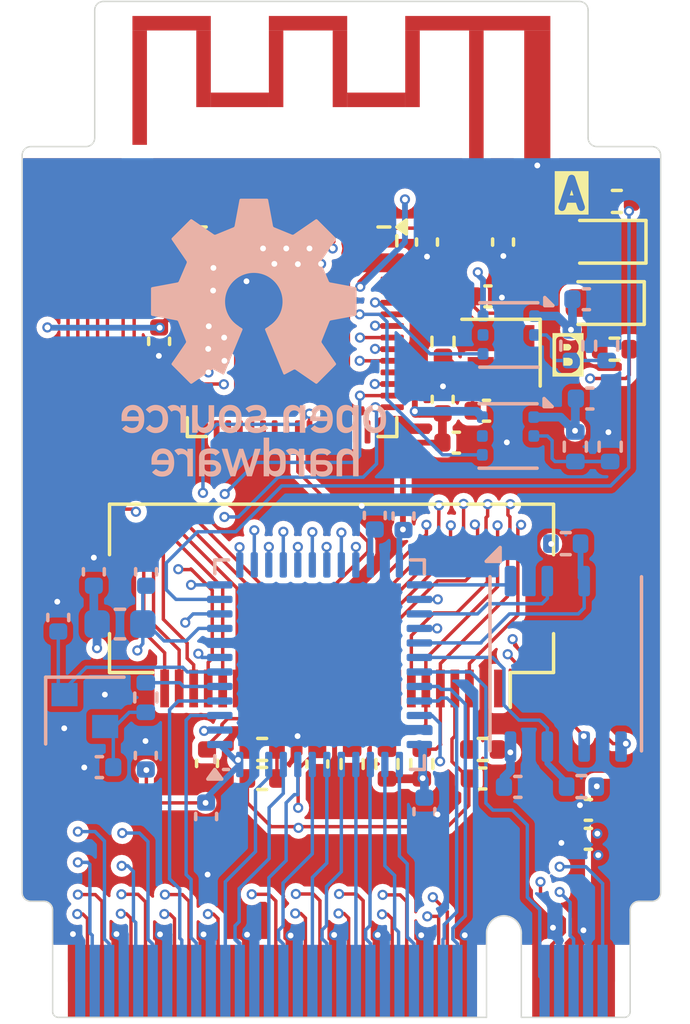
<source format=kicad_pcb>
(kicad_pcb (version 20240108) (generator "pcbnew") (generator_version "8.0")
  (layers (0 "F.Cu" signal) (1 "In1.Cu" signal "GND1") (2 "In2.Cu" signal) (3 "In3.Cu" signal "GND2") (4 "In4.Cu" signal "GND3") (5 "In5.Cu" signal) (6 "In6.Cu" signal "GND4") (31 "B.Cu" signal) (34 "B.Paste" user) (35 "F.Paste" user) (36 "B.SilkS" user "B.Silkscreen") (37 "F.SilkS" user "F.Silkscreen") (38 "B.Mask" user) (39 "F.Mask" user) (44 "Edge.Cuts" user))
  (net 0 "")
  (net 1 "+3.3V")
  (net 2 "GND")
  (net 3 "/STM32/FLASH_SCK")
  (net 4 "/STM32/FLASH_MISO")
  (net 5 "/ESP32/CAMERA_PCLK")
  (net 6 "/STM32/FLASH_MOSI")
  (net 7 "/STM32/FLASH_CS")
  (net 8 "+2.8V")
  (net 9 "+1.5V")
  (net 10 "/ESP32/CAMARA_RST")
  (net 11 "/ESP32/CAMERA_SDA")
  (net 12 "/ESP32/CAMERA_D8")
  (net 13 "/ESP32/CAMERA_D3")
  (net 14 "/ESP32/CAMERA_XCLK")
  (net 15 "/ESP32/HREF")
  (net 16 "/ESP32/CAMERA_D4")
  (net 17 "/ESP32/CAMERA_D6")
  (net 18 "/ESP32/CAMERA_D9")
  (net 19 "/ESP32/CAMERA_D0")
  (net 20 "/ESP32/CAMERA_D7")
  (net 21 "/ESP32/CAMERA_D1")
  (net 22 "/ESP32/CAMERA_PWDN")
  (net 23 "/ESP32/CAMERA_SCL")
  (net 24 "/ESP32/CAMERA_VSYNC")
  (net 25 "/ESP32/CAMERA_D5")
  (net 26 "/ESP32/CAMERA_D2")
  (net 27 "/STM32/FLASH_W")
  (net 28 "/STM32/LED_B")
  (net 29 "/STM32/LED_A")
  (net 30 "/STM32/FLASH_RS")
  (net 31 "RF")
  (net 32 "Net-(U201-PH0)")
  (net 33 "Net-(U201-VCAP1)")
  (net 34 "Net-(U301-LNA_IN)")
  (net 35 "Net-(U301-XTAL_P)")
  (net 36 "Net-(C310-Pad1)")
  (net 37 "Net-(D201-A)")
  (net 38 "Net-(D202-A)")
  (net 39 "Net-(J301-Pin_11)")
  (net 41 "Net-(U201-PH1)")
  (net 42 "Net-(U301-XTAL_N)")
  (net 43 "Net-(U401-FB)")
  (net 44 "Net-(U402-FB)")
  (net 45 "STM32_EN_VM")
  (net 46 "STM32_SEC_SDA")
  (net 47 "STM32_LORA_CS")
  (net 48 "STM32_SEC_SCL")
  (net 49 "STM32_STEPPER_B1_PWM")
  (net 50 "STM32_STEPPER_A2_PWM")
  (net 51 "STM32_DATA_MISO")
  (net 52 "STM32_EXT_1_GPIO")
  (net 53 "STM32_PYRO_GPIO")
  (net 54 "STM32_DATA_MOSI")
  (net 55 "STM32_RDY_ADX_GPIO")
  (net 56 "STM32_STEPPER_A1_PWM")
  (net 57 "STM32_LORA_RS")
  (net 58 "STM32_STEPPER_B2_PWM")
  (net 59 "STM32_RDY_LPS_GPIO")
  (net 60 "STM32_uC_CS")
  (net 61 "STM32_IMU_SCL")
  (net 62 "STM32_STEPPER_nSLEEP_GPIO")
  (net 63 "STM32_BOOT")
  (net 64 "STM32_VBATT_SENSE")
  (net 65 "STM32_D-")
  (net 66 "STM32_RST")
  (net 67 "STM32_RDY_LSM_GPIO")
  (net 68 "STM32_DATA_SCK")
  (net 69 "STM32_EXT_2_GPIO")
  (net 70 "STM32_IMU_SDA")
  (net 71 "STM32_D+")
  (net 74 "ESP32_D+")
  (net 75 "EN_1V5")
  (net 80 "ESP32_RST")
  (net 81 "ESP32_BOOT")
  (net 82 "EN_2V8")
  (net 83 "ESP32_uSD_MOSI")
  (net 86 "ESP32_RX")
  (net 87 "ESP32_TX")
  (net 88 "ESP32_uSD_CD")
  (net 89 "ESP32_uSD_SCL")
  (net 92 "ESP32_D-")
  (net 96 "ESP32_EXT_1_GPIO")
  (net 97 "ESP32_uSD_MISO")
  (net 101 "Net-(C209-Pad1)")
  (net 102 "+3.3V_RF")
  (net 104 "STM32_RDY_HDC_GPIO")
  (footprint "Resistor_SMD:R_0402_1005Metric" (layer "F.Cu") (at 104.61 95.52 180)
    (property "Reference" "R306" (hide yes))
    (property "Value" "~")
  )
  (footprint "Capacitor_SMD:C_0402_1005Metric" (layer "F.Cu") (at 106.51 96.02 90)
    (property "Reference" "C305" (hide yes))
    (property "Value" "2u2")
  )
  (footprint "Capacitor_SMD:C_0402_1005Metric" (layer "F.Cu") (at 115.85 97.6)
    (property "Reference" "C405" (hide yes))
    (property "Value" "2u2")
  )
  (footprint "Resistor_SMD:R_0402_1005Metric" (layer "F.Cu") (at 116.75 81.73 180)
    (property "Reference" "R203" (hide yes))
    (property "Value" "1k")
  )
  (footprint "Resistor_SMD:R_0402_1005Metric" (layer "F.Cu") (at 110.11 96.02 90)
    (property "Reference" "R302" (hide yes))
    (property "Value" "10K")
  )
  (footprint "Resistor_SMD:R_0402_1005Metric" (layer "F.Cu") (at 107.71 96.02 90)
    (property "Reference" "R304" (hide yes))
    (property "Value" "10K")
  )
  (footprint "Capacitor_SMD:C_0402_1005Metric" (layer "F.Cu") (at 112.34 83.85)
    (property "Reference" "C310" (hide yes))
    (property "Value" "10p")
  )
  (footprint "Resistor_SMD:R_0402_1005Metric" (layer "F.Cu") (at 116.83 76.64 180)
    (property "Reference" "R202" (hide yes))
    (property "Value" "1k")
  )
  (footprint "Package_DFN_QFN:QFN-56-1EP_7x7mm_P0.4mm_EP4x4mm" (layer "F.Cu") (at 105.64 81.13 -90)
    (property "Reference" "U301" (hide yes))
    (property "Value" "ESP32-S3R8")
  )
  (footprint "Footprints:Inductor" (layer "F.Cu") (at 111.525 77.59)
    (property "Reference" "L301" (hide yes))
    (property "Value" "2n2")
  )
  (footprint "Resistor_SMD:R_0402_1005Metric" (layer "F.Cu") (at 104.61 96.52)
    (property "Reference" "R305" (hide yes))
    (property "Value" "~")
  )
  (footprint "Capacitor_SMD:C_0402_1005Metric" (layer "F.Cu") (at 110.83 83.46 -90)
    (property "Reference" "C301" (hide yes))
    (property "Value" "2u2")
  )
  (footprint "Capacitor_SMD:C_0402_1005Metric" (layer "F.Cu") (at 112.21 96.52 180)
    (property "Reference" "C304" (hide yes))
    (property "Value" "2u2")
  )
  (footprint "Footprints:M.2-B-KEY_Antenna_1" (layer "F.Cu") (at 107.34 104.75)
    (property "Reference" "U403" (hide yes))
    (property "Value" "~" (hide yes))
    (fp_line (start -11 -4.3) (end -11 -29.7) (stroke (width 0.05)) (layer "Edge.Cuts"))
    (fp_line (start -10.7 -30) (end -8.8 -30) (stroke (width 0.05)) (layer "Edge.Cuts"))
    (fp_line (start -10.7 -4) (end -10.25 -4) (stroke (width 0.05)) (layer "Edge.Cuts"))
    (fp_line (start -9.95 -3.7) (end -9.95 -0.2) (stroke (width 0.05)) (layer "Edge.Cuts"))
    (fp_line (start -9.75 0) (end 5 0) (stroke (width 0.05)) (layer "Edge.Cuts"))
    (fp_line (start -8.5 -34.7) (end -8.5 -30.3) (stroke (width 0.05)) (layer "Edge.Cuts"))
    (fp_line (start -8.2 -35) (end 8.2 -35) (stroke (width 0.05)) (layer "Edge.Cuts"))
    (fp_line (start 5 -2.9) (end 5 0) (stroke (width 0.05)) (layer "Edge.Cuts"))
    (fp_line (start 6.2 -2.9) (end 6.2 0) (stroke (width 0.05)) (layer "Edge.Cuts"))
    (fp_line (start 6.2 0) (end 9.75 0) (stroke (width 0.05)) (layer "Edge.Cuts"))
    (fp_line (start 8.5 -34.7) (end 8.5 -30.3) (stroke (width 0.05)) (layer "Edge.Cuts"))
    (fp_line (start 8.8 -30) (end 10.7 -30) (stroke (width 0.05)) (layer "Edge.Cuts"))
    (fp_line (start 9.95 -0.2) (end 9.95 -3.7) (stroke (width 0.05)) (layer "Edge.Cuts"))
    (fp_line (start 10.25 -4) (end 10.7 -4) (stroke (width 0.05)) (layer "Edge.Cuts"))
    (fp_line (start 11 -4.3) (end 11 -29.7) (stroke (width 0.05)) (layer "Edge.Cuts"))
    (fp_arc (start -11 -29.7) (mid -10.912132 -29.912132) (end -10.7 -30) (stroke (width 0.05)) (layer "Edge.Cuts"))
    (fp_arc (start -10.7 -4) (mid -10.912132 -4.087868) (end -11 -4.3) (stroke (width 0.05)) (layer "Edge.Cuts"))
    (fp_arc (start -10.25 -4) (mid -10.037868 -3.912132) (end -9.95 -3.7) (stroke (width 0.05)) (layer "Edge.Cuts"))
    (fp_arc (start -9.75 0) (mid -9.891421 -0.058579) (end -9.95 -0.2) (stroke (width 0.05)) (layer "Edge.Cuts"))
    (fp_arc (start -8.5 -34.7) (mid -8.412132 -34.912132) (end -8.2 -35) (stroke (width 0.05)) (layer "Edge.Cuts"))
    (fp_arc (start -8.5 -30.3) (mid -8.587868 -30.087868) (end -8.8 -30) (stroke (width 0.05)) (layer "Edge.Cuts"))
    (fp_arc (start 5 -2.9) (mid 5.175736 -3.324264) (end 5.6 -3.5) (stroke (width 0.05)) (layer "Edge.Cuts"))
    (fp_arc (start 5.6 -3.5) (mid 6.024264 -3.324264) (end 6.2 -2.9) (stroke (width 0.05)) (layer "Edge.Cuts"))
    (fp_arc (start 8.2 -35) (mid 8.412132 -34.912132) (end 8.5 -34.7) (stroke (width 0.05)) (layer "Edge.Cuts"))
    (fp_arc (start 8.8 -30) (mid 8.587868 -30.087868) (end 8.5 -30.3) (stroke (width 0.05)) (layer "Edge.Cuts"))
    (fp_arc (start 9.95 -3.7) (mid 10.037868 -3.912132) (end 10.25 -4) (stroke (width 0.05)) (layer "Edge.Cuts"))
    (fp_arc (start 9.95 -0.2) (mid 9.891421 -0.058579) (end 9.75 0) (stroke (width 0.05)) (layer "Edge.Cuts"))
    (fp_arc (start 10.7 -30) (mid 10.912132 -29.912132) (end 11 -29.7) (stroke (width 0.05)) (layer "Edge.Cuts"))
    (fp_arc (start 11 -4.3) (mid 10.912132 -4.087868) (end 10.7 -4) (stroke (width 0.05)) (layer "Edge.Cuts"))
  )
  (footprint "Diode_SMD:D_0603_1608Metric" (layer "F.Cu") (at 116.29 80.14 180)
    (property "Reference" "D202" (hide yes))
    (property "Value" "LED_O")
  )
  (footprint "Resistor_SMD:R_0402_1005Metric" (layer "F.Cu") (at 110.84 81.47 -90)
    (property "Reference" "R307" (hide yes))
    (property "Value" "22")
  )
  (footprint "Connector_FFC-FPC:Hirose_FH12-24S-0.5SH_1x24-1MP_P0.50mm_Horizontal" (layer "F.Cu") (at 107 91.57 180)
    (property "Reference" "J301" (hide yes))
    (property "Value" "CAMERA_FPC")
  )
  (footprint "Capacitor_SMD:C_0402_1005Metric" (layer "F.Cu") (at 102.71 96 90)
    (property "Reference" "C306" (hide yes))
    (property "Value" "22p")
  )
  (footprint "Capacitor_SMD:C_0402_1005Metric" (layer "F.Cu") (at 111.3 84.95 180)
    (property "Reference" "C303" (hide yes))
    (property "Value" "2u2")
  )
  (footprint "Capacitor_SMD:C_0402_1005Metric" (layer "F.Cu") (at 115.85 98.6)
    (property "Reference" "C406" (hide yes))
    (property "Value" "2u2")
  )
  (footprint "Capacitor_SMD:C_0402_1005Metric" (layer "F.Cu") (at 112.91 78.04 -90)
    (property "Reference" "C308" (hide yes))
    (property "Value" "3p3")
  )
  (footprint "Resistor_SMD:R_0402_1005Metric" (layer "F.Cu") (at 108.91 96.02 90)
    (property "Reference" "R301" (hide yes))
    (property "Value" "10K")
  )
  (footprint "Resistor_SMD:R_0402_1005Metric" (layer "F.Cu") (at 112.21 95.52 180)
    (property "Reference" "R303" (hide yes))
    (property "Value" "10K")
  )
  (footprint "Capacitor_SMD:C_0402_1005Metric" (layer "F.Cu") (at 110.29 78.04 -90)
    (property "Reference" "C307" (hide yes))
    (property "Value" "3p3")
  )
  (footprint "Capacitor_SMD:C_0402_1005Metric" (layer "F.Cu") (at 101.06 81.46 90)
    (property "Reference" "C302" (hide yes))
    (property "Value" "2u2")
  )
  (footprint "Diode_SMD:D_0603_1608Metric" (layer "F.Cu") (at 116.35 78.03 180)
    (property "Reference" "D201" (hide yes))
    (property "Value" "LED_B")
  )
  (footprint "Capacitor_SMD:C_0402_1005Metric" (layer "F.Cu") (at 112.39 79.91)
    (property "Reference" "C309" (hide yes))
    (property "Value" "10p")
  )
  (footprint "Crystal:Crystal_SMD_2016-4Pin_2.0x1.6mm" (layer "F.Cu") (at 112.84 81.85 180)
    (property "Reference" "Y301" (hide yes))
    (property "Value" "40MHz")
  )
  (footprint "Capacitor_SMD:C_0402_1005Metric" (layer "B.Cu") (at 97.585 90.975 90)
    (property "Reference" "C210" (hide yes))
    (property "Value" "10p")
  )
  (footprint "Package_DFN_QFN:W-PDFN-8-1EP_6x5mm_P1.27mm_EP3x3mm" (layer "B.Cu") (at 115.07 92.57 -90)
    (property "Reference" "U202" (hide yes))
    (property "Value" "MT25QUxxxxxx1xW7")
  )
  (footprint "Capacitor_SMD:C_0402_1005Metric" (layer "B.Cu") (at 115.78 80.01)
    (property "Reference" "C404" (hide yes))
    (property "Value" "4u7")
  )
  (footprint "Crystal:Crystal_SMD_2016-4Pin_2.0x1.6mm" (layer "B.Cu") (at 98.5 94.18)
    (property "Reference" "Y201" (hide yes))
    (property "Value" "16MHz")
  )
  (footprint "Capacitor_SMD:C_0402_1005Metric" (layer "B.Cu") (at 109.48 87.48 -90)
    (property "Reference" "C202" (hide yes))
    (property "Value" "2u2")
  )
  (footprint "Inductor_SMD:L_0603_1608Metric" (layer "B.Cu") (at 99.71 91.2 180)
    (property "Reference" "L201" (hide yes))
    (property "Value" "470n")
  )
  (footprint "Resistor_SMD:R_0402_1005Metric" (layer "B.Cu") (at 116.48 81.61 -90)
    (property "Reference" "R406" (hide yes))
    (property "Value" "140k")
  )
  (footprint "Resistor_SMD:R_0402_1005Metric" (layer "B.Cu") (at 115.61 96.8 180)
    (property "Reference" "R205" (hide yes))
    (property "Value" "10K")
  )
  (footprint "Capacitor_SMD:C_0402_1005Metric" (layer "B.Cu") (at 113.42 96.81 180)
    (property "Reference" "C204" (hide yes))
    (property "Value" "2u2")
  )
  (footprint "Capacitor_SMD:C_0402_1005Metric" (layer "B.Cu") (at 99 96.13 180)
    (property "Reference" "C209" (hide yes))
    (property "Value" "10p")
  )
  (footprint "Resistor_SMD:R_0402_1005Metric" (layer "B.Cu") (at 115.4 85.09 90)
    (property "Reference" "R401" (hide yes))
    (property "Value" "1M")
  )
  (footprint "Resistor_SMD:R_0402_1005Metric" (layer "B.Cu") (at 115.28 81.61 90)
    (property "Reference" "R404" (hide yes))
    (property "Value" "240k")
  )
  (footprint "Resistor_SMD:R_0402_1005Metric" (layer "B.Cu") (at 115.07 88.43)
    (property "Reference" "R204" (hide yes))
    (property "Value" "10K")
  )
  (footprint "Capacitor_SMD:C_0402_1005Metric" (layer "B.Cu") (at 102.68 97.83 90)
    (property "Reference" "C205" (hide yes))
    (property "Value" "2u2")
  )
  (footprint "Resistor_SMD:R_0402_1005Metric" (layer "B.Cu") (at 116.6 85.09 -90)
    (property "Reference" "R403" (hide yes))
    (property "Value" "240k")
  )
  (footprint "Capacitor_SMD:C_0402_1005Metric" (layer "B.Cu") (at 98.81 89.4 -90)
    (property "Reference" "C206" (hide yes))
    (property "Value" "2u2")
  )
  (footprint "Package_SON:WSON-6-1EP_2x2mm_P0.65mm_EP1x1.6mm" (layer "B.Cu") (at 113.1075 81.24 180)
    (property "Reference" "U402" (hide yes))
    (property "Value" "TLV75801PDRV")
  )
  (footprint "Package_DFN_QFN:QFN-48-1EP_7x7mm_P0.5mm_EP5.6x5.6mm" (layer "B.Cu") (at 106.5875 92.6)
    (property "Reference" "U201" (hide yes))
    (property "Value" "STM32F411CEUx")
  )
  (footprint "Capacitor_SMD:C_0402_1005Metric" (layer "B.Cu") (at 110.2 97.66 90)
    (property "Reference" "C203" (hide yes))
    (property "Value" "2u2")
  )
  (footprint "Capacitor_SMD:C_0402_1005Metric" (layer "B.Cu") (at 108.49 87.46 -90)
    (property "Reference" "C212" (hide yes))
    (property "Value" "2u2")
  )
  (footprint "Capacitor_SMD:C_0402_1005Metric" (layer "B.Cu") (at 100.61 89.4 -90)
    (property "Reference" "C207" (hide yes))
    (property "Value" "2u2")
  )
  (footprint "Capacitor_SMD:C_0402_1005Metric" (layer "B.Cu") (at 115.9 83.43)
    (property "Reference" "C402" (hide yes))
    (property "Value" "4u7")
  )
  (footprint "Capacitor_SMD:C_0402_1005Metric" (layer "B.Cu") (at 100.6 95.73 -90)
    (property "Reference" "C201" (hide yes))
    (property "Value" "2u2")
  )
  (footprint "Package_SON:WSON-6-1EP_2x2mm_P0.65mm_EP1x1.6mm" (layer "B.Cu") (at 113.0825 84.72 180)
    (property "Reference" "U401" (hide yes))
    (property "Value" "TLV75801PDRV")
  )
  (footprint "Resistor_SMD:R_0402_1005Metric" (layer "B.Cu") (at 100.6 93.73 -90)
    (property "Reference" "R201" (hide yes))
    (property "Value" "22")
  )
  (gr_poly (pts (xy 104.375534 83.648918) (xy 104.346097 83.65066) (xy 104.317833 83.653523) (xy 104.29069 83.657473) (xy 104.264615 83.662479) (xy 104.239555 83.668506) (xy 104.215457 83.675522) (xy 104.192269 83.683493) (xy 104.169937 83.692388) (xy 104.148411 83.702172) (xy 104.127635 83.712813) (xy 104.107559 83.724277) (xy 104.088129 83.736532) (xy 104.069292 83.749545) (xy 104.050996 83.763282) (xy 104.033188 83.777711) (xy 104.151245 83.9163) (xy 104.165323 83.906678) (xy 104.179483 83.897475) (xy 104.193759 83.88872) (xy 104.208189 83.880441) (xy 104.222806 83.872664) (xy 104.237648 83.865417) (xy 104.252749 83.85873) (xy 104.268144 83.852628) (xy 104.283871 83.84714) (xy 104.299963 83.842294) (xy 104.316457 83.838117) (xy 104.333388 83.834638) (xy 104.350792 83.831883) (xy 104.368705 83.829881) (xy 104.387161 83.82866) (xy 104.406197 83.828246) (xy 104.417378 83.828388) (xy 104.428093 83.82881) (xy 104.438351 83.829506) (xy 104.448159 83.830471) (xy 104.457524 83.831697) (xy 104.466453 83.833181) (xy 104.474953 83.834915) (xy 104.483031 83.836893) (xy 104.490696 83.839111) (xy 104.497953 83.841561) (xy 104.50481 83.844239) (xy 104.511275 83.847138) (xy 104.517354 83.850253) (xy 104.523054 83.853577) (xy 104.528384 83.857104) (xy 104.533349 83.86083) (xy 104.537958 83.864747) (xy 104.542218 83.868851) (xy 104.546135 83.873134) (xy 104.549717 83.877592) (xy 104.552971 83.882219) (xy 104.555904 83.887008) (xy 104.558524 83.891953) (xy 104.560837 83.89705) (xy 104.562851 83.902291) (xy 104.564574 83.907672) (xy 104.566011 83.913185) (xy 104.567172 83.918826) (xy 104.568061 83.924589) (xy 104.568688 83.930467) (xy 104.569059 83.936455) (xy 104.569181 83.942546) (xy 104.568821 83.950277) (xy 104.567707 83.957956) (xy 104.565787 83.965537) (xy 104.563008 83.972968) (xy 104.559318 83.980201) (xy 104.554664 83.987187) (xy 104.548996 83.993876) (xy 104.545764 83.997094) (xy 104.542259 84.000219) (xy 104.538474 84.003246) (xy 104.534403 84.006168) (xy 104.530039 84.008978) (xy 104.525375 84.011672) (xy 104.520404 84.014242) (xy 104.515122 84.016682) (xy 104.503592 84.02115) (xy 104.490734 84.025026) (xy 104.476494 84.028261) (xy 104.460821 84.030806) (xy 104.443662 84.032611) (xy 104.286235 84.043723) (xy 104.26813 84.045264) (xy 104.250711 84.047418) (xy 104.233969 84.050171) (xy 104.217898 84.053508) (xy 104.20249 84.057417) (xy 104.187739 84.061883) (xy 104.173636 84.066893) (xy 104.160175 84.072433) (xy 104.147349 84.078489) (xy 104.13515 84.085048) (xy 104.12357 84.092095) (xy 104.112604 84.099617) (xy 104.102243 84.1076) (xy 104.09248 84.11603) (xy 104.083308 84.124894) (xy 104.074721 84.134178) (xy 104.066709 84.143868) (xy 104.059267 84.15395) (xy 104.052387 84.16441) (xy 104.046062 84.175235) (xy 104.040285 84.186412) (xy 104.035047 84.197925) (xy 104.030343 84.209762) (xy 104.026165 84.221908) (xy 104.022506 84.23435) (xy 104.019358 84.247075) (xy 104.014567 84.273315) (xy 104.011735 84.300518) (xy 104.010804 84.328574) (xy 104.011305 84.345745) (xy 104.012793 84.362449) (xy 104.015246 84.378681) (xy 104.018641 84.394435) (xy 104.022956 84.409707) (xy 104.028167 84.424492) (xy 104.034252 84.438784) (xy 104.041189 84.452578) (xy 104.048954 84.465869) (xy 104.057526 84.478652) (xy 104.066881 84.490921) (xy 104.076998 84.502673) (xy 104.087853 84.513901) (xy 104.099423 84.524601) (xy 104.111687 84.534767) (xy 104.124621 84.544394) (xy 104.138203 84.553478) (xy 104.15241 84.562013) (xy 104.18261 84.577414) (xy 104.215039 84.590559) (xy 104.249517 84.601405) (xy 104.285862 84.609913) (xy 104.323894 84.61604) (xy 104.363431 84.619747) (xy 104.404292 84.620991) (xy 104.432972 84.620332) (xy 104.461374 84.618351) (xy 104.489486 84.615047) (xy 104.517294 84.610416) (xy 104.544784 84.604457) (xy 104.571942 84.597166) (xy 104.598754 84.588541) (xy 104.625206 84.578579) (xy 104.651285 84.567277) (xy 104.676977 84.554634) (xy 104.702269 84.540645) (xy 104.727145 84.52531) (xy 104.751593 84.508624) (xy 104.775599 84.490586) (xy 104.799148 84.471192) (xy 104.822228 84.450441) (xy 104.689143 84.319261) (xy 104.673589 84.333918) (xy 104.657815 84.347647) (xy 104.641778 84.360444) (xy 104.625433 84.372308) (xy 104.608736 84.383236) (xy 104.591644 84.393226) (xy 104.574112 84.402276) (xy 104.556097 84.410383) (xy 104.537555 84.417545) (xy 104.518442 84.423759) (xy 104.498714 84.429024) (xy 104.478328 84.433337) (xy 104.457239 84.436695) (xy 104.435403 84.439097) (xy 104.412777 84.44054) (xy 104.389317 84.441021) (xy 104.379221 84.440901) (xy 104.369309 84.44054) (xy 104.35959 84.439939) (xy 104.350072 84.439097) (xy 104.340766 84.438016) (xy 104.331679 84.436695) (xy 104.32282 84.435136) (xy 104.314199 84.433337) (xy 104.305825 84.4313) (xy 104.297706 84.429024) (xy 104.289852 84.426511) (xy 104.282271 84.423759) (xy 104.274973 84.420771) (xy 104.267966 84.417545) (xy 104.26126 84.414082) (xy 104.254862 84.410383) (xy 104.248783 84.406447) (xy 104.243031 84.402276) (xy 104.237616 84.397869) (xy 104.232546 84.393226) (xy 104.227829 84.388349) (xy 104.223476 84.383236) (xy 104.219495 84.377889) (xy 104.215895 84.372308) (xy 104.212685 84.366493) (xy 104.209873 84.360444) (xy 104.20747 84.354162) (xy 104.205484 84.347647) (xy 104.203923 84.340899) (xy 104.202797 84.333918) (xy 104.202115 84.326705) (xy 104.201886 84.319261) (xy 104.202033 84.313072) (xy 104.20247 84.307151) (xy 104.203189 84.301493) (xy 104.204186 84.296091) (xy 104.205452 84.29094) (xy 104.206983 84.286035) (xy 104.20877 84.281368) (xy 104.210808 84.276936) (xy 104.213091 84.272731) (xy 104.215611 84.268748) (xy 104.218362 84.264981) (xy 104.221339 84.261424) (xy 104.224533 84.258072) (xy 104.22794 84.254919) (xy 104.231552 84.251959) (xy 104.235362 84.249185) (xy 104.239366 84.246594) (xy 104.243555 84.244178) (xy 104.252464 84.239849) (xy 104.26204 84.236153) (xy 104.27223 84.233044) (xy 104.282981 84.230475) (xy 104.294243 84.228399) (xy 104.305964 84.226771) (xy 104.318091 84.225545) (xy 104.486789 84.210569) (xy 104.515796 84.207167) (xy 104.543728 84.20189) (xy 104.557257 84.198555) (xy 104.570476 84.194757) (xy 104.583371 84.1905) (xy 104.595928 84.185785) (xy 104.608135 84.180614) (xy 104.619976 84.174989) (xy 104.631439 84.168912) (xy 104.64251 84.162386) (xy 104.653175 84.155413) (xy 104.663419 84.147994) (xy 104.67323 84.140133) (xy 104.682594 84.13183) (xy 104.691497 84.123087) (xy 104.699925 84.113908) (xy 104.707864 84.104295) (xy 104.715302 84.094248) (xy 104.722223 84.083771) (xy 104.728614 84.072865) (xy 104.734462 84.061532) (xy 104.739753 84.049776) (xy 104.744472 84.037597) (xy 104.748607 84.024997) (xy 104.752144 84.01198) (xy 104.755068 83.998547) (xy 104.757366 83.984699) (xy 104.759025 83.97044) (xy 104.76003 83.955771) (xy 104.760368 83.940695) (xy 104.759922 83.922872) (xy 104.758594 83.905599) (xy 104.756405 83.888878) (xy 104.753374 83.872709) (xy 104.749521 83.857093) (xy 104.744865 83.842031) (xy 104.739427 83.827524) (xy 104.733225 83.813574) (xy 104.726279 83.800181) (xy 104.718608 83.787347) (xy 104.710233 83.775072) (xy 104.701173 83.763357) (xy 104.691447 83.752204) (xy 104.681075 83.741613) (xy 104.670076 83.731585) (xy 104.658471 83.722123) (xy 104.646278 83.713225) (xy 104.633517 83.704895) (xy 104.620208 83.697131) (xy 104.60637 83.689937) (xy 104.592023 83.683312) (xy 104.577187 83.677258) (xy 104.546123 83.666866) (xy 104.513336 83.658769) (xy 104.478981 83.652975) (xy 104.443216 83.649493) (xy 104.406197 83.64833)) (stroke (width -0.000001)) (fill solid) (layer "B.SilkS"))
  (gr_poly (pts (xy 101.530319 83.648647) (xy 101.51635 83.649615) (xy 101.502671 83.65121) (xy 101.48927 83.653413) (xy 101.476137 83.65621) (xy 101.463259 83.659583) (xy 101.450624 83.663515) (xy 101.438222 83.667992) (xy 101.426039 83.672995) (xy 101.414065 83.678509) (xy 101.402287 83.684518) (xy 101.390695 83.691004) (xy 101.379276 83.697951) (xy 101.368018 83.705344) (xy 101.356911 83.713165) (xy 101.345942 83.721398) (xy 101.484636 83.886339) (xy 101.492914 83.880258) (xy 101.500929 83.874649) (xy 101.508726 83.8695) (xy 101.516349 83.864801) (xy 101.523841 83.860541) (xy 101.531246 83.856708) (xy 101.538609 83.853293) (xy 101.545973 83.850283) (xy 101.553383 83.847668) (xy 101.560881 83.845438) (xy 101.568513 83.84358) (xy 101.576322 83.842085) (xy 101.584352 83.840941) (xy 101.592647 83.840138) (xy 101.601251 83.839663) (xy 101.610207 83.839508) (xy 101.627735 83.840215) (xy 101.645086 83.842355) (xy 101.662129 83.845955) (xy 101.678732 83.851043) (xy 101.686828 83.854153) (xy 101.694764 83.857646) (xy 101.702524 83.861524) (xy 101.710093 83.865792) (xy 101.717452 83.870452) (xy 101.724586 83.875508) (xy 101.731479 83.880963) (xy 101.738114 83.886822) (xy 101.744474 83.893087) (xy 101.750543 83.899761) (xy 101.756304 83.906849) (xy 101.761742 83.914353) (xy 101.766839 83.922278) (xy 101.771579 83.930626) (xy 101.775946 83.939401) (xy 101.779924 83.948606) (xy 101.783495 83.958245) (xy 101.786643 83.968322) (xy 101.789352 83.978839) (xy 101.791605 83.989801) (xy 101.793387 84.00121) (xy 101.794679 84.01307) (xy 101.795467 84.025384) (xy 101.795733 84.038157) (xy 101.795733 84.60971) (xy 101.986921 84.60971) (xy 101.986921 83.659591) (xy 101.795733 83.659591) (xy 101.795733 83.760767) (xy 101.791976 83.760767) (xy 101.780438 83.747157) (xy 101.768298 83.734423) (xy 101.755573 83.722566) (xy 101.742279 83.711587) (xy 101.728435 83.701485) (xy 101.714056 83.69226) (xy 101.699159 83.683914) (xy 101.683762 83.676445) (xy 101.667881 83.669855) (xy 101.651533 83.664142) (xy 101.634736 83.659308) (xy 101.617505 83.655353) (xy 101.599858 83.652276) (xy 101.581812 83.650078) (xy 101.563384 83.64876) (xy 101.54459 83.64832)) (stroke (width -0.000001)) (fill solid) (layer "B.SilkS"))
  (gr_poly (pts (xy 103.87203 76.544234) (xy 103.870015 76.544384) (xy 103.868011 76.54463) (xy 103.866019 76.544971) (xy 103.864043 76.545404) (xy 103.862087 76.545925) (xy 103.860152 76.546534) (xy 103.858242 76.547227) (xy 103.85636 76.548002) (xy 103.854509 76.548857) (xy 103.852692 76.549788) (xy 103.850912 76.550795) (xy 103.849172 76.551873) (xy 103.847474 76.55302) (xy 103.845822 76.554235) (xy 103.844219 76.555515) (xy 103.842668 76.556856) (xy 103.841172 76.558257) (xy 103.839733 76.559716) (xy 103.838355 76.561229) (xy 103.837041 76.562795) (xy 103.835793 76.56441) (xy 103.834616 76.566073) (xy 103.83351 76.56778) (xy 103.832481 76.56953) (xy 103.83153 76.57132) (xy 103.830661 76.573148) (xy 103.829876 76.57501) (xy 103.829179 76.576905) (xy 103.828573 76.57883) (xy 103.82806 76.580782) (xy 103.827643 76.58276) (xy 103.660215 77.482502) (xy 103.659792 77.484496) (xy 103.659278 77.486496) (xy 103.65799 77.490504) (xy 103.656374 77.494499) (xy 103.654453 77.498456) (xy 103.652248 77.502347) (xy 103.649783 77.506148) (xy 103.64708 77.509832) (xy 103.644161 77.513372) (xy 103.64105 77.516744) (xy 103.637768 77.519919) (xy 103.634339 77.522874) (xy 103.630784 77.52558) (xy 103.627127 77.528013) (xy 103.62339 77.530146) (xy 103.621498 77.531092) (xy 103.619595 77.531953) (xy 103.617683 77.532726) (xy 103.615765 77.533408) (xy 103.012727 77.780264) (xy 103.008971 77.781913) (xy 103.004989 77.783291) (xy 103.000817 77.784399) (xy 102.996489 77.785241) (xy 102.99204 77.785818) (xy 102.987506 77.786133) (xy 102.98292 77.786188) (xy 102.978317 77.785986) (xy 102.973734 77.785529) (xy 102.969204 77.784819) (xy 102.964762 77.78386) (xy 102.960443 77.782653) (xy 102.956283 77.7812) (xy 102.952316 77.779505) (xy 102.948576 77.77757) (xy 102.945099 77.775396) (xy 102.193418 77.259564) (xy 102.191725 77.258461) (xy 102.189981 77.257444) (xy 102.188192 77.256513) (xy 102.18636 77.255666) (xy 102.184489 77.254904) (xy 102.182583 77.254227) (xy 102.180647 77.253634) (xy 102.178683 77.253125) (xy 102.176696 77.252699) (xy 102.17469 77.252356) (xy 102.170633 77.251918) (xy 102.166545 77.251808) (xy 102.162455 77.252024) (xy 102.158394 77.252561) (xy 102.154393 77.253419) (xy 102.150483 77.254593) (xy 102.148571 77.255298) (xy 102.146693 77.256082) (xy 102.144853 77.256943) (xy 102.143055 77.257881) (xy 102.141303 77.258897) (xy 102.1396 77.25999) (xy 102.13795 77.261158) (xy 102.136357 77.262404) (xy 102.134825 77.263724) (xy 102.133357 77.26512) (xy 101.500316 77.898162) (xy 101.49892 77.89963) (xy 101.4976 77.901162) (xy 101.496356 77.902756) (xy 101.495189 77.904407) (xy 101.494099 77.906111) (xy 101.493086 77.907865) (xy 101.491292 77.911506) (xy 101.48981 77.9153) (xy 101.488642 77.919215) (xy 101.487791 77.923221) (xy 101.487258 77.927286) (xy 101.487047 77.931381) (xy 101.48716 77.935474) (xy 101.487598 77.939535) (xy 101.488364 77.943533) (xy 101.489461 77.947436) (xy 101.490135 77.949343) (xy 101.490891 77.951215) (xy 101.491732 77.953048) (xy 101.492656 77.954839) (xy 101.493665 77.956582) (xy 101.494759 77.958276) (xy 102.001595 78.696992) (xy 102.003784 78.700484) (xy 102.005725 78.70423) (xy 102.007417 78.708195) (xy 102.008857 78.712346) (xy 102.010044 78.716648) (xy 102.010976 78.721068) (xy 102.01165 78.725572) (xy 102.012066 78.730125) (xy 102.01222 78.734693) (xy 102.012112 78.739243) (xy 102.011738 78.743741) (xy 102.011098 78.748152) (xy 102.010189 78.752442) (xy 102.009009 78.756578) (xy 102.007556 78.760525) (xy 102.005829 78.764249) (xy 101.739182 79.386338) (xy 101.737659 79.390158) (xy 101.735788 79.393943) (xy 101.733595 79.39767) (xy 101.731107 79.401317) (xy 101.728348 79.404862) (xy 101.725346 79.408281) (xy 101.722126 79.411553) (xy 101.718716 79.414655) (xy 101.71514 79.417563) (xy 101.711426 79.420257) (xy 101.707599 79.422712) (xy 101.703686 79.424906) (xy 101.699712 79.426818) (xy 101.695705 79.428424) (xy 101.69169 79.429702) (xy 101.687694 79.430629) (xy 100.817796 79.592395) (xy 100.815823 79.592821) (xy 100.813875 79.593342) (xy 100.811953 79.593957) (xy 100.810062 79.594661) (xy 100.808202 79.595451) (xy 100.806376 79.596326) (xy 100.804588 79.597282) (xy 100.802839 79.598315) (xy 100.79947 79.600604) (xy 100.796289 79.60317) (xy 100.793316 79.605989) (xy 100.790571 79.609037) (xy 100.788074 79.612292) (xy 100.785845 79.615728) (xy 100.783904 79.619323) (xy 100.783048 79.621173) (xy 100.782271 79.623054) (xy 100.781577 79.624962) (xy 100.780967 79.626896) (xy 100.780443 79.628851) (xy 100.78001 79.630826) (xy 100.779668 79.632817) (xy 100.779421 79.634821) (xy 100.779271 79.636835) (xy 100.77922 79.638856) (xy 100.779326 80.534153) (xy 100.779377 80.536174) (xy 100.779527 80.53819) (xy 100.779774 80.540196) (xy 100.780116 80.542189) (xy 100.780549 80.544167) (xy 100.781072 80.546126) (xy 100.781683 80.548064) (xy 100.782377 80.549977) (xy 100.783154 80.551863) (xy 100.78401 80.553717) (xy 100.784943 80.555538) (xy 100.785951 80.557322) (xy 100.787031 80.559067) (xy 100.78818 80.560768) (xy 100.789396 80.562424) (xy 100.790677 80.564031) (xy 100.79202 80.565586) (xy 100.793422 80.567086) (xy 100.794881 80.568527) (xy 100.796395 80.569908) (xy 100.797961 80.571225) (xy 100.799576 80.572475) (xy 100.801238 80.573654) (xy 100.802945 80.574761) (xy 100.804694 80.575791) (xy 100.806482 80.576742) (xy 100.808308 80.57761) (xy 100.810168 80.578394) (xy 100.81206 80.579089) (xy 100.813981 80.579692) (xy 100.81593 80.580202) (xy 100.817903 80.580614) (xy 101.666421 80.738517) (xy 101.668418 80.738926) (xy 101.67042 80.739428) (xy 101.672423 80.74002) (xy 101.674424 80.740698) (xy 101.678407 80.742304) (xy 101.682343 80.744222) (xy 101.686208 80.746429) (xy 101.689976 80.748901) (xy 101.693621 80.751616) (xy 101.697119 80.75455) (xy 101.700444 80.757681) (xy 101.70357 80.760984) (xy 101.706473 80.764436) (xy 101.709127 80.768014) (xy 101.711506 80.771696) (xy 101.713586 80.775457) (xy 101.71534 80.779275) (xy 101.716088 80.781197) (xy 101.716744 80.783125) (xy 101.981645 81.444849) (xy 101.983294 81.448613) (xy 101.984668 81.452599) (xy 101.985771 81.456773) (xy 101.986606 81.4611) (xy 101.987175 81.465546) (xy 101.987481 81.470076) (xy 101.987526 81.474656) (xy 101.987314 81.479251) (xy 101.986847 81.483827) (xy 101.986128 81.488349) (xy 101.98516 81.492783) (xy 101.983945 81.497095) (xy 101.982486 81.501249) (xy 101.980785 81.505211) (xy 101.978846 81.508948) (xy 101.976671 81.512423) (xy 101.494654 82.214839) (xy 101.493555 82.216532) (xy 101.492542 82.218276) (xy 101.491614 82.220066) (xy 101.490771 82.221899) (xy 101.490011 82.223771) (xy 101.489336 82.225678) (xy 101.488745 82.227616) (xy 101.488237 82.229582) (xy 101.487811 82.231571) (xy 101.487469 82.23358) (xy 101.487031 82.23764) (xy 101.486919 82.241734) (xy 101.487133 82.245828) (xy 101.487668 82.249894) (xy 101.488522 82.2539) (xy 101.489693 82.257815) (xy 101.490396 82.259729) (xy 101.491178 82.261608) (xy 101.492038 82.26345) (xy 101.492975 82.26525) (xy 101.493989 82.267004) (xy 101.495081 82.268708) (xy 101.496249 82.270359) (xy 101.497493 82.271952) (xy 101.498814 82.273485) (xy 101.50021 82.274952) (xy 102.133357 82.907994) (xy 102.134816 82.909381) (xy 102.136339 82.910693) (xy 102.137925 82.911929) (xy 102.139569 82.91309) (xy 102.141268 82.914176) (xy 102.143016 82.915185) (xy 102.146649 82.916974) (xy 102.150436 82.918455) (xy 102.154347 82.919624) (xy 102.158351 82.92048) (xy 102.162416 82.921019) (xy 102.166511 82.921238) (xy 102.170606 82.921135) (xy 102.174668 82.920708) (xy 102.178668 82.919953) (xy 102.182574 82.918867) (xy 102.184482 82.9182) (xy 102.186355 82.917449) (xy 102.188189 82.916614) (xy 102.18998 82.915695) (xy 102.191724 82.914692) (xy 102.193418 82.913603) (xy 102.883398 82.44) (xy 102.886867 82.437849) (xy 102.890583 82.435963) (xy 102.894513 82.434341) (xy 102.898623 82.432985) (xy 102.902877 82.431895) (xy 102.907243 82.431073) (xy 102.911687 82.43052) (xy 102.916174 82.430236) (xy 102.92067 82.430223) (xy 102.925141 82.43048) (xy 102.929554 82.431011) (xy 102.933874 82.431814) (xy 102.938067 82.432891) (xy 102.942099 82.434243) (xy 102.945936 82.435872) (xy 102.949544 82.437777) (xy 103.253815 82.600231) (xy 103.255635 82.601096) (xy 103.257469 82.601857) (xy 103.259316 82.602514) (xy 103.261171 82.603069) (xy 103.263032 82.603523) (xy 103.264895 82.603877) (xy 103.266757 82.604132) (xy 103.268616 82.604289) (xy 103.270468 82.60435) (xy 103.272309 82.604316) (xy 103.274137 82.604188) (xy 103.275949 82.603967) (xy 103.27774 82.603654) (xy 103.279509 82.60325) (xy 103.281252 82.602757) (xy 103.282966 82.602176) (xy 103.284647 82.601507) (xy 103.286292 82.600753) (xy 103.287899 82.599914) (xy 103.289464 82.598991) (xy 103.290984 82.597986) (xy 103.292456 82.596899) (xy 103.293876 82.595732) (xy 103.295242 82.594486) (xy 103.296549 82.593163) (xy 103.297796 82.591763) (xy 103.298979 82.590287) (xy 103.300095 82.588737) (xy 103.30114 82.587114) (xy 103.302112 82.585418) (xy 103.303007 82.583652) (xy 103.303821 82.581816) (xy 103.931201 81.065859) (xy 103.931926 81.063973) (xy 103.932556 81.062059) (xy 103.93309 81.060118) (xy 103.933531 81.058157) (xy 103.933879 81.056177) (xy 103.934136 81.054182) (xy 103.934303 81.052177) (xy 103.934381 81.050165) (xy 103.934371 81.048149) (xy 103.934276 81.046133) (xy 103.934095 81.044121) (xy 103.93383 81.042116) (xy 103.933482 81.040122) (xy 103.933053 81.038142) (xy 103.932543 81.036181) (xy 103.931955 81.034242) (xy 103.931289 81.032328) (xy 103.930546 81.030443) (xy 103.929728 81.02859) (xy 103.928835 81.026774) (xy 103.92787 81.024998) (xy 103.926833 81.023266) (xy 103.925725 81.02158) (xy 103.924548 81.019946) (xy 103.923303 81.018366) (xy 103.921992 81.016844) (xy 103.920614 81.015383) (xy 103.919173 81.013988) (xy 103.917668 81.012662) (xy 103.916101 81.011408) (xy 103.914473 81.010231) (xy 103.912786 81.009133) (xy 103.836639 80.962566) (xy 103.831143 80.959058) (xy 103.825284 80.955061) (xy 103.819171 80.950661) (xy 103.812912 80.945944) (xy 103.806616 80.940996) (xy 103.800392 80.935904) (xy 103.794347 80.930753) (xy 103.788591 80.92563) (xy 103.738183 80.891127) (xy 103.690075 80.853665) (xy 103.6444 80.813374) (xy 103.601287 80.770386) (xy 103.560869 80.72483) (xy 103.523277 80.676838) (xy 103.488641 80.626539) (xy 103.457094 80.574065) (xy 103.428767 80.519546) (xy 103.40379 80.463112) (xy 103.382296 80.404894) (xy 103.364416 80.345022) (xy 103.35028 80.283628) (xy 103.34002 80.22084) (xy 103.333768 80.156791) (xy 103.331655 80.091611) (xy 103.332943 80.040658) (xy 103.336767 79.990375) (xy 103.343063 79.940823) (xy 103.35177 79.892064) (xy 103.362826 79.84416) (xy 103.376168 79.797175) (xy 103.391734 79.751169) (xy 103.409462 79.706206) (xy 103.429289 79.662347) (xy 103.451154 79.619655) (xy 103.474994 79.578191) (xy 103.500747 79.538019) (xy 103.528351 79.4992) (xy 103.557743 79.461796) (xy 103.588862 79.42587) (xy 103.621645 79.391484) (xy 103.65603 79.3587) (xy 103.691954 79.32758) (xy 103.729356 79.298187) (xy 103.768173 79.270582) (xy 103.808344 79.244828) (xy 103.849805 79.220988) (xy 103.892495 79.199123) (xy 103.936351 79.179295) (xy 103.981311 79.161567) (xy 104.027314 79.146) (xy 104.074296 79.132658) (xy 104.122196 79.121603) (xy 104.170951 79.112896) (xy 104.220499 79.106599) (xy 104.270778 79.102776) (xy 104.321726 79.101487) (xy 104.372674 79.102776) (xy 104.422954 79.106599) (xy 104.472503 79.112896) (xy 104.52126 79.121603) (xy 104.569162 79.132658) (xy 104.616147 79.146) (xy 104.662153 79.161567) (xy 104.707117 79.179295) (xy 104.750977 79.199123) (xy 104.793671 79.220988) (xy 104.835137 79.244828) (xy 104.875311 79.270582) (xy 104.914133 79.298187) (xy 104.95154 79.32758) (xy 104.98747 79.3587) (xy 105.021859 79.391484) (xy 105.054647 79.42587) (xy 105.085771 79.461796) (xy 105.115168 79.4992) (xy 105.142777 79.538019) (xy 105.168534 79.578191) (xy 105.192379 79.619655) (xy 105.214248 79.662347) (xy 105.234079 79.706206) (xy 105.251811 79.751169) (xy 105.26738 79.797175) (xy 105.280724 79.84416) (xy 105.291782 79.892064) (xy 105.300491 79.940823) (xy 105.306789 79.990375) (xy 105.310614 80.040658) (xy 105.311902 80.091611) (xy 105.311371 80.124334) (xy 105.309788 80.156791) (xy 105.30717 80.188966) (xy 105.303533 80.22084) (xy 105.298893 80.2524) (xy 105.293268 80.283628) (xy 105.286674 80.314507) (xy 105.279126 80.345022) (xy 105.270642 80.375156) (xy 105.261238 80.404894) (xy 105.250931 80.434218) (xy 105.239736 80.463112) (xy 105.227671 80.49156) (xy 105.214752 80.519546) (xy 105.186417 80.574065) (xy 105.154863 80.626539) (xy 105.120221 80.676838) (xy 105.082624 80.72483) (xy 105.042203 80.770386) (xy 104.99909 80.813374) (xy 104.953416 80.853665) (xy 104.905314 80.891127) (xy 104.854914 80.92563) (xy 104.849122 80.930753) (xy 104.843051 80.935904) (xy 104.836808 80.940996) (xy 104.830499 80.945944) (xy 104.824233 80.950661) (xy 104.818116 80.955061) (xy 104.812256 80.959058) (xy 104.80676 80.962566) (xy 104.730612 81.009133) (xy 104.72892 81.010231) (xy 104.727288 81.011408) (xy 104.725717 81.012662) (xy 104.724209 81.013988) (xy 104.722763 81.015383) (xy 104.721383 81.016844) (xy 104.718821 81.019946) (xy 104.716533 81.023266) (xy 104.714529 81.026774) (xy 104.712818 81.030443) (xy 104.71141 81.034242) (xy 104.710316 81.038142) (xy 104.709545 81.042116) (xy 104.709106 81.046133) (xy 104.70901 81.050165) (xy 104.709267 81.054182) (xy 104.70953 81.056177) (xy 104.709886 81.058157) (xy 104.710334 81.060118) (xy 104.710877 81.062059) (xy 104.711515 81.063973) (xy 104.71225 81.065859) (xy 105.33963 82.581816) (xy 105.34044 82.583652) (xy 105.341332 82.585418) (xy 105.3423 82.587114) (xy 105.343344 82.588737) (xy 105.344458 82.590287) (xy 105.34564 82.591763) (xy 105.346886 82.593163) (xy 105.348194 82.594486) (xy 105.34956 82.595732) (xy 105.350981 82.596899) (xy 105.352454 82.597986) (xy 105.353975 82.598991) (xy 105.355542 82.599914) (xy 105.35715 82.600753) (xy 105.358797 82.601507) (xy 105.360479 82.602176) (xy 105.362194 82.602757) (xy 105.363938 82.60325) (xy 105.365707 82.603654) (xy 105.367499 82.603967) (xy 105.369311 82.604188) (xy 105.371138 82.604316) (xy 105.372978 82.60435) (xy 105.374828 82.604289) (xy 105.376684 82.604132) (xy 105.378544 82.603877) (xy 105.380403 82.603523) (xy 105.382259 82.603069) (xy 105.384108 82.602514) (xy 105.385947 82.601857) (xy 105.387773 82.601096) (xy 105.389584 82.600231) (xy 105.693854 82.437777) (xy 105.697472 82.435872) (xy 105.701317 82.434243) (xy 105.705356 82.432891) (xy 105.709555 82.431814) (xy 105.713879 82.431011) (xy 105.718295 82.43048) (xy 105.722768 82.430223) (xy 105.727265 82.430236) (xy 105.731751 82.43052) (xy 105.736192 82.431073) (xy 105.740555 82.431895) (xy 105.744806 82.432985) (xy 105.748909 82.434341) (xy 105.752832 82.435963) (xy 105.756541 82.437849) (xy 105.76 82.44) (xy 106.449981 82.913603) (xy 106.451674 82.914692) (xy 106.453418 82.915695) (xy 106.455209 82.916614) (xy 106.457043 82.917449) (xy 106.458916 82.9182) (xy 106.460824 82.918867) (xy 106.462764 82.919452) (xy 106.46473 82.919953) (xy 106.46873 82.920708) (xy 106.472793 82.921135) (xy 106.476888 82.921238) (xy 106.480983 82.921019) (xy 106.485048 82.92048) (xy 106.489052 82.919624) (xy 106.492963 82.918455) (xy 106.494874 82.917753) (xy 106.49675 82.916974) (xy 106.498588 82.916118) (xy 106.500383 82.915185) (xy 106.502131 82.914176) (xy 106.503829 82.91309) (xy 106.505473 82.911929) (xy 106.507059 82.910693) (xy 106.508583 82.909381) (xy 106.510041 82.907994) (xy 107.143242 82.274952) (xy 107.144633 82.273485) (xy 107.14595 82.271952) (xy 107.147191 82.270359) (xy 107.148356 82.268708) (xy 107.149445 82.267004) (xy 107.150457 82.26525) (xy 107.152251 82.261608) (xy 107.153735 82.257815) (xy 107.154907 82.2539) (xy 107.155762 82.249894) (xy 107.156299 82.245828) (xy 107.156515 82.241734) (xy 107.156407 82.23764) (xy 107.155972 82.23358) (xy 107.155208 82.229582) (xy 107.154111 82.225678) (xy 107.153437 82.223771) (xy 107.152679 82.221899) (xy 107.151837 82.220066) (xy 107.150909 82.218276) (xy 107.149897 82.216532) (xy 107.148798 82.214839) (xy 106.666833 81.512423) (xy 106.66464 81.508948) (xy 106.662687 81.505211) (xy 106.660975 81.501249) (xy 106.659507 81.497095) (xy 106.658286 81.492783) (xy 106.657313 81.488349) (xy 106.656592 81.483827) (xy 106.656124 81.479251) (xy 106.655913 81.474656) (xy 106.65596 81.470076) (xy 106.656268 81.465546) (xy 106.65684 81.4611) (xy 106.657677 81.456773) (xy 106.658782 81.452599) (xy 106.660158 81.448613) (xy 106.661806 81.444849) (xy 106.926654 80.783126) (xy 106.927307 80.781198) (xy 106.928051 80.779275) (xy 106.929804 80.775458) (xy 106.931887 80.771696) (xy 106.934273 80.768015) (xy 106.936937 80.764436) (xy 106.939853 80.760984) (xy 106.942993 80.757681) (xy 106.946333 80.754551) (xy 106.949845 80.751617) (xy 106.953505 80.748901) (xy 106.957285 80.746429) (xy 106.96116 80.744222) (xy 106.965104 80.742304) (xy 106.96909 80.740699) (xy 106.973092 80.739428) (xy 106.975091 80.738926) (xy 106.977084 80.738517) (xy 107.825603 80.580614) (xy 107.827581 80.580202) (xy 107.829533 80.579693) (xy 107.831458 80.579089) (xy 107.833353 80.578394) (xy 107.835215 80.577611) (xy 107.837043 80.576742) (xy 107.838833 80.575791) (xy 107.840582 80.574761) (xy 107.84229 80.573654) (xy 107.843953 80.572475) (xy 107.847134 80.569908) (xy 107.850106 80.567086) (xy 107.852848 80.564031) (xy 107.855343 80.560769) (xy 107.857568 80.557323) (xy 107.859506 80.553717) (xy 107.861136 80.549977) (xy 107.861829 80.548064) (xy 107.862438 80.546127) (xy 107.862959 80.544167) (xy 107.863392 80.542189) (xy 107.863733 80.540196) (xy 107.863979 80.53819) (xy 107.864129 80.536175) (xy 107.864179 80.534153) (xy 107.864232 79.638856) (xy 107.864182 79.636835) (xy 107.864032 79.634821) (xy 107.863786 79.632817) (xy 107.863445 79.630826) (xy 107.863013 79.628851) (xy 107.862491 79.626896) (xy 107.861882 79.624962) (xy 107.861189 79.623054) (xy 107.860414 79.621173) (xy 107.859559 79.619323) (xy 107.858628 79.617507) (xy 107.857622 79.615728) (xy 107.856544 79.613988) (xy 107.855396 79.612292) (xy 107.854181 79.61064) (xy 107.852902 79.609037) (xy 107.85156 79.607486) (xy 107.850159 79.605989) (xy 107.8487 79.60455) (xy 107.847187 79.60317) (xy 107.845621 79.601854) (xy 107.844006 79.600604) (xy 107.842343 79.599424) (xy 107.840636 79.598315) (xy 107.838886 79.597282) (xy 107.837096 79.596326) (xy 107.835269 79.595451) (xy 107.833406 79.594661) (xy 107.831511 79.593957) (xy 107.829586 79.593342) (xy 107.827634 79.592821) (xy 107.825656 79.592395) (xy 106.955812 79.430629) (xy 106.953808 79.430211) (xy 106.951797 79.429702) (xy 106.949782 79.429105) (xy 106.947766 79.428424) (xy 106.943745 79.426818) (xy 106.93976 79.424907) (xy 106.935838 79.422712) (xy 106.932005 79.420257) (xy 106.928287 79.417563) (xy 106.924711 79.414655) (xy 106.921301 79.411553) (xy 106.918085 79.408282) (xy 106.91509 79.404862) (xy 106.91234 79.401317) (xy 106.909862 79.39767) (xy 106.907683 79.393943) (xy 106.906713 79.392056) (xy 106.905828 79.390158) (xy 106.905031 79.388251) (xy 106.904324 79.386338) (xy 106.637571 78.76425) (xy 106.635854 78.760525) (xy 106.634413 78.756578) (xy 106.633244 78.752442) (xy 106.632346 78.748152) (xy 106.631717 78.743741) (xy 106.631353 78.739244) (xy 106.631253 78.734694) (xy 106.631413 78.730125) (xy 106.631832 78.725572) (xy 106.632508 78.721068) (xy 106.633437 78.716648) (xy 106.634617 78.712346) (xy 106.636047 78.708195) (xy 106.637723 78.70423) (xy 106.639643 78.700484) (xy 106.641805 78.696992) (xy 107.148694 77.958276) (xy 107.149796 77.956582) (xy 107.150812 77.954839) (xy 107.151743 77.953048) (xy 107.152587 77.951215) (xy 107.153347 77.949343) (xy 107.154021 77.947436) (xy 107.154612 77.945498) (xy 107.155118 77.943533) (xy 107.155541 77.941544) (xy 107.15588 77.939535) (xy 107.156312 77.935474) (xy 107.156415 77.931381) (xy 107.156194 77.927286) (xy 107.155652 77.923221) (xy 107.154792 77.919215) (xy 107.153618 77.9153) (xy 107.152131 77.911507) (xy 107.151273 77.909665) (xy 107.150337 77.907865) (xy 107.149325 77.906111) (xy 107.148238 77.904407) (xy 107.147075 77.902756) (xy 107.145837 77.901162) (xy 107.144524 77.89963) (xy 107.143137 77.898163) (xy 106.510043 77.26512) (xy 106.508584 77.263724) (xy 106.507061 77.262404) (xy 106.505475 77.261159) (xy 106.503831 77.25999) (xy 106.502132 77.258897) (xy 106.500384 77.257881) (xy 106.496751 77.256082) (xy 106.492964 77.254593) (xy 106.489053 77.253419) (xy 106.485049 77.252561) (xy 106.480984 77.252024) (xy 106.476889 77.251808) (xy 106.472794 77.251918) (xy 106.468732 77.252356) (xy 106.464732 77.253125) (xy 106.460826 77.254227) (xy 106.458918 77.254904) (xy 106.457045 77.255666) (xy 106.455211 77.256513) (xy 106.45342 77.257444) (xy 106.451675 77.258461) (xy 106.449982 77.259564) (xy 105.698301 77.775396) (xy 105.694842 77.77757) (xy 105.691117 77.779505) (xy 105.687161 77.7812) (xy 105.68301 77.782653) (xy 105.678699 77.78386) (xy 105.674262 77.784819) (xy 105.669736 77.785529) (xy 105.665155 77.785986) (xy 105.660555 77.786188) (xy 105.655971 77.786133) (xy 105.651438 77.785818) (xy 105.646992 77.785241) (xy 105.642668 77.784399) (xy 105.638501 77.783291) (xy 105.634526 77.781913) (xy 105.630779 77.780264) (xy 105.027688 77.533408) (xy 105.02384 77.531953) (xy 105.02003 77.530146) (xy 105.016281 77.528013) (xy 105.012615 77.52558) (xy 105.009054 77.522874) (xy 105.005621 77.519919) (xy 105.002337 77.516743) (xy 104.999225 77.513372) (xy 104.996307 77.509832) (xy 104.993605 77.506148) (xy 104.991142 77.502347) (xy 104.98894 77.498455) (xy 104.987021 77.494499) (xy 104.985407 77.490504) (xy 104.984121 77.486496) (xy 104.983184 77.482502) (xy 104.815809 76.58276) (xy 104.815392 76.580782) (xy 104.814879 76.57883) (xy 104.814272 76.576905) (xy 104.813574 76.57501) (xy 104.812788 76.573148) (xy 104.811918 76.57132) (xy 104.810965 76.56953) (xy 104.809934 76.56778) (xy 104.808828 76.566073) (xy 104.807648 76.56441) (xy 104.805083 76.561229) (xy 104.802263 76.558257) (xy 104.799213 76.555515) (xy 104.795956 76.55302) (xy 104.792517 76.550795) (xy 104.788919 76.548857) (xy 104.787069 76.548002) (xy 104.785188 76.547227) (xy 104.783279 76.546534) (xy 104.781346 76.545925) (xy 104.779391 76.545404) (xy 104.777418 76.544971) (xy 104.77543 76.54463) (xy 104.773429 76.544384) (xy 104.771418 76.544234) (xy 104.769401 76.544184) (xy 103.874051 76.544184)) (stroke (width -0.000001)) (fill solid) (layer "B.SilkS"))
  (gr_poly (pts (xy 107.47433 83.648942) (xy 107.453664 83.65073) (xy 107.433738 83.653649) (xy 107.414549 83.65765) (xy 107.396094 83.662684) (xy 107.378371 83.668701) (xy 107.361377 83.675651) (xy 107.345109 83.683485) (xy 107.329566 83.692155) (xy 107.314745 83.701609) (xy 107.300643 83.711799) (xy 107.287258 83.722675) (xy 107.274587 83.734189) (xy 107.262629 83.746289) (xy 107.251379 83.758928) (xy 107.240837 83.772055) (xy 107.231438 83.784683) (xy 107.222884 83.797438) (xy 107.215142 83.810583) (xy 107.20818 83.824379) (xy 107.204981 83.831602) (xy 107.201964 83.839085) (xy 107.199125 83.846862) (xy 107.196461 83.854964) (xy 107.193967 83.863425) (xy 107.191639 83.872276) (xy 107.187464 83.891283) (xy 107.183904 83.912244) (xy 107.180925 83.935422) (xy 107.178495 83.961077) (xy 107.17658 83.98947) (xy 107.175149 84.020863) (xy 107.174167 84.055515) (xy 107.173602 84.093689) (xy 107.173421 84.135645) (xy 107.174167 84.215115) (xy 107.17658 84.280673) (xy 107.178495 84.308878) (xy 107.180925 84.334379) (xy 107.183904 84.357431) (xy 107.187464 84.378294) (xy 107.191639 84.397225) (xy 107.196461 84.41448) (xy 107.201964 84.430319) (xy 107.20818 84.444999) (xy 107.215142 84.458777) (xy 107.222884 84.471911) (xy 107.231438 84.484658) (xy 107.240837 84.497277) (xy 107.251379 84.510395) (xy 107.262629 84.523028) (xy 107.274587 84.535124) (xy 107.287258 84.546634) (xy 107.300643 84.55751) (xy 107.314745 84.5677) (xy 107.329566 84.577155) (xy 107.345109 84.585827) (xy 107.361377 84.593664) (xy 107.369783 84.597254) (xy 107.378371 84.600617) (xy 107.387141 84.603747) (xy 107.396094 84.606637) (xy 107.40523 84.609281) (xy 107.414549 84.611674) (xy 107.424052 84.613808) (xy 107.433738 84.615678) (xy 107.443609 84.617277) (xy 107.453664 84.618599) (xy 107.463904 84.619639) (xy 107.47433 84.620389) (xy 107.48494 84.620843) (xy 107.495736 84.620996) (xy 107.513774 84.620475) (xy 107.531351 84.618932) (xy 107.548487 84.616401) (xy 107.565206 84.612914) (xy 107.581529 84.608505) (xy 107.597479 84.603207) (xy 107.613077 84.597052) (xy 107.628346 84.590073) (xy 107.643307 84.582304) (xy 107.657982 84.573777) (xy 107.672394 84.564526) (xy 107.686564 84.554582) (xy 107.700515 84.54398) (xy 107.714268 84.532752) (xy 107.727846 84.52093) (xy 107.74127 84.508549) (xy 107.741958 85.261553) (xy 107.72975 85.247942) (xy 107.717026 85.235208) (xy 107.703798 85.223351) (xy 107.690075 85.212372) (xy 107.675869 85.20227) (xy 107.661191 85.193045) (xy 107.646051 85.184699) (xy 107.630462 85.17723) (xy 107.614434 85.17064) (xy 107.597978 85.164927) (xy 107.581105 85.160093) (xy 107.563825 85.156138) (xy 107.546151 85.153061) (xy 107.528093 85.150864) (xy 107.509661 85.149545) (xy 107.490868 85.149105) (xy 107.476933 85.14944) (xy 107.462912 85.150441) (xy 107.448839 85.152108) (xy 107.43475 85.154437) (xy 107.420679 85.157427) (xy 107.40666 85.161074) (xy 107.392729 85.165376) (xy 107.37892 85.170331) (xy 107.365267 85.175937) (xy 107.351805 85.182191) (xy 107.33857 85.189091) (xy 107.325595 85.196633) (xy 107.312915 85.204817) (xy 107.300564 85.213639) (xy 107.288579 85.223098) (xy 107.276992 85.23319) (xy 107.265839 85.243913) (xy 107.255155 85.255265) (xy 107.244974 85.267244) (xy 107.23533 85.279847) (xy 107.226259 85.293071) (xy 107.217795 85.306915) (xy 107.209972 85.321375) (xy 107.202826 85.33645) (xy 107.196391 85.352137) (xy 107.190701 85.368434) (xy 107.185792 85.385338) (xy 107.181698 85.402847) (xy 107.178453 85.420958) (xy 107.176092 85.439669) (xy 107.17465 85.458978) (xy 107.174162 85.478882) (xy 107.174162 86.110495) (xy 107.365297 86.110495) (xy 107.365297 85.544552) (xy 107.365531 85.532578) (xy 107.366228 85.520926) (xy 107.367377 85.509602) (xy 107.368968 85.498609) (xy 107.370992 85.487949) (xy 107.373439 85.477628) (xy 107.376297 85.467648) (xy 107.379559 85.458015) (xy 107.383213 85.44873) (xy 107.387249 85.439798) (xy 107.391659 85.431223) (xy 107.396431 85.423009) (xy 107.401556 85.415159) (xy 107.407023 85.407677) (xy 107.412824 85.400566) (xy 107.418948 85.393831) (xy 107.425384 85.387476) (xy 107.432124 85.381503) (xy 107.439157 85.375917) (xy 107.446473 85.370721) (xy 107.454062 85.36592) (xy 107.461914 85.361516) (xy 107.47002 85.357514) (xy 107.478369 85.353917) (xy 107.486951 85.35073) (xy 107.495757 85.347955) (xy 107.504777 85.345597) (xy 107.514 85.34366) (xy 107.523416 85.342146) (xy 107.533016 85.34106) (xy 107.54279 85.340406) (xy 107.552728 85.340187) (xy 107.562833 85.340406) (xy 107.572765 85.34106) (xy 107.582512 85.342146) (xy 107.592065 85.34366) (xy 107.601415 85.345597) (xy 107.610552 85.347955) (xy 107.619466 85.35073) (xy 107.628149 85.353917) (xy 107.63659 85.357514) (xy 107.644779 85.361516) (xy 107.652708 85.36592) (xy 107.660366 85.370721) (xy 107.667744 85.375917) (xy 107.674832 85.381503) (xy 107.681621 85.387476) (xy 107.688102 85.393831) (xy 107.694264 85.400566) (xy 107.700097 85.407677) (xy 107.705594 85.415159) (xy 107.710743 85.423009) (xy 107.715535 85.431223) (xy 107.719961 85.439798) (xy 107.724011 85.44873) (xy 107.727675 85.458015) (xy 107.730944 85.467648) (xy 107.733809 85.477628) (xy 107.736259 85.487949) (xy 107.738285 85.498609) (xy 107.739877 85.509602) (xy 107.741027 85.520926) (xy 107.741723 85.532578) (xy 107.741958 85.544552) (xy 107.741958 86.110495) (xy 107.933146 86.110495) (xy 107.933146 84.135645) (xy 107.74127 84.135645) (xy 107.740517 84.187576) (xy 107.739227 84.213612) (xy 107.737017 84.239347) (xy 107.733653 84.264521) (xy 107.728902 84.288873) (xy 107.722532 84.312143) (xy 107.718667 84.32329) (xy 107.714309 84.334069) (xy 107.709429 84.344448) (xy 107.703999 84.354392) (xy 107.69799 84.363871) (xy 107.691371 84.372851) (xy 107.684114 84.3813) (xy 107.67619 84.389185) (xy 107.66757 84.396474) (xy 107.658224 84.403134) (xy 107.648123 84.409132) (xy 107.637239 84.414436) (xy 107.625541 84.419014) (xy 107.613001 84.422832) (xy 107.599591 84.425859) (xy 107.585279 84.428061) (xy 107.570038 84.429406) (xy 107.553839 84.429862) (xy 107.537467 84.429432) (xy 107.522064 84.428163) (xy 107.507602 84.42608) (xy 107.49405 84.423212) (xy 107.48138 84.419586) (xy 107.469561 84.41523) (xy 107.458565 84.410171) (xy 107.448361 84.404436) (xy 107.438921 84.398053) (xy 107.430214 84.39105) (xy 107.422212 84.383454) (xy 107.414884 84.375293) (xy 107.408201 84.366593) (xy 107.402134 84.357383) (xy 107.396653 84.34769) (xy 107.391729 84.337542) (xy 107.387332 84.326965) (xy 107.383432 84.315988) (xy 107.38 84.304638) (xy 107.377007 84.292942) (xy 107.374424 84.280929) (xy 107.372219 84.268624) (xy 107.368831 84.243254) (xy 107.366606 84.217051) (xy 107.36531 84.190235) (xy 107.364705 84.163027) (xy 107.364556 84.135645) (xy 107.36531 84.080396) (xy 107.366606 84.053317) (xy 107.368831 84.026891) (xy 107.372219 84.001333) (xy 107.377007 83.976861) (xy 107.383432 83.953692) (xy 107.387332 83.942663) (xy 107.391729 83.932041) (xy 107.396653 83.921854) (xy 107.402134 83.912127) (xy 107.408201 83.902888) (xy 107.414884 83.894165) (xy 107.422212 83.885983) (xy 107.430214 83.878371) (xy 107.438921 83.871356) (xy 107.448361 83.864964) (xy 107.458565 83.859222) (xy 107.469561 83.854159) (xy 107.48138 83.8498) (xy 107.49405 83.846172) (xy 107.507602 83.843304) (xy 107.522064 83.841222) (xy 107.537467 83.839952) (xy 107.553839 83.839523) (xy 107.570038 83.839979) (xy 107.585279 83.841325) (xy 107.599591 83.843529) (xy 107.613001 83.846559) (xy 107.625541 83.850382) (xy 107.637239 83.854966) (xy 107.648123 83.860279) (xy 107.658224 83.866288) (xy 107.66757 83.872962) (xy 107.67619 83.880269) (xy 107.684114 83.888175) (xy 107.691371 83.896648) (xy 107.69799 83.905657) (xy 107.703999 83.915169) (xy 107.709429 83.925152) (xy 107.714309 83.935574) (xy 107.718667 83.946402) (xy 107.722532 83.957604) (xy 107.725934 83.969147) (xy 107.728902 83.981001) (xy 107.731465 83.993131) (xy 107.733653 84.005507) (xy 107.737017 84.030864) (xy 107.739227 84.056815) (xy 107.740517 84.083101) (xy 107.741121 84.109464) (xy 107.74127 84.135645) (xy 107.933146 84.135645) (xy 107.933146 83.659607) (xy 107.74127 83.659607) (xy 107.74127 83.758931) (xy 107.729694 83.746867) (xy 107.717489 83.735325) (xy 107.70468 83.724339) (xy 107.691297 83.713946) (xy 107.677365 83.704181) (xy 107.662912 83.695079) (xy 107.647965 83.686676) (xy 107.632553 83.679007) (xy 107.616701 83.672108) (xy 107.600437 83.666013) (xy 107.583789 83.660759) (xy 107.566784 83.656381) (xy 107.549449 83.652914) (xy 107.531811 83.650394) (xy 107.513898 83.648856) (xy 107.495736 83.648335)) (stroke (width -0.000001)) (fill solid) (layer "B.SilkS"))
  (gr_poly (pts (xy 105.608351 85.149432) (xy 105.594386 85.1504) (xy 105.580709 85.151995) (xy 105.567309 85.154198) (xy 105.554173 85.156995) (xy 105.541292 85.160368) (xy 105.528653 85.1643) (xy 105.516245 85.168777) (xy 105.504057 85.17378) (xy 105.492079 85.179294) (xy 105.480298 85.185303) (xy 105.468703 85.191789) (xy 105.457284 85.198737) (xy 105.446029 85.206129) (xy 105.434926 85.21395) (xy 105.423965 85.222183) (xy 105.562606 85.387124) (xy 105.570894 85.381025) (xy 105.578917 85.375399) (xy 105.586721 85.370236) (xy 105.594349 85.365525) (xy 105.601845 85.361254) (xy 105.609254 85.357413) (xy 105.616618 85.353991) (xy 105.623983 85.350976) (xy 105.631392 85.348356) (xy 105.638889 85.346123) (xy 105.646517 85.344263) (xy 105.654322 85.342766) (xy 105.662346 85.341621) (xy 105.670634 85.340817) (xy 105.67923 85.340343) (xy 105.688178 85.340187) (xy 105.705706 85.340895) (xy 105.723058 85.343038) (xy 105.740104 85.346643) (xy 105.756711 85.351737) (xy 105.764808 85.354851) (xy 105.772746 85.358346) (xy 105.780509 85.362228) (xy 105.78808 85.366499) (xy 105.795441 85.371162) (xy 105.802578 85.376221) (xy 105.809473 85.38168) (xy 105.81611 85.387541) (xy 105.822473 85.393808) (xy 105.828544 85.400484) (xy 105.834308 85.407574) (xy 105.839748 85.415079) (xy 105.844848 85.423004) (xy 105.84959 85.431352) (xy 105.853959 85.440126) (xy 105.857938 85.44933) (xy 105.861511 85.458967) (xy 105.864661 85.469041) (xy 105.867372 85.479554) (xy 105.869626 85.490511) (xy 105.871408 85.501914) (xy 105.872702 85.513767) (xy 105.87349 85.526073) (xy 105.873756 85.538836) (xy 105.873756 86.110495) (xy 106.064891 86.110495) (xy 106.064891 85.160376) (xy 105.873756 85.160376) (xy 105.873756 85.261553) (xy 105.869999 85.261553) (xy 105.858452 85.247942) (xy 105.846306 85.235208) (xy 105.833576 85.223351) (xy 105.82028 85.212372) (xy 105.806434 85.20227) (xy 105.792055 85.193045) (xy 105.77716 85.184699) (xy 105.761765 85.17723) (xy 105.745887 85.17064) (xy 105.729542 85.164927) (xy 105.712748 85.160093) (xy 105.695521 85.156138) (xy 105.677877 85.153061) (xy 105.659834 85.150864) (xy 105.641407 85.149545) (xy 105.622614 85.149105)) (stroke (width -0.000001)) (fill solid) (layer "B.SilkS"))
  (gr_poly (pts (xy 101.168002 85.149569) (xy 101.148603 85.150922) (xy 101.129426 85.153162) (xy 101.110499 85.156277) (xy 101.091849 85.160256) (xy 101.073506 85.165086) (xy 101.055497 85.170755) (xy 101.03785 85.177251) (xy 101.020593 85.184563) (xy 101.003754 85.192678) (xy 100.987362 85.201584) (xy 100.971445 85.211269) (xy 100.95603 85.221721) (xy 100.941146 85.232929) (xy 100.926821 85.24488) (xy 100.913083 85.257562) (xy 100.899959 85.270963) (xy 100.887479 85.285071) (xy 100.87567 85.299875) (xy 100.864561 85.315361) (xy 100.854178 85.331519) (xy 100.844551 85.348336) (xy 100.835708 85.3658) (xy 100.827676 85.383899) (xy 100.820484 85.402622) (xy 100.81416 85.421955) (xy 100.808731 85.441888) (xy 100.804227 85.462408) (xy 100.800675 85.483503) (xy 100.798103 85.505161) (xy 100.796539 85.52737) (xy 100.796011 85.550118) (xy 100.796011 85.707651) (xy 101.388096 85.707651) (xy 101.387818 85.721996) (xy 101.386991 85.735892) (xy 101.385627 85.749338) (xy 101.383735 85.762334) (xy 101.381328 85.774878) (xy 101.378416 85.786972) (xy 101.37501 85.798614) (xy 101.371121 85.809804) (xy 101.36676 85.820542) (xy 101.361938 85.830827) (xy 101.356666 85.840659) (xy 101.350954 85.850038) (xy 101.344814 85.858962) (xy 101.338257 85.867433) (xy 101.331293 85.875449) (xy 101.323934 85.88301) (xy 101.316191 85.890116) (xy 101.308074 85.896766) (xy 101.299594 85.90296) (xy 101.290763 85.908698) (xy 101.281591 85.913979) (xy 101.27209 85.918802) (xy 101.262269 85.923168) (xy 101.252141 85.927076) (xy 101.241716 85.930526) (xy 101.231005 85.933517) (xy 101.220019 85.936048) (xy 101.208769 85.938121) (xy 101.197266 85.939733) (xy 101.185521 85.940885) (xy 101.173544 85.941577) (xy 101.161348 85.941808) (xy 101.147605 85.941415) (xy 101.133768 85.940248) (xy 101.119879 85.938318) (xy 101.105979 85.935639) (xy 101.092109 85.932225) (xy 101.078311 85.928089) (xy 101.064626 85.923244) (xy 101.051096 85.917704) (xy 101.037762 85.911481) (xy 101.024665 85.90459) (xy 101.011847 85.897043) (xy 100.999349 85.888854) (xy 100.987212 85.880037) (xy 100.975478 85.870603) (xy 100.964189 85.860568) (xy 100.953385 85.849944) (xy 100.814691 85.968054) (xy 100.832594 85.987701) (xy 100.85112 86.005881) (xy 100.870236 86.022621) (xy 100.88991 86.037949) (xy 100.910108 86.051893) (xy 100.930798 86.06448) (xy 100.951949 86.075738) (xy 100.973527 86.085694) (xy 100.9955 86.094375) (xy 101.017836 86.10181) (xy 101.040501 86.108026) (xy 101.063464 86.113049) (xy 101.086693 86.116909) (xy 101.110154 86.119631) (xy 101.133815 86.121245) (xy 101.157643 86.121776) (xy 101.194496 86.120628) (xy 101.231716 86.116986) (xy 101.268926 86.110553) (xy 101.305745 86.101034) (xy 101.341796 86.088131) (xy 101.359415 86.080319) (xy 101.376699 86.07155) (xy 101.393602 86.061786) (xy 101.410076 86.050992) (xy 101.426074 86.03913) (xy 101.441548 86.026163) (xy 101.456452 86.012053) (xy 101.470736 85.996765) (xy 101.484356 85.98026) (xy 101.497262 85.962502) (xy 101.509408 85.943454) (xy 101.520746 85.923078) (xy 101.531229 85.901338) (xy 101.540809 85.878197) (xy 101.54944 85.853617) (xy 101.557074 85.827562) (xy 101.563663 85.799994) (xy 101.56916 85.770877) (xy 101.573518 85.740173) (xy 101.57669 85.707846) (xy 101.578627 85.673857) (xy 101.579284 85.638171) (xy 101.578681 85.604285) (xy 101.576903 85.571837) (xy 101.574865 85.550118) (xy 101.388096 85.550118) (xy 100.987093 85.550118) (xy 100.987838 85.536787) (xy 100.989025 85.523853) (xy 100.990646 85.511318) (xy 100.992692 85.499183) (xy 100.995154 85.48745) (xy 100.998024 85.47612) (xy 101.001293 85.465196) (xy 101.004953 85.454679) (xy 101.008994 85.444571) (xy 101.013409 85.434873) (xy 101.018189 85.425588) (xy 101.023325 85.416717) (xy 101.028809 85.408262) (xy 101.034632 85.400224) (xy 101.040785 85.392606) (xy 101.04726 85.385408) (xy 101.054048 85.378634) (xy 101.06114 85.372284) (xy 101.068528 85.36636) (xy 101.076204 85.360864) (xy 101.084159 85.355798) (xy 101.092383 85.351163) (xy 101.10087 85.346961) (xy 101.109609 85.343195) (xy 101.118592 85.339865) (xy 101.127811 85.336973) (xy 101.137258 85.334521) (xy 101.146923 85.332512) (xy 101.156797 85.330946) (xy 101.166873 85.329825) (xy 101.177142 85.329151) (xy 101.187595 85.328926) (xy 101.198053 85.329151) (xy 101.208337 85.329825) (xy 101.218436 85.330946) (xy 101.228343 85.332512) (xy 101.238046 85.334521) (xy 101.247537 85.336973) (xy 101.256805 85.339865) (xy 101.265841 85.343195) (xy 101.274635 85.346961) (xy 101.283179 85.351163) (xy 101.291461 85.355798) (xy 101.299473 85.360864) (xy 101.307205 85.36636) (xy 101.314647 85.372284) (xy 101.32179 85.378634) (xy 101.328624 85.385408) (xy 101.335139 85.392606) (xy 101.341326 85.400224) (xy 101.347176 85.408262) (xy 101.352677 85.416717) (xy 101.357822 85.425588) (xy 101.3626 85.434873) (xy 101.367002 85.444571) (xy 101.371018 85.454679) (xy 101.374638 85.465196) (xy 101.377853 85.47612) (xy 101.380653 85.48745) (xy 101.383029 85.499183) (xy 101.384971 85.511318) (xy 101.386469 85.523853) (xy 101.387514 85.536787) (xy 101.388096 85.550118) (xy 101.574865 85.550118) (xy 101.57399 85.540802) (xy 101.569987 85.511156) (xy 101.564935 85.482877) (xy 101.558876 85.455941) (xy 101.551854 85.430323) (xy 101.543911 85.406) (xy 101.53509 85.382949) (xy 101.525433 85.361145) (xy 101.514982 85.340565) (xy 101.503781 85.321185) (xy 101.491871 85.302982) (xy 101.479295 85.285931) (xy 101.466096 85.27001) (xy 101.452317 85.255193) (xy 101.437999 85.241459) (xy 101.423186 85.228782) (xy 101.40792 85.21714) (xy 101.392244 85.206508) (xy 101.376199 85.196863) (xy 101.359829 85.188181) (xy 101.343177 85.180439) (xy 101.326284 85.173612) (xy 101.309193 85.167677) (xy 101.291947 85.16261) (xy 101.274588 85.158388) (xy 101.25716 85.154987) (xy 101.222262 85.150552) (xy 101.187595 85.149115)) (stroke (width -0.000001)) (fill solid) (layer "B.SilkS"))
  (gr_poly (pts (xy 104.174581 85.825644) (xy 104.170877 85.825644) (xy 103.955401 85.160376) (xy 103.816706 85.160376) (xy 103.601176 85.825644) (xy 103.597366 85.825644) (xy 103.41565 85.160376) (xy 103.213191 85.160376) (xy 103.516774 86.110495) (xy 103.685525 86.110495) (xy 103.884174 85.445227) (xy 103.887879 85.445227) (xy 104.086527 86.110495) (xy 104.255226 86.110495) (xy 104.558756 85.160376) (xy 104.356403 85.160376)) (stroke (width -0.000001)) (fill solid) (layer "B.SilkS"))
  (gr_poly (pts (xy 103.496629 83.648504) (xy 103.483266 83.64905) (xy 103.470246 83.649944) (xy 103.457565 83.651173) (xy 103.445217 83.652725) (xy 103.433199 83.654587) (xy 103.421506 83.656746) (xy 103.410133 83.659191) (xy 103.399076 83.661907) (xy 103.388331 83.664882) (xy 103.377893 83.668104) (xy 103.367758 83.671559) (xy 103.35792 83.675236) (xy 103.348376 83.679121) (xy 103.339122 83.683201) (xy 103.330152 83.687465) (xy 103.313048 83.69649) (xy 103.297028 83.706094) (xy 103.282057 83.716176) (xy 103.2681 83.726633) (xy 103.255119 83.737365) (xy 103.243079 83.748269) (xy 103.231944 83.759243) (xy 103.221679 83.770187) (xy 103.208479 83.785307) (xy 103.196271 83.800569) (xy 103.185035 83.81616) (xy 103.174751 83.832266) (xy 103.165401 83.849075) (xy 103.156966 83.866774) (xy 103.149425 83.885549) (xy 103.14276 83.905587) (xy 103.136952 83.927075) (xy 103.131981 83.950199) (xy 103.127827 83.975147) (xy 103.124472 84.002105) (xy 103.121896 84.031261) (xy 103.12008 84.0628) (xy 103.119004 84.09691) (xy 103.11865 84.133777) (xy 103.119004 84.170953) (xy 103.12008 84.205335) (xy 103.121896 84.237113) (xy 103.124472 84.266475) (xy 103.127827 84.29361) (xy 103.131981 84.318708) (xy 103.136952 84.341957) (xy 103.14276 84.363548) (xy 103.149425 84.383667) (xy 103.156966 84.402506) (xy 103.165401 84.420252) (xy 103.174751 84.437096) (xy 103.185035 84.453225) (xy 103.196271 84.468829) (xy 103.208479 84.484098) (xy 103.221679 84.499219) (xy 103.231944 84.510162) (xy 103.243079 84.521133) (xy 103.255119 84.532032) (xy 103.2681 84.542757) (xy 103.282057 84.553206) (xy 103.297028 84.563279) (xy 103.313048 84.572873) (xy 103.330152 84.581889) (xy 103.348376 84.590223) (xy 103.367758 84.597775) (xy 103.388331 84.604443) (xy 103.410133 84.610126) (xy 103.433199 84.614723) (xy 103.457565 84.618132) (xy 103.483266 84.620252) (xy 103.51034 84.620981) (xy 103.524041 84.620796) (xy 103.537395 84.620252) (xy 103.550406 84.619359) (xy 103.56308 84.618132) (xy 103.57542 84.616582) (xy 103.587432 84.614723) (xy 103.599118 84.612567) (xy 103.610485 84.610126) (xy 103.621537 84.607414) (xy 103.632277 84.604443) (xy 103.64271 84.601226) (xy 103.652842 84.597775) (xy 103.662675 84.594103) (xy 103.672216 84.590223) (xy 103.681467 84.586147) (xy 103.690435 84.581889) (xy 103.707535 84.572873) (xy 103.723551 84.563279) (xy 103.738519 84.553206) (xy 103.752475 84.542757) (xy 103.765455 84.532032) (xy 103.777495 84.521133) (xy 103.788629 84.510162) (xy 103.798894 84.499219) (xy 103.812095 84.484098) (xy 103.824307 84.468829) (xy 103.835548 84.453225) (xy 103.845839 84.437096) (xy 103.855196 84.420252) (xy 103.863641 84.402506) (xy 103.871191 84.383667) (xy 103.877866 84.363548) (xy 103.883684 84.341957) (xy 103.888665 84.318708) (xy 103.892827 84.29361) (xy 103.89619 84.266475) (xy 103.898773 84.237113) (xy 103.900594 84.205335) (xy 103.901673 84.170953) (xy 103.902029 84.133777) (xy 103.710841 84.133777) (xy 103.710706 84.158623) (xy 103.710287 84.181264) (xy 103.709566 84.201866) (xy 103.708522 84.220597) (xy 103.707138 84.237625) (xy 103.705394 84.253119) (xy 103.70327 84.267245) (xy 103.700747 84.280171) (xy 103.697806 84.292065) (xy 103.694428 84.303096) (xy 103.690594 84.31343) (xy 103.686284 84.323235) (xy 103.681479 84.33268) (xy 103.67616 84.341931) (xy 103.670308 84.351157) (xy 103.663903 84.360525) (xy 103.658286 84.367792) (xy 103.651955 84.374809) (xy 103.644951 84.381547) (xy 103.637312 84.387974) (xy 103.629078 84.39406) (xy 103.620287 84.399776) (xy 103.610978 84.405092) (xy 103.601191 84.409976) (xy 103.590964 84.414398) (xy 103.580336 84.418329) (xy 103.569347 84.421738) (xy 103.558035 84.424596) (xy 103.546439 84.42687) (xy 103.534599 84.428533) (xy 103.522553 84.429552) (xy 103.51034 84.429899) (xy 103.498109 84.429552) (xy 103.48605 84.428533) (xy 103.4742 84.42687) (xy 103.462598 84.424596) (xy 103.451282 84.421738) (xy 103.440291 84.418329) (xy 103.429662 84.414398) (xy 103.419435 84.409976) (xy 103.409648 84.405092) (xy 103.400338 84.399776) (xy 103.391545 84.39406) (xy 103.383307 84.387974) (xy 103.375662 84.381547) (xy 103.368648 84.374809) (xy 103.362305 84.367792) (xy 103.359396 84.364188) (xy 103.356669 84.360525) (xy 103.350266 84.351157) (xy 103.344417 84.341934) (xy 103.339103 84.332692) (xy 103.334305 84.323264) (xy 103.330003 84.313486) (xy 103.326178 84.303193) (xy 103.32281 84.29222) (xy 103.319879 84.280402) (xy 103.317366 84.267574) (xy 103.315252 84.253571) (xy 103.313516 84.238227) (xy 103.31214 84.221378) (xy 103.311104 84.202859) (xy 103.310388 84.182504) (xy 103.309838 84.135629) (xy 103.309972 84.110781) (xy 103.310388 84.088138) (xy 103.311104 84.067531) (xy 103.31214 84.048794) (xy 103.313516 84.031759) (xy 103.315252 84.016259) (xy 103.317366 84.002127) (xy 103.319879 83.989195) (xy 103.32281 83.977296) (xy 103.326178 83.966263) (xy 103.330003 83.955929) (xy 103.334305 83.946126) (xy 103.339103 83.936687) (xy 103.344417 83.927444) (xy 103.350266 83.918232) (xy 103.356669 83.908881) (xy 103.362305 83.901614) (xy 103.368648 83.894596) (xy 103.375662 83.887859) (xy 103.383307 83.881432) (xy 103.391545 83.875345) (xy 103.400338 83.869629) (xy 103.409648 83.864314) (xy 103.419435 83.85943) (xy 103.429662 83.855008) (xy 103.440291 83.851077) (xy 103.451282 83.847668) (xy 103.462598 83.844811) (xy 103.4742 83.842536) (xy 103.48605 83.840873) (xy 103.498109 83.839854) (xy 103.51034 83.839507) (xy 103.522553 83.839854) (xy 103.534599 83.840873) (xy 103.546439 83.842536) (xy 103.558035 83.844811) (xy 103.569347 83.847668) (xy 103.580336 83.851077) (xy 103.590964 83.855008) (xy 103.601191 83.85943) (xy 103.610978 83.864314) (xy 103.620287 83.869629) (xy 103.629078 83.875345) (xy 103.637312 83.881432) (xy 103.644951 83.887859) (xy 103.651955 83.894596) (xy 103.658286 83.901614) (xy 103.661186 83.905218) (xy 103.663903 83.908881) (xy 103.670308 83.918231) (xy 103.67616 83.927441) (xy 103.681479 83.936675) (xy 103.686284 83.946097) (xy 103.690594 83.955873) (xy 103.694428 83.966166) (xy 103.697806 83.977141) (xy 103.700747 83.988964) (xy 103.70327 84.001798) (xy 103.705394 84.015807) (xy 103.707138 84.031158) (xy 103.708522 84.048013) (xy 103.709566 84.066538) (xy 103.710287 84.086898) (xy 103.710841 84.133777) (xy 103.902029 84.133777) (xy 103.901673 84.09691) (xy 103.900594 84.0628) (xy 103.898773 84.031261) (xy 103.89619 84.002105) (xy 103.892827 83.975147) (xy 103.888665 83.950199) (xy 103.883684 83.927075) (xy 103.877866 83.905587) (xy 103.871191 83.885549) (xy 103.863641 83.866774) (xy 103.855196 83.849075) (xy 103.845839 83.832266) (xy 103.835548 83.81616) (xy 103.824307 83.800569) (xy 103.812095 83.785307) (xy 103.798894 83.770187) (xy 103.788629 83.759243) (xy 103.777495 83.748269) (xy 103.765455 83.737365) (xy 103.752475 83.726633) (xy 103.738519 83.716176) (xy 103.723551 83.706094) (xy 103.707535 83.69649) (xy 103.690435 83.687465) (xy 103.672216 83.679121) (xy 103.652842 83.671559) (xy 103.632277 83.664882) (xy 103.610485 83.659191) (xy 103.587432 83.654587) (xy 103.56308 83.651173) (xy 103.537395 83.64905) (xy 103.51034 83.648319)) (stroke (width -0.000001)) (fill solid) (layer "B.SilkS"))
  (gr_poly (pts (xy 100.924243 83.648501) (xy 100.910982 83.649101) (xy 100.897896 83.650092) (xy 100.884986 83.651467) (xy 100.859696 83.655331) (xy 100.835114 83.660633) (xy 100.811243 83.667307) (xy 100.788088 83.675292) (xy 100.765652 83.684523) (xy 100.743938 83.694938) (xy 100.72295 83.706474) (xy 100.70269 83.719067) (xy 100.683163 83.732654) (xy 100.664372 83.747173) (xy 100.646319 83.762559) (xy 100.62901 83.77875) (xy 100.612446 83.795682) (xy 100.596632 83.813293) (xy 100.737178 83.938863) (xy 100.746199 83.928173) (xy 100.755689 83.917914) (xy 100.765635 83.908122) (xy 100.776023 83.898832) (xy 100.78684 83.890081) (xy 100.79807 83.881904) (xy 100.809701 83.874336) (xy 100.821719 83.867413) (xy 100.83411 83.861171) (xy 100.846859 83.855646) (xy 100.859953 83.850873) (xy 100.873378 83.846888) (xy 100.887121 83.843727) (xy 100.901166 83.841424) (xy 100.915501 83.840016) (xy 100.930112 83.839539) (xy 100.958529 83.840579) (xy 100.985411 83.843729) (xy 100.998264 83.84611) (xy 101.010718 83.849036) (xy 101.022767 83.852513) (xy 101.034407 83.856546) (xy 101.045633 83.861142) (xy 101.056439 83.866307) (xy 101.06682 83.872045) (xy 101.076771 83.878364) (xy 101.086287 83.885268) (xy 101.095362 83.892764) (xy 101.103992 83.900858) (xy 101.112172 83.909555) (xy 101.119895 83.91886) (xy 101.127158 83.928781) (xy 101.133955 83.939323) (xy 101.14028 83.950491) (xy 101.146129 83.962292) (xy 101.151496 83.97473) (xy 101.156377 83.987813) (xy 101.160766 84.001546) (xy 101.164658 84.015934) (xy 101.168047 84.030984) (xy 101.170929 84.046702) (xy 101.173299 84.063092) (xy 101.176481 84.097916) (xy 101.17755 84.135502) (xy 101.177282 84.15449) (xy 101.176481 84.172791) (xy 101.175151 84.190412) (xy 101.173299 84.207357) (xy 101.170929 84.223633) (xy 101.168047 84.239244) (xy 101.164658 84.254197) (xy 101.160766 84.268496) (xy 101.156377 84.282147) (xy 101.151496 84.295155) (xy 101.146129 84.307527) (xy 101.14028 84.319267) (xy 101.133955 84.330381) (xy 101.127158 84.340874) (xy 101.119895 84.350752) (xy 101.112172 84.360021) (xy 101.103992 84.368685) (xy 101.095362 84.376751) (xy 101.086287 84.384224) (xy 101.076771 84.391109) (xy 101.06682 84.397411) (xy 101.056439 84.403137) (xy 101.045633 84.408292) (xy 101.034407 84.412881) (xy 101.022767 84.416909) (xy 101.010718 84.420383) (xy 100.998264 84.423307) (xy 100.985411 84.425687) (xy 100.972164 84.427529) (xy 100.958529 84.428837) (xy 100.94451 84.429618) (xy 100.930112 84.429878) (xy 100.922773 84.429758) (xy 100.915501 84.429401) (xy 100.908298 84.428811) (xy 100.901166 84.427993) (xy 100.887121 84.42569) (xy 100.873378 84.422529) (xy 100.859953 84.418544) (xy 100.846859 84.413771) (xy 100.83411 84.408245) (xy 100.821719 84.402004) (xy 100.809701 84.395081) (xy 100.79807 84.387513) (xy 100.78684 84.379336) (xy 100.776023 84.370584) (xy 100.765635 84.361295) (xy 100.755689 84.351502) (xy 100.746199 84.341243) (xy 100.737178 84.330553) (xy 100.596632 84.456124) (xy 100.612446 84.473716) (xy 100.62901 84.49063) (xy 100.646319 84.506804) (xy 100.664372 84.522175) (xy 100.683163 84.536679) (xy 100.70269 84.550253) (xy 100.72295 84.562835) (xy 100.743938 84.57436) (xy 100.765652 84.584766) (xy 100.788088 84.593989) (xy 100.811243 84.601967) (xy 100.835114 84.608636) (xy 100.859696 84.613933) (xy 100.884986 84.617794) (xy 100.910982 84.620158) (xy 100.937679 84.62096) (xy 100.978648 84.619319) (xy 101.019143 84.614327) (xy 101.058865 84.605883) (xy 101.097513 84.593885) (xy 101.116342 84.586521) (xy 101.13479 84.578231) (xy 101.15282 84.569) (xy 101.170395 84.558817) (xy 101.187478 84.547669) (xy 101.20403 84.535543) (xy 101.220015 84.522427) (xy 101.235395 84.508307) (xy 101.250133 84.49317) (xy 101.264191 84.477005) (xy 101.277532 84.459798) (xy 101.290118 84.441536) (xy 101.301913 84.422207) (xy 101.312878 84.401799) (xy 101.322976 84.380297) (xy 101.332171 84.35769) (xy 101.340423 84.333964) (xy 101.347697 84.309108) (xy 101.353954 84.283108) (xy 101.359158 84.255951) (xy 101.36327 84.227624) (xy 101.366254 84.198116) (xy 101.368071 84.167413) (xy 101.368686 84.135502) (xy 101.368071 84.103446) (xy 101.366254 84.072607) (xy 101.36327 84.04297) (xy 101.359158 84.014522) (xy 101.353954 83.987252) (xy 101.347697 83.961145) (xy 101.340423 83.93619) (xy 101.332171 83.912372) (xy 101.322976 83.889678) (xy 101.312878 83.868097) (xy 101.301913 83.847614) (xy 101.290118 83.828218) (xy 101.277532 83.809894) (xy 101.264191 83.79263) (xy 101.250133 83.776413) (xy 101.235395 83.761229) (xy 101.220015 83.747067) (xy 101.20403 83.733912) (xy 101.187478 83.721753) (xy 101.170395 83.710575) (xy 101.15282 83.700366) (xy 101.13479 83.691113) (xy 101.116342 83.682803) (xy 101.097513 83.675423) (xy 101.078342 83.668959) (xy 101.058865 83.6634) (xy 101.039119 83.658732) (xy 101.019143 83.654941) (xy 100.998974 83.652016) (xy 100.978648 83.649942) (xy 100.937679 83.648299)) (stroke (width -0.000001)) (fill solid) (layer "B.SilkS"))
  (gr_poly (pts (xy 101.767223 85.149432) (xy 101.753263 85.1504) (xy 101.739588 85.151995) (xy 101.726188 85.154198) (xy 101.71305 85.156995) (xy 101.700165 85.160368) (xy 101.687522 85.1643) (xy 101.675109 85.168777) (xy 101.662917 85.17378) (xy 101.650934 85.179294) (xy 101.639149 85.185303) (xy 101.627553 85.191789) (xy 101.616133 85.198737) (xy 101.60488 85.206129) (xy 101.593782 85.21395) (xy 101.582829 85.222183) (xy 101.721524 85.387124) (xy 101.729801 85.381025) (xy 101.737817 85.375399) (xy 101.745614 85.370236) (xy 101.753236 85.365525) (xy 101.760728 85.361254) (xy 101.768134 85.357413) (xy 101.775496 85.353991) (xy 101.78286 85.350976) (xy 101.79027 85.348356) (xy 101.797768 85.346123) (xy 101.8054 85.344263) (xy 101.813209 85.342766) (xy 101.821239 85.341621) (xy 101.829534 85.340817) (xy 101.838138 85.340343) (xy 101.847094 85.340187) (xy 101.864622 85.340895) (xy 101.881973 85.343038) (xy 101.899016 85.346643) (xy 101.915619 85.351737) (xy 101.923715 85.354851) (xy 101.931651 85.358346) (xy 101.939411 85.362228) (xy 101.94698 85.366499) (xy 101.954339 85.371162) (xy 101.961473 85.376221) (xy 101.968366 85.38168) (xy 101.975001 85.387541) (xy 101.981361 85.393808) (xy 101.98743 85.400484) (xy 101.993191 85.407574) (xy 101.998629 85.415079) (xy 102.003726 85.423004) (xy 102.008466 85.431352) (xy 102.012833 85.440126) (xy 102.016811 85.44933) (xy 102.020382 85.458967) (xy 102.02353 85.469041) (xy 102.026239 85.479554) (xy 102.028492 85.490511) (xy 102.030274 85.501914) (xy 102.031566 85.513767) (xy 102.032354 85.526073) (xy 102.03262 85.538836) (xy 102.03262 86.110495) (xy 102.223702 86.110495) (xy 102.223702 85.160376) (xy 102.03262 85.160376) (xy 102.03262 85.261553) (xy 102.028757 85.261553) (xy 102.01722 85.247942) (xy 102.005083 85.235208) (xy 101.992363 85.223351) (xy 101.979077 85.212372) (xy 101.96524 85.20227) (xy 101.95087 85.193045) (xy 101.935983 85.184699) (xy 101.920596 85.17723) (xy 101.904725 85.17064) (xy 101.888387 85.164927) (xy 101.871598 85.160093) (xy 101.854376 85.156138) (xy 101.836736 85.153061) (xy 101.818695 85.150864) (xy 101.80027 85.149545) (xy 101.781478 85.149105)) (stroke (width -0.000001)) (fill solid) (layer "B.SilkS"))
  (gr_poly (pts (xy 106.627265 85.150061) (xy 106.58606 85.152961) (xy 106.546827 85.15793) (xy 106.527989 85.161227) (xy 106.509693 85.165083) (xy 106.491954 85.169512) (xy 106.474789 85.17453) (xy 106.458212 85.180149) (xy 106.442242 85.186385) (xy 106.426893 85.19325) (xy 106.412183 85.200759) (xy 106.398126 85.208927) (xy 106.384739 85.217766) (xy 106.372039 85.227292) (xy 106.360042 85.237518) (xy 106.348762 85.248458) (xy 106.338218 85.260126) (xy 106.328424 85.272537) (xy 106.319398 85.285704) (xy 106.311154 85.299642) (xy 106.30371 85.314364) (xy 106.297081 85.329885) (xy 106.291284 85.346218) (xy 106.286334 85.363378) (xy 106.282248 85.381378) (xy 106.279042 85.400234) (xy 106.276732 85.419958) (xy 106.275334 85.440565) (xy 106.274865 85.462069) (xy 106.274865 86.11051) (xy 106.466053 86.11051) (xy 106.466053 86.026161) (xy 106.46981 86.026161) (xy 106.477499 86.038048) (xy 106.485859 86.049109) (xy 106.494946 86.059351) (xy 106.504813 86.068784) (xy 106.515516 86.077414) (xy 106.527109 86.085252) (xy 106.539648 86.092303) (xy 106.553186 86.098578) (xy 106.56778 86.104083) (xy 106.583483 86.108828) (xy 106.60035 86.11282) (xy 106.618437 86.116069) (xy 106.637797 86.11858) (xy 106.658487 86.120365) (xy 106.68056 86.121429) (xy 106.704072 86.121782) (xy 106.723666 86.121417) (xy 106.742738 86.120331) (xy 106.76128 86.118542) (xy 106.779287 86.116064) (xy 106.796751 86.112913) (xy 106.813667 86.109106) (xy 106.830027 86.104657) (xy 106.845825 86.099583) (xy 106.861056 86.0939) (xy 106.875711 86.087622) (xy 106.889785 86.080767) (xy 106.903271 86.073349) (xy 106.916162 86.065385) (xy 106.928453 86.056891) (xy 106.940136 86.047881) (xy 106.951206 86.038372) (xy 106.961655 86.02838) (xy 106.971477 86.01792) (xy 106.980665 86.007008) (xy 106.989214 85.99566) (xy 106.997116 85.983892) (xy 107.004365 85.97172) (xy 107.010955 85.959158) (xy 107.016879 85.946224) (xy 107.02213 85.932933) (xy 107.026702 85.9193) (xy 107.030588 85.905341) (xy 107.033783 85.891073) (xy 107.036279 85.876511) (xy 107.03807 85.86167) (xy 107.039149 85.846567) (xy 107.03951 85.831216) (xy 107.039309 85.821956) (xy 106.859647 85.821956) (xy 106.859046 85.833793) (xy 106.857218 85.845383) (xy 106.854121 85.856656) (xy 106.849713 85.86754) (xy 106.847005 85.872813) (xy 106.843954 85.877963) (xy 106.840555 85.882979) (xy 106.836803 85.887854) (xy 106.832693 85.892578) (xy 106.828219 85.897142) (xy 106.823376 85.901538) (xy 106.81816 85.905756) (xy 106.812565 85.909788) (xy 106.806585 85.913624) (xy 106.800217 85.917255) (xy 106.793454 85.920674) (xy 106.786292 85.92387) (xy 106.778725 85.926835) (xy 106.770749 85.92956) (xy 106.762358 85.932037) (xy 106.74431 85.936206) (xy 106.724542 85.939273) (xy 106.703011 85.941165) (xy 106.679677 85.941812) (xy 106.65103 85.941587) (xy 106.624767 85.9408) (xy 106.600816 85.939283) (xy 106.579102 85.936869) (xy 106.569061 85.935272) (xy 106.559551 85.933389) (xy 106.550564 85.931198) (xy 106.542089 85.928677) (xy 106.534118 85.925806) (xy 106.526642 85.922565) (xy 106.519651 85.918931) (xy 106.513135 85.914884) (xy 106.507086 85.910403) (xy 106.501495 85.905468) (xy 106.496352 85.900056) (xy 106.491647 85.894148) (xy 106.487372 85.887722) (xy 106.483518 85.880758) (xy 106.480074 85.873233) (xy 106.477033 85.865128) (xy 106.474384 85.856422) (xy 106.472118 85.847093) (xy 106.470226 85.83712) (xy 106.468699 85.826483) (xy 106.467527 85.81516) (xy 106.466702 85.803131) (xy 106.466213 85.790375) (xy 106.466053 85.776871) (xy 106.466053 85.707497) (xy 106.694652 85.707497) (xy 106.705024 85.707628) (xy 106.715045 85.70802) (xy 106.724717 85.708668) (xy 106.734042 85.709569) (xy 106.743021 85.710719) (xy 106.751655 85.712115) (xy 106.759945 85.713751) (xy 106.767894 85.715625) (xy 106.775502 85.717733) (xy 106.782771 85.720071) (xy 106.789702 85.722634) (xy 106.796297 85.72542) (xy 106.802556 85.728425) (xy 106.808482 85.731644) (xy 106.814075 85.735074) (xy 106.819337 85.738711) (xy 106.82427 85.742551) (xy 106.828875 85.746591) (xy 106.833152 85.750826) (xy 106.837105 85.755254) (xy 106.840733 85.759869) (xy 106.844038 85.764668) (xy 106.847023 85.769648) (xy 106.849687 85.774804) (xy 106.852032 85.780134) (xy 106.854061 85.785632) (xy 106.855773 85.791295) (xy 106.857171 85.79712) (xy 106.858256 85.803102) (xy 106.85903 85.809238) (xy 106.859493 85.815524) (xy 106.859647 85.821956) (xy 107.039309 85.821956) (xy 107.039203 85.817062) (xy 107.038282 85.803058) (xy 107.036748 85.789224) (xy 107.034603 85.77558) (xy 107.031846 85.762145) (xy 107.02848 85.748939) (xy 107.024505 85.735981) (xy 107.019923 85.723292) (xy 107.014734 85.71089) (xy 107.008939 85.698795) (xy 107.00254 85.687027) (xy 106.995537 85.675606) (xy 106.987932 85.664551) (xy 106.979725 85.653881) (xy 106.970918 85.643617) (xy 106.961511 85.633777) (xy 106.951506 85.624382) (xy 106.940904 85.615451) (xy 106.929705 85.607004) (xy 106.917911 85.59906) (xy 106.905522 85.591639) (xy 106.89254 85.58476) (xy 106.878966 85.578444) (xy 106.864801 85.572709) (xy 106.850046 85.567575) (xy 106.834701 85.563063) (xy 106.818768 85.55919) (xy 106.802248 85.555978) (xy 106.785142 85.553446) (xy 106.767451 85.551613) (xy 106.749176 85.550498) (xy 106.730318 85.550123) (xy 106.466053 85.550123) (xy 106.466053 85.450798) (xy 106.466738 85.434614) (xy 106.467602 85.427019) (xy 106.468816 85.419749) (xy 106.470387 85.4128) (xy 106.472316 85.406166) (xy 106.474609 85.399844) (xy 106.477268 85.393828) (xy 106.480299 85.388113) (xy 106.483703 85.382695) (xy 106.487486 85.377569) (xy 106.49165 85.37273) (xy 106.4962 85.368173) (xy 106.50114 85.363894) (xy 106.506473 85.359888) (xy 106.512203 85.35615) (xy 106.518333 85.352676) (xy 106.524868 85.34946) (xy 106.539167 85.343785) (xy 106.555129 85.339088) (xy 106.572785 85.33533) (xy 106.592164 85.332473) (xy 106.613297 85.33048) (xy 106.636214 85.329312) (xy 106.660945 85.328931) (xy 106.678963 85.329156) (xy 106.69581 85.329847) (xy 106.711543 85.331028) (xy 106.726219 85.332724) (xy 106.733179 85.333772) (xy 106.739896 85.334959) (xy 106.746378 85.336286) (xy 106.752632 85.337758) (xy 106.758665 85.339376) (xy 106.764484 85.341144) (xy 106.770096 85.343066) (xy 106.775509 85.345143) (xy 106.78073 85.34738) (xy 106.785766 85.349779) (xy 106.790623 85.352344) (xy 106.795311 85.355077) (xy 106.799834 85.357981) (xy 106.804202 85.36106) (xy 106.80842 85.364316) (xy 106.812496 85.367753) (xy 106.816438 85.371373) (xy 106.820252 85.37518) (xy 106.823946 85.379177) (xy 106.827526 85.383367) (xy 106.831001 85.387752) (xy 106.834377 85.392337) (xy 106.837661 85.397123) (xy 106.840861 85.402114) (xy 106.990774 85.287815) (xy 106.976697 85.269566) (xy 106.961866 85.252776) (xy 106.946271 85.237405) (xy 106.929904 85.223415) (xy 106.912758 85.210767) (xy 106.894824 85.199422) (xy 106.876093 85.189341) (xy 106.856558 85.180487) (xy 106.836209 85.172818) (xy 106.81504 85.166299) (xy 106.79304 85.160888) (xy 106.770203 85.156548) (xy 106.74652 85.15324) (xy 106.721983 85.150925) (xy 106.696582 85.149565) (xy 106.670311 85.14912)) (stroke (width -0.000001)) (fill solid) (layer "B.SilkS"))
  (gr_poly (pts (xy 104.661092 86.110516) (xy 104.852227 86.110516) (xy 104.852227 86.011191) (xy 104.863794 86.023229) (xy 104.875993 86.034752) (xy 104.888797 86.045724) (xy 104.902178 86.056109) (xy 104.916109 86.06587) (xy 104.930562 86.074973) (xy 104.945509 86.08338) (xy 104.960924 86.091055) (xy 104.976779 86.097963) (xy 104.993046 86.104067) (xy 105.009697 86.109331) (xy 105.026705 86.113718) (xy 105.044043 86.117194) (xy 105.061684 86.119721) (xy 105.079598 86.121264) (xy 105.09776 86.121787) (xy 105.108561 86.121634) (xy 105.119175 86.121179) (xy 105.129603 86.120429) (xy 105.139845 86.11939) (xy 105.149902 86.118067) (xy 105.159773 86.116468) (xy 105.169459 86.114598) (xy 105.178961 86.112464) (xy 105.188279 86.110072) (xy 105.197414 86.107427) (xy 105.206365 86.104537) (xy 105.215132 86.101408) (xy 105.223718 86.098044) (xy 105.23212 86.094454) (xy 105.248381 86.086617) (xy 105.263916 86.077946) (xy 105.278729 86.06849) (xy 105.292823 86.0583) (xy 105.306201 86.047425) (xy 105.318865 86.035915) (xy 105.330819 86.023818) (xy 105.342065 86.011186) (xy 105.352607 85.998068) (xy 105.362015 85.985431) (xy 105.370577 85.972667) (xy 105.378326 85.959516) (xy 105.385294 85.945716) (xy 105.391515 85.931006) (xy 105.397023 85.915127) (xy 105.401848 85.897816) (xy 105.406026 85.878813) (xy 105.409589 85.857858) (xy 105.412569 85.834689) (xy 105.415 85.809046) (xy 105.416915 85.780667) (xy 105.419329 85.71466) (xy 105.420075 85.634583) (xy 105.228941 85.634583) (xy 105.228791 85.662289) (xy 105.228187 85.689779) (xy 105.22689 85.716837) (xy 105.224666 85.743246) (xy 105.221278 85.768788) (xy 105.219073 85.781166) (xy 105.216489 85.793247) (xy 105.213496 85.805003) (xy 105.210065 85.816406) (xy 105.206165 85.82743) (xy 105.201768 85.838048) (xy 105.196843 85.848232) (xy 105.191363 85.857956) (xy 105.185295 85.867192) (xy 105.178613 85.875913) (xy 105.171285 85.884092) (xy 105.163282 85.891703) (xy 105.154576 85.898717) (xy 105.145135 85.905108) (xy 105.134932 85.910849) (xy 105.123935 85.915912) (xy 105.112117 85.92027) (xy 105.099447 85.923897) (xy 105.085895 85.926765) (xy 105.071433 85.928848) (xy 105.05603 85.930117) (xy 105.039658 85.930546) (xy 105.023453 85.930091) (xy 105.008209 85.928746) (xy 104.993894 85.926544) (xy 104.98048 85.923518) (xy 104.967938 85.919698) (xy 104.956238 85.915118) (xy 104.945352 85.90981) (xy 104.935251 85.903806) (xy 104.925904 85.897138) (xy 104.917283 85.889838) (xy 104.909359 85.881938) (xy 104.902102 85.873471) (xy 104.895484 85.86447) (xy 104.889475 85.854965) (xy 104.884046 85.844989) (xy 104.879168 85.834575) (xy 104.874812 85.823755) (xy 104.870948 85.81256) (xy 104.86458 85.789177) (xy 104.859833 85.764685) (xy 104.856473 85.739339) (xy 104.854265 85.713399) (xy 104.852977 85.687121) (xy 104.852227 85.634583) (xy 104.852375 85.608726) (xy 104.852977 85.582645) (xy 104.854265 85.556602) (xy 104.856473 85.530856) (xy 104.859833 85.505671) (xy 104.862019 85.493369) (xy 104.86458 85.481305) (xy 104.867547 85.469512) (xy 104.870948 85.458021) (xy 104.874812 85.446866) (xy 104.879168 85.436079) (xy 104.884046 85.425694) (xy 104.889475 85.415742) (xy 104.895484 85.406256) (xy 104.902102 85.397268) (xy 104.909359 85.388813) (xy 104.917283 85.380921) (xy 104.925904 85.373626) (xy 104.935251 85.36696) (xy 104.945352 85.360957) (xy 104.956238 85.355648) (xy 104.967938 85.351066) (xy 104.98048 85.347244) (xy 104.993894 85.344215) (xy 105.008209 85.34201) (xy 105.023453 85.340664) (xy 105.039658 85.340208) (xy 105.05603 85.340637) (xy 105.071433 85.341907) (xy 105.085895 85.343989) (xy 105.099447 85.346858) (xy 105.112117 85.350484) (xy 105.123935 85.35484) (xy 105.134932 85.3599) (xy 105.145135 85.365636) (xy 105.154576 85.372019) (xy 105.163282 85.379024) (xy 105.171285 85.386621) (xy 105.178613 85.394785) (xy 105.185295 85.403486) (xy 105.191363 85.412699) (xy 105.196843 85.422395) (xy 105.201768 85.432547) (xy 105.206165 85.443128) (xy 105.210065 85.454109) (xy 105.216489 85.477166) (xy 105.221278 85.501497) (xy 105.224666 85.526883) (xy 105.22689 85.553104) (xy 105.228187 85.579941) (xy 105.228941 85.634583) (xy 105.420075 85.634583) (xy 105.419894 85.592934) (xy 105.419329 85.55503) (xy 105.418347 85.520611) (xy 105.416915 85.489419) (xy 105.415 85.461197) (xy 105.412569 85.435685) (xy 105.409589 85.412626) (xy 105.406026 85.391762) (xy 105.401848 85.372833) (xy 105.399519 85.364014) (xy 105.397023 85.355582) (xy 105.394356 85.347505) (xy 105.391515 85.339751) (xy 105.388496 85.332286) (xy 105.385294 85.32508) (xy 105.378326 85.311313) (xy 105.370577 85.29819) (xy 105.362015 85.285453) (xy 105.352607 85.272845) (xy 105.342065 85.2597) (xy 105.330819 85.247049) (xy 105.318865 85.234939) (xy 105.306201 85.223421) (xy 105.292823 85.212542) (xy 105.278729 85.202352) (xy 105.263916 85.192901) (xy 105.248381 85.184236) (xy 105.23212 85.176407) (xy 105.215132 85.169463) (xy 105.197414 85.163453) (xy 105.178961 85.158426) (xy 105.159773 85.15443) (xy 105.139845 85.151516) (xy 105.119175 85.149731) (xy 105.09776 85.149126) (xy 105.079722 85.149647) (xy 105.062146 85.151188) (xy 105.045009 85.153717) (xy 105.02829 85.1572) (xy 105.011967 85.161606) (xy 104.996017 85.166901) (xy 104.980419 85.173053) (xy 104.965151 85.180029) (xy 104.95019 85.187796) (xy 104.935515 85.196322) (xy 104.921103 85.205573) (xy 104.906933 85.215518) (xy 104.892982 85.226123) (xy 104.879229 85.237356) (xy 104.865651 85.249184) (xy 104.852227 85.261574) (xy 104.852227 84.776116) (xy 104.661092 84.776116)) (stroke (width -0.000001)) (fill solid) (layer "B.SilkS"))
  (gr_poly (pts (xy 100.136755 83.648778) (xy 100.117363 83.650131) (xy 100.098192 83.652371) (xy 100.079268 83.655487) (xy 100.060621 83.659466) (xy 100.042279 83.664296) (xy 100.02427 83.669965) (xy 100.006622 83.676462) (xy 99.989362 83.683774) (xy 99.972521 83.69189) (xy 99.956124 83.700797) (xy 99.940202 83.710483) (xy 99.924781 83.720937) (xy 99.909891 83.732147) (xy 99.895559 83.744099) (xy 99.881814 83.756784) (xy 99.868683 83.770188) (xy 99.856195 83.784299) (xy 99.844378 83.799106) (xy 99.83326 83.814596) (xy 99.82287 83.830758) (xy 99.813235 83.847579) (xy 99.804385 83.865048) (xy 99.796346 83.883153) (xy 99.789147 83.901881) (xy 99.782817 83.921221) (xy 99.777383 83.94116) (xy 99.772874 83.961687) (xy 99.769318 83.98279) (xy 99.766743 84.004457) (xy 99.765178 84.026675) (xy 99.76465 84.049433) (xy 99.76465 84.206859) (xy 100.35684 84.206859) (xy 100.356562 84.221214) (xy 100.355735 84.235119) (xy 100.35437 84.248574) (xy 100.352479 84.261577) (xy 100.350072 84.274129) (xy 100.34716 84.28623) (xy 100.343754 84.297878) (xy 100.339865 84.309074) (xy 100.335504 84.319817) (xy 100.330682 84.330107) (xy 100.325409 84.339944) (xy 100.319698 84.349326) (xy 100.313558 84.358255) (xy 100.307001 84.366729) (xy 100.300037 84.374748) (xy 100.292678 84.382312) (xy 100.284935 84.38942) (xy 100.276818 84.396072) (xy 100.268338 84.402268) (xy 100.259507 84.408007) (xy 100.250336 84.413289) (xy 100.240834 84.418113) (xy 100.231014 84.42248) (xy 100.220885 84.426389) (xy 100.21046 84.429839) (xy 100.199749 84.43283) (xy 100.188763 84.435362) (xy 100.177513 84.437435) (xy 100.16601 84.439048) (xy 100.154265 84.4402) (xy 100.142289 84.440891) (xy 100.130092 84.441122) (xy 100.116332 84.440729) (xy 100.102482 84.439558) (xy 100.088584 84.437623) (xy 100.074678 84.434939) (xy 100.060806 84.431519) (xy 100.047009 84.427376) (xy 100.033326 84.422525) (xy 100.0198 84.416979) (xy 100.006472 84.410752) (xy 99.993381 84.403858) (xy 99.980569 84.396311) (xy 99.968078 84.388124) (xy 99.955947 84.379312) (xy 99.944218 84.369888) (xy 99.932932 84.359865) (xy 99.922129 84.349259) (xy 99.783435 84.467263) (xy 99.801321 84.48691) (xy 99.819834 84.505089) (xy 99.838941 84.52183) (xy 99.858609 84.537158) (xy 99.878805 84.551102) (xy 99.899496 84.563689) (xy 99.920649 84.574947) (xy 99.942231 84.584903) (xy 99.96421 84.593585) (xy 99.986552 84.601019) (xy 100.009224 84.607235) (xy 100.032194 84.612258) (xy 100.055428 84.616118) (xy 100.078894 84.61884) (xy 100.102558 84.620454) (xy 100.126388 84.620985) (xy 100.16324 84.619837) (xy 100.20046 84.616195) (xy 100.23767 84.609763) (xy 100.274489 84.600245) (xy 100.31054 84.587344) (xy 100.328159 84.579532) (xy 100.345443 84.570764) (xy 100.362346 84.561003) (xy 100.37882 84.55021) (xy 100.394818 84.53835) (xy 100.410292 84.525385) (xy 100.425196 84.511278) (xy 100.439481 84.495993) (xy 100.4531 84.479491) (xy 100.466006 84.461737) (xy 100.478152 84.442693) (xy 100.48949 84.422322) (xy 100.499973 84.400587) (xy 100.509553 84.377451) (xy 100.518184 84.352877) (xy 100.525818 84.326828) (xy 100.532407 84.299267) (xy 100.537904 84.270157) (xy 100.542262 84.239461) (xy 100.545434 84.207142) (xy 100.547372 84.173163) (xy 100.548028 84.137486) (xy 100.547426 84.1036) (xy 100.545648 84.071151) (xy 100.543611 84.049433) (xy 100.35684 84.049433) (xy 99.955837 84.049433) (xy 99.956592 84.036093) (xy 99.957787 84.023151) (xy 99.959415 84.010608) (xy 99.961466 83.998467) (xy 99.963933 83.986729) (xy 99.966807 83.975395) (xy 99.970079 83.964468) (xy 99.973741 83.953949) (xy 99.977785 83.943839) (xy 99.9822 83.934141) (xy 99.98698 83.924856) (xy 99.992116 83.915985) (xy 99.997599 83.907531) (xy 100.00342 83.899495) (xy 100.009571 83.891878) (xy 100.016043 83.884683) (xy 100.022829 83.877911) (xy 100.029918 83.871564) (xy 100.037303 83.865643) (xy 100.044976 83.860151) (xy 100.052927 83.855088) (xy 100.061149 83.850456) (xy 100.069632 83.846258) (xy 100.078367 83.842495) (xy 100.087348 83.839168) (xy 100.096564 83.836279) (xy 100.106008 83.83383) (xy 100.115671 83.831822) (xy 100.125544 83.830258) (xy 100.135618 83.829139) (xy 100.145886 83.828466) (xy 100.156339 83.828241) (xy 100.166797 83.828466) (xy 100.17708 83.829139) (xy 100.18718 83.830258) (xy 100.197087 83.831822) (xy 100.20679 83.83383) (xy 100.216281 83.836279) (xy 100.225549 83.839168) (xy 100.234585 83.842495) (xy 100.24338 83.846258) (xy 100.251923 83.850456) (xy 100.260205 83.855088) (xy 100.268217 83.860151) (xy 100.275949 83.865643) (xy 100.283391 83.871564) (xy 100.290534 83.877911) (xy 100.297368 83.884683) (xy 100.303883 83.891878) (xy 100.31007 83.899495) (xy 100.31592 83.907531) (xy 100.321421 83.915985) (xy 100.326566 83.924856) (xy 100.331344 83.934141) (xy 100.335746 83.943839) (xy 100.339762 83.953949) (xy 100.343382 83.964468) (xy 100.346597 83.975395) (xy 100.349397 83.986729) (xy 100.351773 83.998467) (xy 100.353715 84.010608) (xy 100.355213 84.023151) (xy 100.356258 84.036093) (xy 100.35684 84.049433) (xy 100.543611 84.049433) (xy 100.542737 84.040114) (xy 100.538735 84.010467) (xy 100.533685 83.982186) (xy 100.52763 83.955246) (xy 100.520611 83.929625) (xy 100.512671 83.905299) (xy 100.503852 83.882243) (xy 100.494198 83.860435) (xy 100.483751 83.839851) (xy 100.472553 83.820467) (xy 100.460646 83.802259) (xy 100.448074 83.785203) (xy 100.434878 83.769277) (xy 100.421101 83.754456) (xy 100.406786 83.740716) (xy 100.391974 83.728035) (xy 100.37671 83.716387) (xy 100.361034 83.705751) (xy 100.34499 83.696101) (xy 100.32862 83.687415) (xy 100.311967 83.679668) (xy 100.295072 83.672837) (xy 100.277979 83.666899) (xy 100.26073 83.661829) (xy 100.243368 83.657604) (xy 100.225934 83.6542) (xy 100.191023 83.649762) (xy 100.156339 83.648325)) (stroke (width -0.000001)) (fill solid) (layer "B.SilkS"))
  (gr_poly (pts (xy 106.633228 83.648778) (xy 106.613833 83.650131) (xy 106.594659 83.652371) (xy 106.575733 83.655487) (xy 106.557085 83.659466) (xy 106.538742 83.664296) (xy 106.520733 83.669965) (xy 106.503085 83.676462) (xy 106.485827 83.683774) (xy 106.468987 83.69189) (xy 106.452593 83.700797) (xy 106.436673 83.710483) (xy 106.421256 83.720937) (xy 106.406369 83.732147) (xy 106.39204 83.744099) (xy 106.378298 83.756784) (xy 106.365171 83.770188) (xy 106.352687 83.784299) (xy 106.340874 83.799106) (xy 106.32976 83.814596) (xy 106.319374 83.830758) (xy 106.309743 83.847579) (xy 106.300896 83.865048) (xy 106.292861 83.883153) (xy 106.285665 83.901881) (xy 106.279338 83.921221) (xy 106.273907 83.94116) (xy 106.2694 83.961687) (xy 106.265846 83.98279) (xy 106.263273 84.004457) (xy 106.261708 84.026675) (xy 106.26118 84.049433) (xy 106.26118 84.206859) (xy 106.853371 84.206859) (xy 106.853092 84.221214) (xy 106.852265 84.235119) (xy 106.8509 84.248574) (xy 106.849008 84.261577) (xy 106.846599 84.274129) (xy 106.843686 84.28623) (xy 106.840278 84.297878) (xy 106.836388 84.309074) (xy 106.832025 84.319817) (xy 106.8272 84.330107) (xy 106.821926 84.339944) (xy 106.816212 84.349326) (xy 106.81007 84.358255) (xy 106.80351 84.366729) (xy 106.796544 84.374748) (xy 106.789183 84.382312) (xy 106.781437 84.38942) (xy 106.773317 84.396072) (xy 106.764835 84.402268) (xy 106.756002 84.408007) (xy 106.746828 84.413289) (xy 106.737324 84.418113) (xy 106.727501 84.42248) (xy 106.717371 84.426389) (xy 106.706945 84.429839) (xy 106.696232 84.43283) (xy 106.685245 84.435362) (xy 106.673993 84.437435) (xy 106.662489 84.439048) (xy 106.650743 84.4402) (xy 106.638766 84.440891) (xy 106.62657 84.441122) (xy 106.612809 84.440729) (xy 106.598957 84.439558) (xy 106.585057 84.437623) (xy 106.571149 84.434939) (xy 106.557273 84.431519) (xy 106.543472 84.427376) (xy 106.529787 84.422525) (xy 106.516258 84.416979) (xy 106.502927 84.410752) (xy 106.489835 84.403858) (xy 106.477024 84.396311) (xy 106.464533 84.388124) (xy 106.452405 84.379312) (xy 106.440681 84.369888) (xy 106.429401 84.359865) (xy 106.418607 84.349259) (xy 106.279913 84.467263) (xy 106.297808 84.48691) (xy 106.316327 84.505089) (xy 106.335438 84.52183) (xy 106.355109 84.537158) (xy 106.375306 84.551102) (xy 106.395997 84.563689) (xy 106.417149 84.574947) (xy 106.438729 84.584903) (xy 106.460705 84.593585) (xy 106.483043 84.601019) (xy 106.505712 84.607235) (xy 106.528679 84.612258) (xy 106.55191 84.616118) (xy 106.575373 84.61884) (xy 106.599036 84.620454) (xy 106.622866 84.620985) (xy 106.659718 84.619837) (xy 106.696938 84.616195) (xy 106.734147 84.609763) (xy 106.770967 84.600245) (xy 106.807018 84.587344) (xy 106.824636 84.579532) (xy 106.841921 84.570764) (xy 106.858824 84.561003) (xy 106.875298 84.55021) (xy 106.891296 84.53835) (xy 106.90677 84.525385) (xy 106.921673 84.511278) (xy 106.935958 84.495993) (xy 106.949577 84.479491) (xy 106.962483 84.461737) (xy 106.974629 84.442693) (xy 106.985967 84.422322) (xy 106.99645 84.400587) (xy 107.006031 84.377451) (xy 107.014662 84.352877) (xy 107.022295 84.326828) (xy 107.028884 84.299267) (xy 107.034382 84.270157) (xy 107.03874 84.239461) (xy 107.041911 84.207142) (xy 107.043849 84.173163) (xy 107.044505 84.137486) (xy 107.043903 84.1036) (xy 107.042125 84.071151) (xy 107.040088 84.049433) (xy 106.853371 84.049433) (xy 106.452315 84.049433) (xy 106.453065 84.036093) (xy 106.454256 84.023151) (xy 106.45588 84.010608) (xy 106.457929 83.998467) (xy 106.460393 83.986729) (xy 106.463265 83.975395) (xy 106.466536 83.964468) (xy 106.470197 83.953949) (xy 106.474239 83.943839) (xy 106.478655 83.934141) (xy 106.483435 83.924856) (xy 106.488571 83.915985) (xy 106.494054 83.907531) (xy 106.499876 83.899495) (xy 106.506028 83.891878) (xy 106.512501 83.884683) (xy 106.519288 83.877911) (xy 106.526379 83.871564) (xy 106.533766 83.865643) (xy 106.54144 83.860151) (xy 106.549393 83.855088) (xy 106.557616 83.850456) (xy 106.5661 83.846258) (xy 106.574838 83.842495) (xy 106.58382 83.839168) (xy 106.593038 83.836279) (xy 106.602483 83.83383) (xy 106.612146 83.831822) (xy 106.62202 83.830258) (xy 106.632095 83.829139) (xy 106.642364 83.828466) (xy 106.652816 83.828241) (xy 106.663274 83.828466) (xy 106.673558 83.829139) (xy 106.683658 83.830258) (xy 106.693565 83.831822) (xy 106.703268 83.83383) (xy 106.712759 83.836279) (xy 106.722027 83.839168) (xy 106.731064 83.842495) (xy 106.739858 83.846258) (xy 106.748402 83.850456) (xy 106.756685 83.855088) (xy 106.764698 83.860151) (xy 106.772431 83.865643) (xy 106.779874 83.871564) (xy 106.787017 83.877911) (xy 106.793852 83.884683) (xy 106.800369 83.891878) (xy 106.806558 83.899495) (xy 106.812409 83.907531) (xy 106.817912 83.915985) (xy 106.823059 83.924856) (xy 106.827839 83.934141) (xy 106.832243 83.943839) (xy 106.836262 83.953949) (xy 106.839885 83.964468) (xy 106.843103 83.975395) (xy 106.845907 83.986729) (xy 106.848286 83.998467) (xy 106.850232 84.010608) (xy 106.851734 84.023151) (xy 106.852784 84.036093) (xy 106.853371 84.049433) (xy 107.040088 84.049433) (xy 107.039213 84.040114) (xy 107.035211 84.010467) (xy 107.030159 83.982186) (xy 107.024102 83.955246) (xy 107.017082 83.929625) (xy 107.009141 83.905299) (xy 107.000321 83.882243) (xy 106.990665 83.860435) (xy 106.980216 83.839851) (xy 106.969016 83.820467) (xy 106.957108 83.802259) (xy 106.944534 83.785203) (xy 106.931336 83.769277) (xy 106.917558 83.754456) (xy 106.903242 83.740716) (xy 106.88843 83.728035) (xy 106.873165 83.716387) (xy 106.857488 83.705751) (xy 106.841444 83.696101) (xy 106.825074 83.687415) (xy 106.808421 83.679668) (xy 106.791527 83.672837) (xy 106.774436 83.666899) (xy 106.757188 83.661829) (xy 106.739827 83.657604) (xy 106.722396 83.6542) (xy 106.687492 83.649762) (xy 106.652816 83.648325)) (stroke (width -0.000001)) (fill solid) (layer "B.SilkS"))
  (gr_poly (pts (xy 105.641804 83.648654) (xy 105.627783 83.649656) (xy 105.599622 83.653652) (xy 105.571532 83.660289) (xy 105.543791 83.669548) (xy 105.530138 83.675154) (xy 105.516677 83.681409) (xy 105.503441 83.68831) (xy 105.490466 83.695854) (xy 105.477786 83.704039) (xy 105.465436 83.712863) (xy 105.45345 83.722324) (xy 105.441864 83.732418) (xy 105.430711 83.743144) (xy 105.420027 83.754499) (xy 105.409845 83.766481) (xy 105.400202 83.779087) (xy 105.39113 83.792316) (xy 105.382666 83.806164) (xy 105.374844 83.820629) (xy 105.367698 83.835709) (xy 105.361262 83.851402) (xy 105.355573 83.867705) (xy 105.350663 83.884616) (xy 105.346569 83.902132) (xy 105.343324 83.920251) (xy 105.340963 83.938971) (xy 105.339522 83.958289) (xy 105.339033 83.978202) (xy 105.339033 84.60971) (xy 105.530168 84.60971) (xy 105.530168 84.043871) (xy 105.530403 84.031897) (xy 105.5311 84.020246) (xy 105.532249 84.008922) (xy 105.53384 83.997929) (xy 105.535864 83.987269) (xy 105.53831 83.976948) (xy 105.541169 83.966969) (xy 105.54443 83.957335) (xy 105.548084 83.94805) (xy 105.552121 83.939119) (xy 105.55653 83.930544) (xy 105.561302 83.92233) (xy 105.566427 83.91448) (xy 105.571895 83.906997) (xy 105.577696 83.899887) (xy 105.583819 83.893152) (xy 105.590256 83.886796) (xy 105.596996 83.880824) (xy 105.604028 83.875238) (xy 105.611344 83.870042) (xy 105.618933 83.86524) (xy 105.626786 83.860837) (xy 105.634891 83.856835) (xy 105.643241 83.853238) (xy 105.651823 83.850051) (xy 105.660629 83.847276) (xy 105.669648 83.844918) (xy 105.678871 83.84298) (xy 105.688288 83.841467) (xy 105.697888 83.840381) (xy 105.707662 83.839727) (xy 105.717599 83.839508) (xy 105.727705 83.839727) (xy 105.737637 83.840381) (xy 105.747384 83.841467) (xy 105.756939 83.84298) (xy 105.76629 83.844918) (xy 105.775428 83.847276) (xy 105.784344 83.850051) (xy 105.793029 83.853238) (xy 105.801471 83.856835) (xy 105.809663 83.860837) (xy 105.817594 83.86524) (xy 105.825254 83.870042) (xy 105.832634 83.875238) (xy 105.839725 83.880824) (xy 105.846517 83.886797) (xy 105.853 83.893152) (xy 105.859164 83.899887) (xy 105.865 83.906998) (xy 105.870499 83.91448) (xy 105.87565 83.92233) (xy 105.880445 83.930544) (xy 105.884873 83.939119) (xy 105.888925 83.948051) (xy 105.892591 83.957335) (xy 105.895862 83.966969) (xy 105.898728 83.976949) (xy 105.901179 83.98727) (xy 105.903207 83.997929) (xy 105.9048 84.008923) (xy 105.90595 84.020247) (xy 105.906647 84.031898) (xy 105.906882 84.043872) (xy 105.906882 84.60971) (xy 106.098017 84.60971) (xy 106.098017 83.659591) (xy 105.906882 83.659591) (xy 105.906882 83.760767) (xy 105.903072 83.760767) (xy 105.891534 83.747157) (xy 105.879396 83.734423) (xy 105.866673 83.722566) (xy 105.853383 83.711587) (xy 105.839543 83.701485) (xy 105.825168 83.69226) (xy 105.810276 83.683914) (xy 105.794884 83.676445) (xy 105.779008 83.669855) (xy 105.762665 83.664142) (xy 105.745872 83.659308) (xy 105.728646 83.655353) (xy 105.711002 83.652276) (xy 105.692959 83.650078) (xy 105.674533 83.64876) (xy 105.65574 83.64832)) (stroke (width -0.000001)) (fill solid) (layer "B.SilkS"))
  (gr_poly (pts (xy 108.473519 83.648504) (xy 108.460165 83.64905) (xy 108.447152 83.649944) (xy 108.434478 83.651173) (xy 108.422136 83.652725) (xy 108.410123 83.654587) (xy 108.398435 83.656746) (xy 108.387066 83.659191) (xy 108.376013 83.661907) (xy 108.365271 83.664882) (xy 108.354835 83.668104) (xy 108.344701 83.671559) (xy 108.334865 83.675236) (xy 108.325322 83.679121) (xy 108.316068 83.683201) (xy 108.307098 83.687465) (xy 108.289994 83.69649) (xy 108.273973 83.706094) (xy 108.259 83.716176) (xy 108.24504 83.726633) (xy 108.232056 83.737365) (xy 108.220014 83.748269) (xy 108.208878 83.759243) (xy 108.198613 83.770187) (xy 108.185412 83.785307) (xy 108.173202 83.800569) (xy 108.161963 83.81616) (xy 108.151676 83.832266) (xy 108.142323 83.849075) (xy 108.133883 83.866774) (xy 108.126337 83.885549) (xy 108.119668 83.905587) (xy 108.113854 83.927075) (xy 108.108878 83.950199) (xy 108.10472 83.975147) (xy 108.101361 84.002105) (xy 108.098782 84.031261) (xy 108.096963 84.0628) (xy 108.095886 84.09691) (xy 108.095531 84.133777) (xy 108.095886 84.170953) (xy 108.096963 84.205335) (xy 108.098782 84.237113) (xy 108.101361 84.266475) (xy 108.10472 84.29361) (xy 108.108878 84.318708) (xy 108.113854 84.341957) (xy 108.119668 84.363548) (xy 108.126337 84.383667) (xy 108.133883 84.402506) (xy 108.142323 84.420252) (xy 108.151676 84.437096) (xy 108.161963 84.453225) (xy 108.173202 84.468829) (xy 108.185412 84.484098) (xy 108.198613 84.499219) (xy 108.208878 84.510162) (xy 108.220014 84.521133) (xy 108.232056 84.532032) (xy 108.24504 84.542757) (xy 108.259 84.553206) (xy 108.273973 84.563279) (xy 108.289994 84.572873) (xy 108.307098 84.581889) (xy 108.325322 84.590223) (xy 108.344701 84.597775) (xy 108.365271 84.604443) (xy 108.387066 84.610126) (xy 108.410123 84.614723) (xy 108.434478 84.618132) (xy 108.460165 84.620252) (xy 108.48722 84.620981) (xy 108.500926 84.620796) (xy 108.514285 84.620252) (xy 108.527301 84.619359) (xy 108.53998 84.618132) (xy 108.552325 84.616582) (xy 108.564341 84.614723) (xy 108.576033 84.612567) (xy 108.587405 84.610126) (xy 108.59846 84.607414) (xy 108.609205 84.604443) (xy 108.619643 84.601226) (xy 108.629779 84.597775) (xy 108.639617 84.594103) (xy 108.649161 84.590223) (xy 108.658417 84.586147) (xy 108.667388 84.581889) (xy 108.684495 84.572873) (xy 108.700518 84.563279) (xy 108.715492 84.553206) (xy 108.729453 84.542757) (xy 108.742437 84.532032) (xy 108.754479 84.521133) (xy 108.765615 84.510162) (xy 108.775881 84.499219) (xy 108.78908 84.484098) (xy 108.801289 84.468829) (xy 108.812525 84.453225) (xy 108.822809 84.437096) (xy 108.832158 84.420252) (xy 108.840594 84.402506) (xy 108.848134 84.383667) (xy 108.854799 84.363548) (xy 108.860608 84.341957) (xy 108.865579 84.318708) (xy 108.869733 84.29361) (xy 108.873088 84.266475) (xy 108.875664 84.237113) (xy 108.87748 84.205335) (xy 108.878555 84.170953) (xy 108.878909 84.133777) (xy 108.687774 84.133777) (xy 108.687639 84.158623) (xy 108.68722 84.181264) (xy 108.686499 84.201866) (xy 108.685457 84.220597) (xy 108.684073 84.237625) (xy 108.68233 84.253119) (xy 108.680208 84.267245) (xy 108.677687 84.280171) (xy 108.674749 84.292065) (xy 108.671375 84.303096) (xy 108.667545 84.31343) (xy 108.66324 84.323235) (xy 108.658441 84.33268) (xy 108.653129 84.341931) (xy 108.647285 84.351157) (xy 108.64089 84.360525) (xy 108.635255 84.367792) (xy 108.628911 84.374809) (xy 108.621897 84.381547) (xy 108.614252 84.387974) (xy 108.606014 84.39406) (xy 108.597221 84.399776) (xy 108.587912 84.405092) (xy 108.578124 84.409976) (xy 108.567897 84.414398) (xy 108.557269 84.418329) (xy 108.546278 84.421738) (xy 108.534962 84.424596) (xy 108.52336 84.42687) (xy 108.51151 84.428533) (xy 108.499451 84.429552) (xy 108.48722 84.429899) (xy 108.474999 84.429552) (xy 108.462948 84.428533) (xy 108.451105 84.42687) (xy 108.439508 84.424596) (xy 108.428197 84.421738) (xy 108.417209 84.418329) (xy 108.406582 84.414398) (xy 108.396356 84.409976) (xy 108.386568 84.405092) (xy 108.377256 84.399776) (xy 108.36846 84.39406) (xy 108.360218 84.387974) (xy 108.352567 84.381547) (xy 108.345547 84.374809) (xy 108.339195 84.367792) (xy 108.336282 84.364188) (xy 108.33355 84.360525) (xy 108.327155 84.351157) (xy 108.321313 84.341934) (xy 108.316004 84.332692) (xy 108.311209 84.323264) (xy 108.306908 84.313486) (xy 108.303082 84.303193) (xy 108.299713 84.29222) (xy 108.29678 84.280402) (xy 108.294264 84.267574) (xy 108.292147 84.253571) (xy 108.290408 84.238227) (xy 108.289028 84.221378) (xy 108.287989 84.202859) (xy 108.287271 84.182504) (xy 108.286719 84.135629) (xy 108.286854 84.110781) (xy 108.287271 84.088138) (xy 108.287989 84.067531) (xy 108.289028 84.048794) (xy 108.290408 84.031759) (xy 108.292147 84.016259) (xy 108.294264 84.002127) (xy 108.29678 83.989195) (xy 108.299713 83.977296) (xy 108.303082 83.966263) (xy 108.306908 83.955929) (xy 108.311209 83.946126) (xy 108.316004 83.936687) (xy 108.321313 83.927444) (xy 108.327155 83.918232) (xy 108.33355 83.908881) (xy 108.339195 83.901614) (xy 108.345547 83.894596) (xy 108.352567 83.887859) (xy 108.360218 83.881432) (xy 108.36846 83.875345) (xy 108.377256 83.869629) (xy 108.386568 83.864314) (xy 108.396356 83.85943) (xy 108.406582 83.855008) (xy 108.417209 83.851077) (xy 108.428197 83.847668) (xy 108.439508 83.844811) (xy 108.451105 83.842536) (xy 108.462948 83.840873) (xy 108.474999 83.839854) (xy 108.48722 83.839507) (xy 108.499451 83.839854) (xy 108.51151 83.840873) (xy 108.52336 83.842536) (xy 108.534962 83.844811) (xy 108.546278 83.847668) (xy 108.557269 83.851077) (xy 108.567897 83.855008) (xy 108.578124 83.85943) (xy 108.587912 83.864314) (xy 108.597221 83.869629) (xy 108.606014 83.875345) (xy 108.614252 83.881432) (xy 108.621897 83.887859) (xy 108.628911 83.894596) (xy 108.635255 83.901614) (xy 108.638163 83.905218) (xy 108.64089 83.908881) (xy 108.647285 83.918231) (xy 108.65313 83.927441) (xy 108.658441 83.936675) (xy 108.66324 83.946097) (xy 108.667545 83.955873) (xy 108.671375 83.966166) (xy 108.674749 83.977141) (xy 108.677687 83.988964) (xy 108.680208 84.001798) (xy 108.68233 84.015807) (xy 108.684073 84.031158) (xy 108.685457 84.048013) (xy 108.686499 84.066538) (xy 108.68722 84.086898) (xy 108.687774 84.133777) (xy 108.878909 84.133777) (xy 108.878555 84.09691) (xy 108.87748 84.0628) (xy 108.875664 84.031261) (xy 108.873088 84.002105) (xy 108.869733 83.975147) (xy 108.865579 83.950199) (xy 108.860608 83.927075) (xy 108.854799 83.905587) (xy 108.848134 83.885549) (xy 108.840594 83.866774) (xy 108.832158 83.849075) (xy 108.822809 83.832266) (xy 108.812525 83.81616) (xy 108.801289 83.800569) (xy 108.78908 83.785307) (xy 108.775881 83.770187) (xy 108.765615 83.759243) (xy 108.754479 83.748269) (xy 108.742437 83.737365) (xy 108.729453 83.726633) (xy 108.715492 83.716176) (xy 108.700518 83.706094) (xy 108.684495 83.69649) (xy 108.667388 83.687465) (xy 108.649161 83.679121) (xy 108.629779 83.671559) (xy 108.609205 83.664882) (xy 108.587405 83.659191) (xy 108.564341 83.654587) (xy 108.53998 83.651173) (xy 108.514285 83.64905) (xy 108.48722 83.648319)) (stroke (width -0.000001)) (fill solid) (layer "B.SilkS"))
  (gr_poly (pts (xy 102.786099 85.150061) (xy 102.744909 85.152961) (xy 102.705687 85.15793) (xy 102.686855 85.161227) (xy 102.668562 85.165083) (xy 102.650827 85.169512) (xy 102.633664 85.17453) (xy 102.61709 85.180149) (xy 102.601122 85.186385) (xy 102.585774 85.19325) (xy 102.571065 85.200759) (xy 102.557008 85.208927) (xy 102.543622 85.217766) (xy 102.530922 85.227292) (xy 102.518924 85.237518) (xy 102.507644 85.248458) (xy 102.497098 85.260126) (xy 102.487304 85.272537) (xy 102.478276 85.285704) (xy 102.470031 85.299642) (xy 102.462586 85.314364) (xy 102.455956 85.329885) (xy 102.450157 85.346218) (xy 102.445206 85.363378) (xy 102.441119 85.381378) (xy 102.437913 85.400234) (xy 102.435602 85.419958) (xy 102.434204 85.440565) (xy 102.433734 85.462069) (xy 102.433734 86.11051) (xy 102.624922 86.11051) (xy 102.624922 86.026161) (xy 102.628626 86.026161) (xy 102.636325 86.038048) (xy 102.644696 86.049109) (xy 102.653791 86.059351) (xy 102.663668 86.068784) (xy 102.674379 86.077414) (xy 102.68598 86.085252) (xy 102.698525 86.092303) (xy 102.712069 86.098578) (xy 102.726667 86.104083) (xy 102.742373 86.108828) (xy 102.759241 86.11282) (xy 102.777328 86.116069) (xy 102.796686 86.11858) (xy 102.817372 86.120365) (xy 102.839438 86.121429) (xy 102.862941 86.121782) (xy 102.882536 86.121417) (xy 102.901608 86.120331) (xy 102.920151 86.118542) (xy 102.938159 86.116064) (xy 102.955624 86.112913) (xy 102.972541 86.109106) (xy 102.988903 86.104657) (xy 103.004703 86.099583) (xy 103.019935 86.0939) (xy 103.034593 86.087622) (xy 103.048669 86.080767) (xy 103.062157 86.073349) (xy 103.075051 86.065385) (xy 103.087344 86.056891) (xy 103.09903 86.047881) (xy 103.110102 86.038372) (xy 103.120553 86.02838) (xy 103.130378 86.01792) (xy 103.139569 86.007008) (xy 103.14812 85.99566) (xy 103.156024 85.983892) (xy 103.163275 85.97172) (xy 103.169867 85.959158) (xy 103.175793 85.946224) (xy 103.181046 85.932933) (xy 103.185619 85.9193) (xy 103.189507 85.905341) (xy 103.192703 85.891073) (xy 103.1952 85.876511) (xy 103.196992 85.86167) (xy 103.198071 85.846567) (xy 103.198433 85.831216) (xy 103.198232 85.821956) (xy 103.018516 85.821956) (xy 103.017915 85.833793) (xy 103.016085 85.845383) (xy 103.012985 85.856656) (xy 103.008575 85.86754) (xy 103.005865 85.872813) (xy 103.002813 85.877963) (xy 102.999412 85.882979) (xy 102.995659 85.887854) (xy 102.991546 85.892578) (xy 102.987071 85.897142) (xy 102.982227 85.901538) (xy 102.977009 85.905756) (xy 102.971413 85.909788) (xy 102.965433 85.913624) (xy 102.959063 85.917255) (xy 102.9523 85.920674) (xy 102.945138 85.92387) (xy 102.937571 85.926835) (xy 102.929595 85.92956) (xy 102.921205 85.932037) (xy 102.90316 85.936206) (xy 102.883396 85.939273) (xy 102.861871 85.941165) (xy 102.838546 85.941812) (xy 102.809899 85.941587) (xy 102.783637 85.9408) (xy 102.759686 85.939283) (xy 102.737972 85.936869) (xy 102.727931 85.935272) (xy 102.718421 85.933389) (xy 102.709433 85.931198) (xy 102.700959 85.928677) (xy 102.692988 85.925806) (xy 102.685511 85.922565) (xy 102.67852 85.918931) (xy 102.672005 85.914884) (xy 102.665956 85.910403) (xy 102.660364 85.905468) (xy 102.655221 85.900056) (xy 102.650517 85.894148) (xy 102.646242 85.887722) (xy 102.642387 85.880758) (xy 102.638944 85.873233) (xy 102.635902 85.865128) (xy 102.633253 85.856422) (xy 102.630987 85.847093) (xy 102.629095 85.83712) (xy 102.627568 85.826483) (xy 102.626396 85.81516) (xy 102.625571 85.803131) (xy 102.625083 85.790375) (xy 102.624922 85.776871) (xy 102.624922 85.707497) (xy 102.853522 85.707497) (xy 102.863888 85.707628) (xy 102.873905 85.70802) (xy 102.883574 85.708668) (xy 102.892896 85.709569) (xy 102.901872 85.710719) (xy 102.910504 85.712115) (xy 102.918794 85.713751) (xy 102.926741 85.715625) (xy 102.934348 85.717733) (xy 102.941617 85.720071) (xy 102.948548 85.722634) (xy 102.955143 85.72542) (xy 102.961402 85.728425) (xy 102.967329 85.731644) (xy 102.972923 85.735074) (xy 102.978187 85.738711) (xy 102.983121 85.742551) (xy 102.987727 85.746591) (xy 102.992006 85.750826) (xy 102.99596 85.755254) (xy 102.99959 85.759869) (xy 103.002897 85.764668) (xy 103.005883 85.769648) (xy 103.008548 85.774804) (xy 103.010895 85.780134) (xy 103.012925 85.785632) (xy 103.014639 85.791295) (xy 103.016038 85.79712) (xy 103.017124 85.803102) (xy 103.017898 85.809238) (xy 103.018361 85.815524) (xy 103.018516 85.821956) (xy 103.198232 85.821956) (xy 103.198125 85.817062) (xy 103.197204 85.803058) (xy 103.195669 85.789224) (xy 103.193523 85.77558) (xy 103.190765 85.762145) (xy 103.187398 85.748939) (xy 103.183421 85.735981) (xy 103.178837 85.723292) (xy 103.173646 85.71089) (xy 103.167849 85.698795) (xy 103.161448 85.687027) (xy 103.154443 85.675606) (xy 103.146835 85.664551) (xy 103.138626 85.653881) (xy 103.129816 85.643617) (xy 103.120407 85.633777) (xy 103.110399 85.624382) (xy 103.099794 85.615451) (xy 103.088593 85.607004) (xy 103.076797 85.59906) (xy 103.064406 85.591639) (xy 103.051422 85.58476) (xy 103.037846 85.578444) (xy 103.023679 85.572709) (xy 103.008921 85.567575) (xy 102.993575 85.563063) (xy 102.977641 85.55919) (xy 102.96112 85.555978) (xy 102.944013 85.553446) (xy 102.926321 85.551613) (xy 102.908046 85.550498) (xy 102.889188 85.550123) (xy 102.624922 85.550123) (xy 102.624922 85.450798) (xy 102.625608 85.434614) (xy 102.626471 85.427019) (xy 102.627686 85.419749) (xy 102.629256 85.4128) (xy 102.631186 85.406166) (xy 102.633479 85.399844) (xy 102.636139 85.393828) (xy 102.639169 85.388113) (xy 102.642574 85.382695) (xy 102.646357 85.377569) (xy 102.650522 85.37273) (xy 102.655073 85.368173) (xy 102.660014 85.363894) (xy 102.665348 85.359888) (xy 102.671079 85.35615) (xy 102.67721 85.352676) (xy 102.683747 85.34946) (xy 102.698049 85.343785) (xy 102.714016 85.339088) (xy 102.731676 85.33533) (xy 102.751062 85.332473) (xy 102.772202 85.33048) (xy 102.795127 85.329312) (xy 102.819867 85.328931) (xy 102.837884 85.329156) (xy 102.854728 85.329847) (xy 102.870455 85.331028) (xy 102.885125 85.332724) (xy 102.892081 85.333772) (xy 102.898794 85.334959) (xy 102.905272 85.336286) (xy 102.911521 85.337758) (xy 102.917549 85.339376) (xy 102.923363 85.341144) (xy 102.928971 85.343066) (xy 102.934379 85.345143) (xy 102.939595 85.34738) (xy 102.944625 85.349779) (xy 102.949478 85.352344) (xy 102.954161 85.355077) (xy 102.95868 85.357981) (xy 102.963043 85.36106) (xy 102.967257 85.364316) (xy 102.97133 85.367753) (xy 102.975268 85.371373) (xy 102.979079 85.37518) (xy 102.98277 85.379177) (xy 102.986348 85.383367) (xy 102.989821 85.387752) (xy 102.993195 85.392337) (xy 102.996478 85.397123) (xy 102.999678 85.402114) (xy 103.149643 85.287815) (xy 103.135566 85.269566) (xy 103.120733 85.252776) (xy 103.105135 85.237405) (xy 103.088765 85.223415) (xy 103.071615 85.210767) (xy 103.053676 85.199422) (xy 103.034941 85.189341) (xy 103.015401 85.180487) (xy 102.995047 85.172818) (xy 102.973873 85.166299) (xy 102.951869 85.160888) (xy 102.929028 85.156548) (xy 102.905342 85.15324) (xy 102.880801 85.150925) (xy 102.855399 85.149565) (xy 102.829127 85.14912)) (stroke (width -0.000001)) (fill solid) (layer "B.SilkS"))
  (gr_poly (pts (xy 102.764357 84.225555) (xy 102.764123 84.237516) (xy 102.763425 84.249154) (xy 102.762274 84.260467) (xy 102.76068 84.271451) (xy 102.758651 84.282101) (xy 102.756199 84.292415) (xy 102.753331 84.302389) (xy 102.750059 84.312017) (xy 102.746391 84.321298) (xy 102.742338 84.330226) (xy 102.737908 84.338799) (xy 102.733112 84.347012) (xy 102.727959 84.354861) (xy 102.722459 84.362343) (xy 102.716621 84.369454) (xy 102.710455 84.37619) (xy 102.703971 84.382547) (xy 102.697179 84.388521) (xy 102.690087 84.39411) (xy 102.682706 84.399308) (xy 102.675045 84.404112) (xy 102.667115 84.408518) (xy 102.658924 84.412523) (xy 102.650482 84.416123) (xy 102.641799 84.419313) (xy 102.632884 84.42209) (xy 102.623748 84.42445) (xy 102.614399 84.42639) (xy 102.604848 84.427905) (xy 102.595103 84.428993) (xy 102.585176 84.429648) (xy 102.575075 84.429867) (xy 102.565137 84.429648) (xy 102.555363 84.428993) (xy 102.545763 84.427905) (xy 102.536347 84.42639) (xy 102.527124 84.42445) (xy 102.518104 84.42209) (xy 102.509298 84.419313) (xy 102.500716 84.416123) (xy 102.492367 84.412523) (xy 102.484261 84.408518) (xy 102.476409 84.404112) (xy 102.46882 84.399308) (xy 102.461504 84.39411) (xy 102.454471 84.388521) (xy 102.447731 84.382547) (xy 102.441294 84.37619) (xy 102.435171 84.369454) (xy 102.42937 84.362343) (xy 102.423902 84.354861) (xy 102.418777 84.347012) (xy 102.414005 84.338799) (xy 102.409596 84.330226) (xy 102.405559 84.321298) (xy 102.401905 84.312017) (xy 102.398644 84.302389) (xy 102.395785 84.292415) (xy 102.393339 84.282101) (xy 102.391315 84.271451) (xy 102.389724 84.260467) (xy 102.388575 84.249154) (xy 102.387878 84.237516) (xy 102.387643 84.225555) (xy 102.387643 83.659559) (xy 102.196509 83.659559) (xy 102.196509 84.609783) (xy 102.387643 84.609783) (xy 102.387643 84.508501) (xy 102.391348 84.508501) (xy 102.402895 84.522112) (xy 102.41504 84.534846) (xy 102.427763 84.546703) (xy 102.441045 84.557682) (xy 102.454866 84.567784) (xy 102.469205 84.577008) (xy 102.484045 84.585355) (xy 102.499364 84.592824) (xy 102.515143 84.599414) (xy 102.531363 84.605127) (xy 102.548004 84.60996) (xy 102.565045 84.613916) (xy 102.582468 84.616993) (xy 102.600253 84.61919) (xy 102.618379 84.620509) (xy 102.636828 84.620949) (xy 102.650932 84.620614) (xy 102.665111 84.619613) (xy 102.69356 84.615617) (xy 102.7219 84.60898) (xy 102.735943 84.604678) (xy 102.749856 84.599723) (xy 102.763604 84.594117) (xy 102.777154 84.587863) (xy 102.79047 84.580964) (xy 102.803519 84.573421) (xy 102.816266 84.565237) (xy 102.828676 84.556415) (xy 102.840716 84.546956) (xy 102.852351 84.536864) (xy 102.863547 84.526141) (xy 102.87427 84.514789) (xy 102.884485 84.50281) (xy 102.894157 84.490208) (xy 102.903253 84.476983) (xy 102.911738 84.46314) (xy 102.919578 84.448679) (xy 102.926738 84.433604) (xy 102.933185 84.417917) (xy 102.938883 84.401621) (xy 102.943799 84.384717) (xy 102.947898 84.367208) (xy 102.951146 84.349097) (xy 102.953509 84.330385) (xy 102.954951 84.311077) (xy 102.95544 84.291172) (xy 102.95544 83.659559) (xy 102.764357 83.659559)) (stroke (width -0.000001)) (fill solid) (layer "B.SilkS"))
  (gr_text "B" (at 114.46 82.56 0) (layer "F.SilkS" knockout) (effects (font (size 1 1) (thickness 0.25) (bold yes)) (justify left bottom)))
  (gr_text "A" (at 114.68 76.98 0) (layer "F.SilkS" knockout) (effects (font (size 1 1) (thickness 0.25) (bold yes)) (justify left bottom)))
  (segment (start 109.09 82.53) (end 109.51565 82.53) (width 0.2) (layer "F.Cu") (net 1))
  (segment (start 116.33 98.59) (end 116.33 98.6) (width 0.35) (layer "F.Cu") (net 1))
  (segment (start 110.11 96.53) (end 110.12 96.53) (width 0.3) (layer "F.Cu") (net 1))
  (segment (start 109.87 83.87) (end 109.89 83.94) (width 0.3) (layer "F.Cu") (net 1))
  (segment (start 108.91 96.53) (end 110.11 96.53) (width 0.3) (layer "F.Cu") (net 1))
  (segment (start 101.08 80.99) (end 101.05 80.99) (width 0.2) (layer "F.Cu") (net 1))
  (segment (start 100.62 96.23) (end 100.62 97.06) (width 0.118) (layer "F.Cu") (net 1))
  (segment (start 110.83 83.94) (end 110.03 83.94) (width 0.3) (layer "F.Cu") (net 1))
  (segment (start 110.12 96.53) (end 110.14 96.51) (width 0.3) (layer "F.Cu") (net 1))
  (segment (start 110.82 83.95) (end 110.83 83.94) (width 0.3) (layer "F.Cu") (net 1))
  (segment (start 101.51 80.53) (end 101.08 80.96) (width 0.2) (layer "F.Cu") (net 1))
  (segment (start 116.59 103.5) (end 116.59 98.86) (width 0.35) (layer "F.Cu") (net 1))
  (segment (start 103.78 95.88) (end 103.78 95.84) (width 0.2) (layer "F.Cu") (net 1))
  (segment (start 113.06 95.52) (end 113.16 95.62) (width 0.3) (layer "F.Cu") (net 1))
  (segment (start 109.89 83.94) (end 109.96 83.94) (width 0.3) (layer "F.Cu") (net 1))
  (segment (start 112.72 95.52) (end 113.06 95.52) (width 0.3) (layer "F.Cu") (net 1))
  (segment (start 109.87 82.88435) (end 109.87 83.87) (width 0.2) (layer "F.Cu") (net 1))
  (segment (start 102.19 80.53) (end 101.51 80.53) (width 0.2) (layer "F.Cu") (net 1))
  (segment (start 103.78 95.84) (end 104.1 95.52) (width 0.2) (layer "F.Cu") (net 1))
  (segment (start 116.16 98.42) (end 116.33 98.59) (width 0.35) (layer "F.Cu") (net 1))
  (segment (start 100.92 97.36) (end 102.66 97.36) (width 0.118) (layer "F.Cu") (net 1))
  (segment (start 110.82 84.95) (end 110.82 83.95) (width 0.3) (layer "F.Cu") (net 1))
  (segment (start 110.03 83.94) (end 109.87 83.87) (width 0.3) (layer "F.Cu") (net 1))
  (segment (start 116.59 98.86) (end 116.33 98.6) (width 0.35) (layer "F.Cu") (net 1))
  (segment (start 116.33 97.6) (end 116.33 98.25) (width 0.35) (layer "F.Cu") (net 1))
  (segment (start 100.62 97.06) (end 100.92 97.36) (width 0.118) (layer "F.Cu") (net 1))
  (segment (start 109.51565 82.53) (end 109.87 82.88435) (width 0.2) (layer "F.Cu") (net 1))
  (segment (start 109.46 87.94) (end 109.46 85.18) (width 0.2) (layer "F.Cu") (net 1))
  (segment (start 109.46 85.18) (end 109.69 84.95) (width 0.2) (layer "F.Cu") (net 1))
  (segment (start 101.05 80.99) (end 101.06 80.98) (width 0.2) (layer "F.Cu") (net 1))
  (segment (start 109.69 84.95) (end 110.82 84.95) (width 0.2) (layer "F.Cu") (net 1))
  (segment (start 101.08 80.96) (end 101.08 80.99) (width 0.2) (layer "F.Cu") (net 1))
  (segment (start 116.33 98.25) (end 116.16 98.42) (width 0.35) (layer "F.Cu") (net 1))
  (via (at 109.46 87.94) (size 0.35) (drill 0.2) (layers "F.Cu" "B.Cu") (net 1))
  (via (at 116.19 99.16) (size 0.35) (drill 0.2) (layers "F.Cu" "B.Cu") (net 1))
  (via (at 97.21 80.98) (size 0.35) (drill 0.2) (layers "F.Cu" "B.Cu") (net 1))
  (via (at 101.08 80.99) (size 0.35) (drill 0.2) (layers "F.Cu" "B.Cu") (net 1))
  (via (at 112.04 79.08) (size 0.35) (drill 0.2) (layers "F.Cu" "B.Cu") (net 1))
  (via (at 100.62 96.23) (size 0.35) (drill 0.2) (layers "F.Cu" "B.Cu") (net 1))
  (via (at 102.66 97.36) (size 0.35) (drill 0.2) (layers "F.Cu" "B.Cu") (net 1))
  (via (at 110.14 96.51) (size 0.35) (drill 0.2) (layers "F.Cu" "B.Cu") (net 1))
  (via (at 114.57 88.44) (size 0.35) (drill 0.2) (layers "F.Cu" "B.Cu") (net 1))
  (via (at 98.92 92.03) (size 0.35) (drill 0.2) (layers "F.Cu" "B.Cu") (net 1))
  (via (at 109.87 83.87) (size 0.35) (drill 0.2) (layers "F.Cu" "B.Cu") (net 1))
  (via (at 113.16 95.62) (size 0.35) (drill 0.2) (layers "F.Cu" "B.Cu") (net 1))
  (via (at 103.78 95.88) (size 0.35) (drill 0.2) (layers "F.Cu" "B.Cu") (net 1))
  (via (at 116.14 96.79) (size 0.35) (drill 0.2) (layers "F.Cu" "B.Cu") (net 1))
  (via (at 116.16 98.42) (size 0.35) (drill 0.2) (layers "F.Cu" "B.Cu") (net 1))
  (segment (start 109.87 83.87) (end 111.995 83.87) (width 0.3) (layer "B.Cu") (net 1))
  (segment (start 98.81 89.88) (end 98.81 91.0875) (width 0.3) (layer "B.Cu") (net 1))
  (segment (start 109.46 87.94) (end 109.5 87.94) (width 0.2) (layer "B.Cu") (net 1))
  (segment (start 103.78 95.88) (end 103.78 95.98) (width 0.2) (layer "B.Cu") (net 1))
  (segment (start 109.3375 88.1025) (end 109.46 87.98) (width 0.2) (layer "B.Cu") (net 1))
  (segment (start 113.165 95.615) (end 113.165 95.42) (width 0.3) (layer "B.Cu") (net 1))
  (segment (start 112.22 79.34) (end 112.04 79.16) (width 0.2) (layer "B.Cu") (net 1))
  (segment (start 102.68 97.35) (end 102.66 97.36) (width 0.2) (layer "B.Cu") (net 1))
  (segment (start 113.165 96.255) (end 113.165 95.625) (width 0.3) (layer "B.Cu") (net 1))
  (segment (start 98.81 91.0875) (end 98.9225 91.2) (width 0.3) (layer "B.Cu") (net 1))
  (segment (start 111.995 83.87) (end 112.195 84.07) (width 0.3) (layer "B.Cu") (net 1))
  (segment (start 110.2 96.57) (end 110.14 96.51) (width 0.3) (layer "B.Cu") (net 1))
  (segment (start 112.22 80.59) (end 112.22 79.34) (width 0.2) (layer "B.Cu") (net 1))
  (segment (start 101.08 80.99) (end 97.32 80.99) (width 0.2) (layer "B.Cu") (net 1))
  (segment (start 103.68 95.88) (end 103.78 95.88) (width 0.2) (layer "B.Cu") (net 1))
  (segment (start 97.32 80.99) (end 97.27 80.98) (width 0.2) (layer "B.Cu") (net 1))
  (segment (start 102.66 97.36) (end 102.68 97.195) (width 0.2) (layer "B.Cu") (net 1))
  (segment (start 110.14 96.51) (end 110.14 95.465) (width 0.3) (layer "B.Cu") (net 1))
  (segment (start 97.3 80.99) (end 97.31 80.99) (width 0.2) (layer "B.Cu") (net 1))
  (segment (start 103.78 95.98) (end 103.8375 96.0375) (width 0.2) (layer "B.Cu") (net 1))
  (segment (start 112.94 96.81) (end 112.94 96.48) (width 0.3) (layer "B.Cu") (net 1))
  (segment (start 97.27 80.98) (end 97.3 80.99) (width 0.2) (layer "B.Cu") (net 1))
  (segment (start 109.3375 89.1625) (end 109.3375 88.1025) (width 0.2) (layer "B.Cu") (net 1))
  (segment (start 109.46 87.98) (end 109.46 87.94) (width 0.2) (layer "B.Cu") (net 1))
  (segment (start 113.16 95.62) (end 113.165 95.615) (width 0.3) (layer "B.Cu") (net 1))
  (segment (start 102.68 97.195) (end 103.8375 96.0375) (width 0.2) (layer "B.Cu") (net 1))
  (segment (start 112.04 79.16) (end 112.04 79.08) (width 0.2) (layer "B.Cu") (net 1))
  (segment (start 98.9225 91.2) (end 98.92 92.03) (width 0.3) (layer "B.Cu") (net 1))
  (segment (start 112.94 96.48) (end 113.165 96.255) (width 0.3) (layer "B.Cu") (net 1))
  (segment (start 110.14 95.465) (end 110.025 95.35) (width 0.3) (layer "B.Cu") (net 1))
  (segment (start 113.165 95.625) (end 113.16 95.62) (width 0.3) (layer "B.Cu") (net 1))
  (segment (start 109.5 87.94) (end 109.48 87.96) (width 0.2) (layer "B.Cu") (net 1))
  (segment (start 103.15 95.35) (end 103.68 95.88) (width 0.2) (layer "B.Cu") (net 1))
  (segment (start 110.2 97.18) (end 110.2 96.57) (width 0.3) (layer "B.Cu") (net 1))
  (segment (start 114.09 103.5) (end 114.09 102.05) (width 0.2) (layer "F.Cu") (net 2))
  (segment (start 115.23 98.74) (end 115.37 98.6) (width 0.2) (layer "F.Cu") (net 2))
  (segment (start 101.09 103.5) (end 101.09 101.89) (width 0.35) (layer "F.Cu") (net 2))
  (segment (start 99.59 103.5) (end 99.59 101.88) (width 0.35) (layer "F.Cu") (net 2))
  (segment (start 104.09 103.5) (end 104.09 101.9) (width 0.35) (layer "F.Cu") (net 2))
  (segment (start 110.09 103.5) (end 110.09 101.92) (width 0.35) (layer "F.Cu") (net 2))
  (segment (start 115.59 101.84) (end 115.68 101.75) (width 0.118) (layer "F.Cu") (net 2))
  (segment (start 111.59 103.5) (end 111.59 101.92) (width 0.35) (layer "F.Cu") (net 2))
  (segment (start 102.59 103.5) (end 102.59 101.89) (width 0.35) (layer "F.Cu") (net 2))
  (segment (start 105.59 103.5) (end 105.59 101.93) (width 0.35) (layer "F.Cu") (net 2))
  (segment (start 107.09 103.5) (end 107.09 101.91) (width 0.35) (layer "F.Cu") (net 2))
  (segment (start 115.09 103.5) (end 115.59 103.5) (width 0.118) (layer "F.Cu") (net 2))
  (segment (start 115.59 103.5) (end 115.59 101.84) (width 0.118) (layer "F.Cu") (net 2))
  (segment (start 98.09 103.5) (end 98.09 101.88) (width 0.35) (layer "F.Cu") (net 2))
  (segment (start 114.92 98.74) (end 115.23 98.74) (width 0.2) (layer "F.Cu") (net 2))
  (segment (start 108.59 103.5) (end 108.59 101.91) (width 0.35) (layer "F.Cu") (net 2))
  (segment (start 114.09 102.05) (end 114.41 101.73) (width 0.2) (layer "F.Cu") (net 2))
  (segment (start 114.41 101.73) (end 114.67 101.73) (width 0.2) (layer "F.Cu") (net 2))
  (via (at 104.07 79.39) (size 0.35) (drill 0.2) (layers "F.Cu" "B.Cu") (net 2))
  (via (at 110.84 83.01) (size 0.35) (drill 0.2) (layers "F.Cu" "B.Cu") (net 2))
  (via (at 108.59 101.91) (size 0.35) (drill 0.2) (layers "F.Cu" "B.Cu") (net 2))
  (via (at 110.29 78.54) (size 0.35) (drill 0.2) (layers "F.Cu" "B.Cu") (net 2))
  (via (at 107.09 101.91) (size 0.35) (drill 0.2) (layers "F.Cu" "B.Cu") (net 2))
  (via (at 114.09 75.4) (size 0.35) (drill 0.2) (layers "F.Cu" "B.Cu") (net 2))
  (via (at 111.59 101.92) (size 0.35) (drill 0.2) (layers "F.Cu" "B.Cu") (net 2))
  (via (at 114.63 101.66) (size 0.35) (drill 0.2) (layers "F.Cu" "B.Cu") (net 2))
  (via (at 115.56 97.44) (size 0.35) (drill 0.2) (layers "F.Cu" "B.Cu") (net 2))
  (via (at 99.59 101.88) (size 0.35) (drill 0.2) (layers "F.Cu" "B.Cu") (net 2))
  (via (at 99.19 93.63) (size 0.35) (drill 0.2) (layers "F.Cu" "B.Cu") (net 2))
  (via (at 98.81 88.91) (size 0.35) (drill 0.2) (layers "F.Cu" "B.Cu") (net 2))
  (via (at 101.05 81.96) (size 0.35) (drill 0.2) (layers "F.Cu" "B.Cu") (net 2))
  (via (at 115.68 101.75) (size 0.35) (drill 0.2) (layers "F.Cu" "B.Cu") (net 2))
  (via (at 112.92 78.52) (size 0.35) (drill 0.2) (layers "F.Cu" "B.Cu") (net 2))
  (via (at 100.59 95.23) (size 0.35) (drill 0.2) (layers "F.Cu" "B.Cu") (net 2))
  (via (at 116.54 84.59) (size 0.35) (drill 0.2) (layers "F.Cu" "B.Cu") (net 2))
  (via (at 114.92 98.74) (size 0.35) (drill 0.2) (layers "F.Cu" "B.Cu") (net 2))
  (via (at 101.09 101.89) (size 0.35) (drill 0.2) (layers "F.Cu" "B.Cu") (net 2))
  (via (at 102.59 101.89) (size 0.35) (drill 0.2) (layers "F.Cu" "B.Cu") (net 2))
  (via (at 105.59 101.93) (size 0.35) (drill 0.2) (layers "F.Cu" "B.Cu") (net 2))
  (via (at 105.83 95.06) (size 0.35) (drill 0.2) (layers "F.Cu" "B.Cu") (net 2))
  (via (at 97.79 94.79) (size 0.35) (drill 0.2) (layers "F.Cu" "B.Cu") (net 2))
  (via (at 98.48 96.14) (size 0.35) (drill 0.2) (layers "F.Cu" "B.Cu") (net 2))
  (via (at 104.09 101.9) (size 0.35) (drill 0.2) (layers "F.Cu" "B.Cu") (net 2))
  (via (at 102.73 99.83) (size 0.35) (drill 0.2) (layers "F.Cu" "B.Cu") (net 2))
  (via (at 108.04 87.13) (size 0.35) (drill 0.2) (layers "F.Cu" "B.Cu") (net 2))
  (via (at 113.04 84.94) (size 0.35) (drill 0.2) (layers "F.Cu" "B.Cu") (net 2))
  (via (at 112.87 79.95) (size 0.35) (drill 0.2) (layers "F.Cu" "B.Cu") (net 2))
  (via (at 98.09 101.88) (size 0.35) (drill 0.2) (layers "F.Cu" "B.Cu") (net 2))
  (via (at 110.09 101.92) (size 0.35) (drill 0.2) (layers "F.Cu" "B.Cu") (net 2))
  (via (at 110.65 97.76) (size 0.35) (drill 0.2) (layers "F.Cu" "B.Cu") (net 2))
  (via (at 97.55 90.43) (size 0.35) (drill 0.2) (layers "F.Cu" "B.Cu") (net 2))
  (segment (start 104.34 101.925) (end 104.315 101.9) (width 0.35) (layer "B.Cu") (net 2))
  (segment (start 102.83 101.89) (end 102.59 101.89) (width 0.35) (layer "B.Cu") (net 2))
  (segment (start 114.67 101.73) (end 114.67 101.68) (width 0.2) (layer "B.Cu") (net 2))
  (segment (start 101.34 103.5) (end 101.34 101.9) (width 0.35) (layer "B.Cu") (net 2))
  (segment (start 102.84 103.5) (end 102.84 101.9) (width 0.35) (layer "B.Cu") (net 2))
  (segment (start 114.84 103.5) (end 114.84 101.85) (width 0.2) (layer "B.Cu") (net 2))
  (segment (start 107.34 103.5) (end 107.34 101.925) (width 0.35) (layer "B.Cu") (net 2))
  (segment (start 104.315 101.9) (end 104.09 101.9) (width 0.35) (layer "B.Cu") (net 2))
  (segment (start 101.34 101.9) (end 101.33 101.89) (width 0.35) (layer "B.Cu") (net 2))
  (segment (start 111.835 101.92) (end 111.59 101.92) (width 0.35) (layer "B.Cu") (net 2))
  (segment (start 104.34 103.5) (end 104.34 101.925) (width 0.35) (layer "B.Cu") (net 2))
  (segment (start 110.34 101.925) (end 110.335 101.92) (width 0.35) (layer "B.Cu") (net 2))
  (segment (start 105.84 103.5) (end 105.84 101.925) (width 0.35) (layer "B.Cu") (net 2))
  (segment (start 99.82 101.88) (end 99.59 101.88) (width 0.35) (layer "B.Cu") (net 2))
  (segment (start 115.84 103.5) (end 115.84 101.91) (width 0.2) (layer "B.Cu") (net 2))
  (segment (start 110.34 103.5) (end 110.34 101.925) (width 0.35) (layer "B.Cu") (net 2))
  (segment (start 108.84 101.925) (end 108.825 101.91) (width 0.35) (layer "B.Cu") (net 2))
  (segment (start 98.34 103.5) (end 98.34 102.13) (width 0.35) (layer "B.Cu") (net 2))
  (segment (start 98.34 102.13) (end 98.09 101.88) (width 0.35) (layer "B.Cu") (net 2))
  (segment (start 115.84 101.91) (end 115.68 101.75) (width 0.2) (layer "B.Cu") (net 2))
  (segment (start 111.84 101.925) (end 111.835 101.92) (width 0.35) (layer "B.Cu") (net 2))
  (segment (start 107.325 101.91) (end 107.09 101.91) (width 0.35) (layer "B.Cu") (net 2))
  (segment (start 107.34 101.925) (end 107.325 101.91) (width 0.35) (layer "B.Cu") (net 2))
  (segment (start 110.335 101.92) (end 110.09 101.92) (width 0.35) (layer "B.Cu") (net 2))
  (segment (start 99.84 101.9) (end 99.82 101.88) (width 0.35) (layer "B.Cu") (net 2))
  (segment (start 101.33 101.89) (end 101.09 101.89) (width 0.35) (layer "B.Cu") (net 2))
  (segment (start 108.84 103.5) (end 108.84 101.925) (width 0.35) (layer "B.Cu") (net 2))
  (segment (start 114.72 101.73) (end 114.67 101.73) (width 0.2) (layer "B.Cu") (net 2))
  (segment (start 105.84 101.925) (end 105.59 101.925) (width 0.35) (layer "B.Cu") (net 2))
  (segment (start 99.84 103.5) (end 99.84 101.9) (width 0.35) (layer "B.Cu") (net 2))
  (segment (start 111.84 103.5) (end 111.84 101.925) (width 0.35) (layer "B.Cu") (net 2))
  (segment (start 114.67 101.68) (end 114.65 101.66) (width 0.2) (layer "B.Cu") (net 2))
  (segment (start 108.825 101.91) (end 108.59 101.91) (width 0.35) (layer "B.Cu") (net 2))
  (segment (start 102.84 101.9) (end 102.83 101.89) (width 0.35) (layer "B.Cu") (net 2))
  (segment (start 114.84 101.85) (end 114.72 101.73) (width 0.2) (layer "B.Cu") (net 2))
  (segment (start 115.69 95.06) (end 113.07 92.24) (width 0.118) (layer "F.Cu") (net 3))
  (via (at 115.69 95.06) (size 0.35) (drill 0.2) (layers "F.Cu" "B.Cu") (net 3))
  (via (at 110.66 90.35) (size 0.35) (drill 0.2) (layers "F.Cu" "B.Cu") (net 3))
  (via (at 113.07 92.24) (size 0.35) (drill 0.2) (layers "F.Cu" "B.Cu") (net 3))
  (segment (start 110.025 90.35) (end 110.66 90.35) (width 0.118) (layer "B.Cu") (net 3))
  (segment (start 114.435 90.315) (end 114.435 89.72) (width 0.118) (layer "B.Cu") (net 4))
  (segment (start 114.25 90.5) (end 114.435 90.315) (width 0.118) (layer "B.Cu") (net 4))
  (segment (start 112.03 90.85) (end 112.38 90.5) (width 0.118) (layer "B.Cu") (net 4))
  (segment (start 110.025 90.85) (end 112.03 90.85) (width 0.118) (layer "B.Cu") (net 4))
  (segment (start 112.38 90.5) (end 114.25 90.5) (width 0.118) (layer "B.Cu") (net 4))
  (segment (start 100.568 83.7) (end 100.568 85.538) (width 0.118) (layer "F.Cu") (net 5))
  (segment (start 103.23 94.65) (end 103.42 94.46) (width 0.118) (layer "F.Cu") (net 5))
  (segment (start 102.19 83.33) (end 100.938 83.33) (width 0.118) (layer "F.Cu") (net 5))
  (segment (start 101.945 87.208058) (end 104.75 90.013059) (width 0.118) (layer "F.Cu") (net 5))
  (segment (start 102.71 95.4) (end 103.22 94.89) (width 0.118) (layer "F.Cu") (net 5))
  (segment (start 103.22 94.69) (end 103.23 94.69) (width 0.118) (layer "F.Cu") (net 5))
  (segment (start 103.23 94.69) (end 103.23 94.65) (width 0.118) (layer "F.Cu") (net 5))
  (segment (start 100.938 83.33) (end 100.568 83.7) (width 0.118) (layer "F.Cu") (net 5))
  (segment (start 104.54 94.46) (end 103.42 94.46) (width 0.118) (layer "F.Cu") (net 5))
  (segment (start 101.945 86.915) (end 101.945 87.208058) (width 0.118) (layer "F.Cu") (net 5))
  (segment (start 104.75 90.013059) (end 104.75 93.42) (width 0.118) (layer "F.Cu") (net 5))
  (segment (start 103.22 94.89) (end 103.22 94.69) (width 0.118) (layer "F.Cu") (net 5))
  (segment (start 102.71 95.52) (end 102.71 95.4) (width 0.118) (layer "F.Cu") (net 5))
  (segment (start 100.568 85.538) (end 101.945 86.915) (width 0.118) (layer "F.Cu") (net 5))
  (segment (start 104.75 93.42) (end 104.75 94.25) (width 0.118) (layer "F.Cu") (net 5))
  (segment (start 104.75 94.25) (end 104.54 94.46) (width 0.118) (layer "F.Cu") (net 5))
  (segment (start 117.14 95.32) (end 116.7 95.32) (width 0.118) (layer "F.Cu") (net 6))
  (segment (start 113.46 92.08) (end 113.31 91.93) (width 0.118) (layer "F.Cu") (net 6))
  (segment (start 113.42 92.04) (end 113.24 91.72) (width 0.118) (layer "F.Cu") (net 6))
  (segment (start 113.46 92.08) (end 113.42 92.04) (width 0.118) (layer "F.Cu") (net 6))
  (segment (start 116.7 95.32) (end 113.46 92.08) (width 0.118) (layer "F.Cu") (net 6))
  (via (at 113.24 91.72) (size 0.35) (drill 0.2) (layers "F.Cu" "B.Cu") (net 6))
  (via (at 117.14 95.32) (size 0.35) (drill 0.2) (layers "F.Cu" "B.Cu") (net 6))
  (via (at 110.64 91.35) (size 0.35) (drill 0.2) (layers "F.Cu" "B.Cu") (net 6))
  (segment (start 116.975 95.42) (end 117.14 95.32) (width 0.118) (layer "B.Cu") (net 6))
  (segment (start 110.025 91.35) (end 110.64 91.35) (width 0.118) (layer "B.Cu") (net 6))
  (segment (start 113.035 89.85) (end 113.165 89.72) (width 0.118) (layer "B.Cu") (net 7))
  (segment (start 110.025 89.85) (end 113.035 89.85) (width 0.118) (layer "B.Cu") (net 7))
  (segment (start 105.9 98.18) (end 111 98.18) (width 0.118) (layer "F.Cu") (net 8))
  (segment (start 111.25 95.060774) (end 111.25 93.42) (width 0.118) (layer "F.Cu") (net 8))
  (segment (start 111.73 96.52) (end 111.151 95.941) (width 0.118) (layer "F.Cu") (net 8))
  (segment (start 104.92 98.18) (end 105.82 98.18) (width 0.118) (layer "F.Cu") (net 8))
  (segment (start 104.1 97.36) (end 104.92 98.18) (width 0.118) (layer "F.Cu") (net 8))
  (segment (start 105.86 98.22) (end 105.9 98.18) (width 0.118) (layer "F.Cu") (net 8))
  (segment (start 105.82 98.18) (end 105.86 98.22) (width 0.118) (layer "F.Cu") (net 8))
  (segment (start 111.151 95.941) (end 111.151 95.159774) (width 0.118) (layer "F.Cu") (net 8))
  (segment (start 111.151 95.159774) (end 111.25 95.060774) (width 0.118) (layer "F.Cu") (net 8))
  (segment (start 104.1 96.52) (end 104.1 97.36) (width 0.118) (layer "F.Cu") (net 8))
  (segment (start 111 98.18) (end 111.73 97.45) (width 0.118) (layer "F.Cu") (net 8))
  (segment (start 111.73 97.45) (end 111.73 96.52) (width 0.118) (layer "F.Cu") (net 8))
  (via (at 105.86 98.22) (size 0.35) (drill 0.2) (layers "F.Cu" "B.Cu") (net 8))
  (via (at 115.39 84.54) (size 0.35) (drill 0.2) (layers "F.Cu" "B.Cu") (net 8))
  (segment (start 115.4 83.45) (end 115.42 83.43) (width 0.3) (layer "B.Cu") (net 8))
  (segment (start 115.4 84.58) (end 115.4 84.55) (width 0.3) (layer "B.Cu") (net 8))
  (segment (start 113.97 84.07) (end 114.89 84.07) (width 0.3) (layer "B.Cu") (net 8))
  (segment (start 115.39 84.54) (end 115.4 84.53) (width 0.3) (layer "B.Cu") (net 8))
  (segment (start 114.89 84.07) (end 115.4 84.58) (width 0.3) (layer "B.Cu") (net 8))
  (segment (start 115.4 84.55) (end 115.39 84.54) (width 0.3) (layer "B.Cu") (net 8))
  (segment (start 115.4 84.53) (end 115.4 83.45) (width 0.3) (layer "B.Cu") (net 8))
  (segment (start 105.85 96.2) (end 105.85 97.53) (width 0.118) (layer "F.Cu") (net 9))
  (segment (start 106.51 95.54) (end 106.51 94.98) (width 0.118) (layer "F.Cu") (net 9))
  (segment (start 106.51 94.98) (end 106.61 94.88) (width 0.118) (layer "F.Cu") (net 9))
  (segment (start 107.83 94.88) (end 108.25 94.46) (width 0.118) (layer "F.Cu") (net 9))
  (segment (start 106.51 95.54) (end 105.85 96.2) (width 0.118) (layer "F.Cu") (net 9))
  (segment (start 106.61 94.88) (end 107.83 94.88) (width 0.118) (layer "F.Cu") (net 9))
  (segment (start 108.25 94.46) (end 108.25 93.42) (width 0.118) (layer "F.Cu") (net 9))
  (via (at 105.85 97.53) (size 0.35) (drill 0.2) (layers "F.Cu" "B.Cu") (net 9))
  (via (at 115.25 81.06) (size 0.35) (drill 0.2) (layers "F.Cu" "B.Cu") (net 9))
  (segment (start 115.24 81.06) (end 115.25 81.06) (width 0.3) (layer "B.Cu") (net 9))
  (segment (start 115.25 81.07) (end 115.28 81.1) (width 0.3) (layer "B.Cu") (net 9))
  (segment (start 115.3 81.08) (end 115.28 81.1) (width 0.3) (layer "B.Cu") (net 9))
  (segment (start 115.25 81.06) (end 115.25 81.07) (width 0.3) (layer "B.Cu") (net 9))
  (segment (start 115.3 80.01) (end 115.3 81.08) (width 0.3) (layer "B.Cu") (net 9))
  (segment (start 113.995 80.59) (end 114.77 80.59) (width 0.3) (layer "B.Cu") (net 9))
  (segment (start 114.77 80.59) (end 115.24 81.06) (width 0.3) (layer "B.Cu") (net 9))
  (segment (start 112.722 89.910053) (end 112.722 87.802) (width 0.118) (layer "F.Cu") (net 10))
  (segment (start 108.91 95.51) (end 108.91 94.99) (width 0.118) (layer "F.Cu") (net 10))
  (segment (start 110.25 94.67) (end 110.25 93.42) (width 0.118) (layer "F.Cu") (net 10))
  (segment (start 110.1 94.82) (end 110.25 94.67) (width 0.118) (layer "F.Cu") (net 10))
  (segment (start 105.44 77.68) (end 105.44 78.26) (width 0.118) (layer "F.Cu") (net 10))
  (segment (start 110.25 92.382053) (end 112.722 89.910053) (width 0.118) (layer "F.Cu") (net 10))
  (segment (start 112.722 87.802) (end 112.72 87.8) (width 0.118) (layer "F.Cu") (net 10))
  (segment (start 109.08 94.82) (end 110.1 94.82) (width 0.118) (layer "F.Cu") (net 10))
  (segment (start 108.91 94.99) (end 109.08 94.82) (width 0.118) (layer "F.Cu") (net 10))
  (segment (start 110.25 93.42) (end 110.25 92.382053) (width 0.118) (layer "F.Cu") (net 10))
  (via (at 112.72 87.8) (size 0.35) (drill 0.2) (layers "F.Cu" "B.Cu") (net 10))
  (via (at 105.44 78.26) (size 0.35) (drill 0.2) (layers "F.Cu" "B.Cu") (net 10))
  (segment (start 111.7 93.47) (end 111.75 93.42) (width 0.118) (layer "F.Cu") (net 11))
  (segment (start 111.7 95.52) (end 111.7 93.47) (width 0.118) (layer "F.Cu") (net 11))
  (segment (start 106.24 77.68) (end 106.24 78.26) (width 0.118) (layer "F.Cu") (net 11))
  (segment (start 113.42 90.892) (end 113.42 87.89) (width 0.118) (layer "F.Cu") (net 11))
  (segment (start 113.42 87.89) (end 113.53 87.78) (width 0.118) (layer "F.Cu") (net 11))
  (segment (start 111.75 92.562) (end 113.42 90.892) (width 0.118) (layer "F.Cu") (net 11))
  (segment (start 111.75 93.42) (end 111.75 92.562) (width 0.118) (layer "F.Cu") (net 11))
  (via (at 106.24 78.26) (size 0.35) (drill 0.2) (layers "F.Cu" "B.Cu") (net 11))
  (via (at 113.53 87.78) (size 0.35) (drill 0.2) (layers "F.Cu" "B.Cu") (net 11))
  (segment (start 108.75 91.139943) (end 110.729943 89.16) (width 0.118) (layer "F.Cu") (net 12))
  (segment (start 111.55 88.83) (end 111.55 87.06) (width 0.118) (layer "F.Cu") (net 12))
  (segment (start 108.75 93.42) (end 108.75 91.139943) (width 0.118) (layer "F.Cu") (net 12))
  (segment (start 102.19 80.93) (end 102.76 80.93) (width 0.118) (layer "F.Cu") (net 12))
  (segment (start 110.729943 89.16) (end 111.22 89.16) (width 0.118) (layer "F.Cu") (net 12))
  (segment (start 111.22 89.16) (end 111.55 88.83) (width 0.118) (layer "F.Cu") (net 12))
  (segment (start 102.76 80.93) (end 102.77 80.94) (width 0.118) (layer "F.Cu") (net 12))
  (via (at 111.55 87.06) (size 0.35) (drill 0.2) (layers "F.Cu" "B.Cu") (net 12))
  (via (at 102.77 80.94) (size 0.35) (drill 0.2) (layers "F.Cu" "B.Cu") (net 12))
  (segment (start 102.89 92.382053) (end 102.89 90.09) (width 0.118) (layer "F.Cu") (net 13))
  (segment (start 102.21153 89.35847) (end 102.17653 89.32347) (width 0.118) (layer "F.Cu") (net 13))
  (segment (start 101.72 89.31) (end 101.85306 89.32347) (width 0.118) (layer "F.Cu") (net 13))
  (segment (start 101.88 89.32347) (end 101.72 89.31) (width 0.118) (layer "F.Cu") (net 13))
  (segment (start 98.94 79.632667) (end 100.892667 77.68) (width 0.118) (layer "F.Cu") (net 13))
  (segment (start 102.21153 89.35847) (end 102.153059 89.3) (width 0.118) (layer "F.Cu") (net 13))
  (segment (start 102.75 93.42) (end 102.75 92.522053) (width 0.118) (layer "F.Cu") (net 13))
  (segment (start 102.89 90.036941) (end 102.21153 89.35847) (width 0.118) (layer "F.Cu") (net 13))
  (segment (start 99.21 87.24) (end 98.94 86.97) (width 0.118) (layer "F.Cu") (net 13))
  (segment (start 98.94 86.97) (end 98.94 79.632667) (width 0.118) (layer "F.Cu") (net 13))
  (segment (start 102.17653 89.32347) (end 101.88 89.32347) (width 0.118) (layer "F.Cu") (net 13))
  (segment (start 100.26 87.33) (end 100.17 87.24) (width 0.118) (layer "F.Cu") (net 13))
  (segment (start 102.75 92.522053) (end 102.89 92.382053) (width 0.118) (layer "F.Cu") (net 13))
  (segment (start 100.17 87.24) (end 99.21 87.24) (width 0.118) (layer "F.Cu") (net 13))
  (segment (start 100.892667 77.68) (end 103.04 77.68) (width 0.118) (layer "F.Cu") (net 13))
  (segment (start 102.89 90.09) (end 102.89 90.036941) (width 0.118) (layer "F.Cu") (net 13))
  (segment (start 101.85306 89.32347) (end 101.86653 89.32347) (width 0.118) (layer "F.Cu") (net 13))
  (via (at 101.72 89.31) (size 0.35) (drill 0.2) (layers "F.Cu" "B.Cu") (net 13))
  (via (at 100.26 87.33) (size 0.35) (drill 0.2) (layers "F.Cu" "B.Cu") (net 13))
  (segment (start 102.19 81.73) (end 102.74 81.73) (width 0.118) (layer "F.Cu") (net 14))
  (segment (start 106.75 93.42) (end 106.75 92.183935) (width 0.118) (layer "F.Cu") (net 14))
  (segment (start 106.75 92.183935) (end 110.69 88.243935) (width 0.118) (layer "F.Cu") (net 14))
  (segment (start 110.69 88.243935) (end 110.7 87.11) (width 0.118) (layer "F.Cu") (net 14))
  (segment (start 102.74 81.73) (end 102.75 81.72) (width 0.118) (layer "F.Cu") (net 14))
  (via (at 110.7 87.11) (size 0.35) (drill 0.2) (layers "F.Cu" "B.Cu") (net 14))
  (via (at 102.75 81.72) (size 0.35) (drill 0.2) (layers "F.Cu" "B.Cu") (net 14))
  (segment (start 106.25 92.16) (end 106.25 92.13) (width 0.118) (layer "F.Cu") (net 15))
  (segment (start 106.25 93.42) (end 106.25 92.205931) (width 0.118) (layer "F.Cu") (net 15))
  (segment (start 102.19 82.13) (end 103.31 82.13) (width 0.118) (layer "F.Cu") (net 15))
  (segment (start 106.25 92.13) (end 110.27 88.11) (width 0.118) (layer "F.Cu") (net 15))
  (segment (start 106.25 92.205931) (end 106.25 92.16) (width 0.118) (layer "F.Cu") (net 15))
  (segment (start 110.27 88.11) (end 110.27 87.78) (width 0.118) (layer "F.Cu") (net 15))
  (via (at 110.27 87.78) (size 0.35) (drill 0.2) (layers "F.Cu" "B.Cu") (net 15))
  (via (at 103.31 82.13) (size 0.35) (drill 0.2) (layers "F.Cu" "B.Cu") (net 15))
  (segment (start 102.422667 77.008333) (end 102.43 77.001) (width 0.118) (layer "F.Cu") (net 16))
  (segment (start 100.459008 87.874) (end 100.08 87.874) (width 0.118) (layer "F.Cu") (net 16))
  (segment (start 102.43 77.001) (end 103.227662 77.001) (width 0.118) (layer "F.Cu") (net 16))
  (segment (start 98.596 87.37) (end 98.596 79.498663) (width 0.118) (layer "F.Cu") (net 16))
  (segment (start 98.833333 87.607333) (end 98.596 87.37) (width 0.118) (layer "F.Cu") (net 16))
  (segment (start 102.25 92.603059) (end 102.026 92.379059) (width 0.118) (layer "F.Cu") (net 16))
  (segment (start 99.878 87.672) (end 99.806 87.6) (width 0.118) (layer "F.Cu") (net 16))
  (segment (start 99.878 87.672) (end 99.813333 87.607333) (width 0.118) (layer "F.Cu") (net 16))
  (segment (start 100.08 87.874) (end 99.878 87.672) (width 0.118) (layer "F.Cu") (net 16))
  (segment (start 98.596 79.498663) (end 101.08633 77.008333) (width 0.118) (layer "F.Cu") (net 16))
  (segment (start 101.08633 77.008333) (end 102.422667 77.008333) (width 0.118) (layer "F.Cu") (net 16))
  (segment (start 102.026 92.379059) (end 102.026 91.856) (width 0.118) (layer "F.Cu") (net 16))
  (segment (start 101.205 88.619992) (end 100.459008 87.874) (width 0.118) (layer "F.Cu") (net 16))
  (segment (start 103.44 77.213338) (end 103.44 77.68) (width 0.118) (layer "F.Cu") (net 16))
  (segment (start 102.25 93.42) (end 102.25 92.603059) (width 0.118) (layer "F.Cu") (net 16))
  (segment (start 99.813333 87.607333) (end 98.833333 87.607333) (width 0.118) (layer "F.Cu") (net 16))
  (segment (start 103.227662 77.001) (end 103.44 77.213338) (width 0.118) (layer "F.Cu") (net 16))
  (segment (start 101.205 91.035) (end 101.205 88.619992) (width 0.118) (layer "F.Cu") (net 16))
  (segment (start 102.026 91.856) (end 101.205 91.035) (width 0.118) (layer "F.Cu") (net 16))
  (segment (start 100.2 85.84) (end 100.2 80.56) (width 0.118) (layer "F.Cu") (net 17))
  (segment (start 100.2 80.56) (end 100.63 80.13) (width 0.118) (layer "F.Cu") (net 17))
  (segment (start 104.25 93.42) (end 104.25 89.991063) (width 0.118) (layer "F.Cu") (net 17))
  (segment (start 100.678061 86.15) (end 100.51 86.15) (width 0.118) (layer "F.Cu") (net 17))
  (segment (start 101.594469 87.066408) (end 100.678061 86.15) (width 0.118) (layer "F.Cu") (net 17))
  (segment (start 100.63 80.13) (end 102.19 80.13) (width 0.118) (layer "F.Cu") (net 17))
  (segment (start 101.594469 87.335531) (end 101.594469 87.066408) (width 0.118) (layer "F.Cu") (net 17))
  (segment (start 100.51 86.15) (end 100.2 85.84) (width 0.118) (layer "F.Cu") (net 17))
  (segment (start 104.25 89.991063) (end 101.594469 87.335531) (width 0.118) (layer "F.Cu") (net 17))
  (segment (start 111.1 87.81) (end 111.11 87.8) (width 0.118) (layer "F.Cu") (net 18))
  (segment (start 107.25 93.42) (end 107.25 92.161939) (width 0.118) (layer "F.Cu") (net 18))
  (segment (start 107.25 92.161939) (end 111.1 88.311939) (width 0.118) (layer "F.Cu") (net 18))
  (segment (start 102.19 81.33) (end 103.3 81.33) (width 0.118) (layer "F.Cu") (net 18))
  (segment (start 111.1 88.311939) (end 111.1 87.81) (width 0.118) (layer "F.Cu") (net 18))
  (via (at 111.11 87.8) (size 0.35) (drill 0.2) (layers "F.Cu" "B.Cu") (net 18))
  (via (at 103.3 81.33) (size 0.35) (drill 0.2) (layers "F.Cu" "B.Cu") (net 18))
  (segment (start 99.414998 88.335002) (end 98.197665 88.335002) (width 0.118) (layer "F.Cu") (net 19))
  (segment (start 98.197665 88.335002) (end 97.92 88.057337) (width 0.118) (layer "F.Cu") (net 19))
  (segment (start 100.179 88.55) (end 99.629996 88.55) (width 0.118) (layer "F.Cu") (net 19))
  (segment (start 101.25 93.42) (end 101.25 92.19) (width 0.118) (layer "F.Cu") (net 19))
  (segment (start 99.629996 88.55) (end 99.414998 88.335002) (width 0.118) (layer "F.Cu") (net 19))
  (segment (start 103.543004 76.325) (end 104.24 77.021996) (width 0.118) (layer "F.Cu") (net 19))
  (segment (start 101.25 92.19) (end 100.529 91.469) (width 0.118) (layer "F.Cu") (net 19))
  (segment (start 100.529 88.9) (end 100.179 88.55) (width 0.118) (layer "F.Cu") (net 19))
  (segment (start 100.813655 76.325) (end 103.543004 76.325) (width 0.118) (layer "F.Cu") (net 19))
  (segment (start 104.24 77.021996) (end 104.24 77.68) (width 0.118) (layer "F.Cu") (net 19))
  (segment (start 97.92 79.218655) (end 100.813655 76.325) (width 0.118) (layer "F.Cu") (net 19))
  (segment (start 97.92 88.057337) (end 97.92 79.218655) (width 0.118) (layer "F.Cu") (net 19))
  (segment (start 100.529 91.469) (end 100.529 88.9) (width 0.118) (layer "F.Cu") (net 19))
  (segment (start 105.25 91.715485) (end 108.254 88.711485) (width 0.118) (layer "F.Cu") (net 20))
  (segment (start 105.84 85.95) (end 105.84 84.58) (width 0.118) (layer "F.Cu") (net 20))
  (segment (start 108.254 88.364) (end 105.84 85.95) (width 0.118) (layer "F.Cu") (net 20))
  (segment (start 108.254 88.711485) (end 108.254 88.364) (width 0.118) (layer "F.Cu") (net 20))
  (segment (start 105.25 93.42) (end 105.25 91.715485) (width 0.118) (layer "F.Cu") (net 20))
  (segment (start 100.867 88.759996) (end 100.319004 88.212) (width 0.118) (layer "F.Cu") (net 21))
  (segment (start 98.258 87.753333) (end 98.258 79.358659) (width 0.118) (layer "F.Cu") (net 21))
  (segment (start 99.77 88.212) (end 99.503333 87.945333) (width 0.118) (layer "F.Cu") (net 21))
  (segment (start 100.319004 88.212) (end 99.77 88.212) (width 0.118) (layer "F.Cu") (net 21))
  (segment (start 101.75 92.093) (end 100.867 91.21) (width 0.118) (layer "F.Cu") (net 21))
  (segment (start 100.953659 76.663) (end 103.403 76.663) (width 0.118) (layer "F.Cu") (net 21))
  (segment (start 103.84 77.1) (end 103.84 77.68) (width 0.118) (layer "F.Cu") (net 21))
  (segment (start 99.503333 87.945333) (end 98.45 87.945333) (width 0.118) (layer "F.Cu") (net 21))
  (segment (start 98.45 87.945333) (end 98.258 87.753333) (width 0.118) (layer "F.Cu") (net 21))
  (segment (start 101.75 93.42) (end 101.75 92.093) (width 0.118) (layer "F.Cu") (net 21))
  (segment (start 103.403 76.663) (end 103.84 77.1) (width 0.118) (layer "F.Cu") (net 21))
  (segment (start 98.258 79.358659) (end 100.953659 76.663) (width 0.118) (layer "F.Cu") (net 21))
  (segment (start 100.867 91.21) (end 100.867 88.759996) (width 0.118) (layer "F.Cu") (net 21))
  (segment (start 109.25 91.117947) (end 110.657947 89.71) (width 0.118) (layer "F.Cu") (net 22))
  (segment (start 111.612 89.71) (end 112.032 89.29) (width 0.118) (layer "F.Cu") (net 22))
  (segment (start 112.032 89.29) (end 112.032 87.862) (width 0.118) (layer "F.Cu") (net 22))
  (segment (start 110.657947 89.71) (end 111.612 89.71) (width 0.118) (layer "F.Cu") (net 22))
  (segment (start 111.94 87.77) (end 112.032 87.862) (width 0.118) (layer "F.Cu") (net 22))
  (segment (start 109.25 94.08) (end 109.25 93.42) (width 0.118) (layer "F.Cu") (net 22))
  (segment (start 109.25 93.42) (end 109.25 91.117947) (width 0.118) (layer "F.Cu") (net 22))
  (segment (start 107.71 95.51) (end 107.82 95.51) (width 0.118) (layer "F.Cu") (net 22))
  (segment (start 104.64 77.68) (end 104.64 78.26) (width 0.118) (layer "F.Cu") (net 22))
  (segment (start 107.82 95.51) (end 109.25 94.08) (width 0.118) (layer "F.Cu") (net 22))
  (via (at 104.64 78.26) (size 0.35) (drill 0.2) (layers "F.Cu" "B.Cu") (net 22))
  (via (at 111.94 87.77) (size 0.35) (drill 0.2) (layers "F.Cu" "B.Cu") (net 22))
  (segment (start 113.146 87.508325) (end 113.077675 87.44) (width 0.118) (layer "F.Cu") (net 23))
  (segment (start 113.071578 88.41) (end 113.071578 88.350377) (width 0.118) (layer "F.Cu") (net 23))
  (segment (start 110.6 95.51) (end 110.76 95.35) (width 0.118) (layer "F.Cu") (net 23))
  (segment (start 110.75 93.42) (end 110.75 92.562) (width 0.118) (layer "F.Cu") (net 23))
  (segment (start 110.76 95.35) (end 110.75 95.34) (width 0.118) (layer "F.Cu") (net 23))
  (segment (start 110.75 95.34) (end 110.75 93.42) (width 0.118) (layer "F.Cu") (net 23))
  (segment (start 110.75 92.562) (end 113.06 90.252) (width 0.118) (layer "F.Cu") (net 23))
  (segment (start 113.146 88.275955) (end 113.146 87.508325) (width 0.118) (layer "F.Cu") (net 23))
  (segment (start 113.077675 87.44) (end 113.08 87.07) (width 0.118) (layer "F.Cu") (net 23))
  (segment (start 110.11 95.51) (end 110.6 95.51) (width 0.118) (layer "F.Cu") (net 23))
  (segment (start 105.84 77.68) (end 105.84 78.8) (width 0.118) (layer "F.Cu") (net 23))
  (segment (start 113.071578 88.350377) (end 113.146 88.275955) (width 0.118) (layer "F.Cu") (net 23))
  (segment (start 113.06 90.252) (end 113.071578 88.41) (width 0.118) (layer "F.Cu") (net 23))
  (via (at 113.16 87.07) (size 0.35) (drill 0.2) (layers "F.Cu" "B.Cu") (net 23))
  (via (at 105.84 78.8) (size 0.35) (drill 0.2) (layers "F.Cu" "B.Cu") (net 23))
  (segment (start 109.75 91.597947) (end 110.530923 90.817024) (width 0.118) (layer "F.Cu") (net 24))
  (segment (start 111.337025 90.817024) (end 111.337025 90.792975) (width 0.118) (layer "F.Cu") (net 24))
  (segment (start 110.530923 90.817024) (end 111.337025 90.817024) (width 0.118) (layer "F.Cu") (net 24))
  (segment (start 112.324 88.218461) (end 112.324 87.534476) (width 0.118) (layer "F.Cu") (net 24))
  (segment (start 105.04 77.68) (end 105.03 78.79) (width 0.118) (layer "F.Cu") (net 24))
  (segment (start 112.378476 87.48) (end 112.38 87.07) (width 0.118) (layer "F.Cu") (net 24))
  (segment (start 112.324 87.534476) (end 112.378476 87.48) (width 0.118) (layer "F.Cu") (net 24))
  (segment (start 111.337025 90.792975) (end 112.37 89.76) (width 0.118) (layer "F.Cu") (net 24))
  (segment (start 112.37 89.76) (end 112.375539 88.27) (width 0.118) (layer "F.Cu") (net 24))
  (segment (start 109.75 93.42) (end 109.75 91.597947) (width 0.118) (layer "F.Cu") (net 24))
  (segment (start 112.375539 88.27) (end 112.324 88.218461) (width 0.118) (layer "F.Cu") (net 24))
  (via (at 105.03 78.79) (size 0.35) (drill 0.2) (layers "F.Cu" "B.Cu") (net 24))
  (via (at 112.38 87.07) (size 0.35) (drill 0.2) (layers "F.Cu" "B.Cu") (net 24))
  (segment (start 100.714 87.141947) (end 100.448053 86.876) (width 0.118) (layer "F.Cu") (net 25))
  (segment (start 100.83 78.537333) (end 100.837333 78.53) (width 0.118) (layer "F.Cu") (net 25))
  (segment (start 100.513338 78.537333) (end 100.83 78.537333) (width 0.118) (layer "F.Cu") (net 25))
  (segment (start 100.714 87.411946) (end 103.25 89.947947) (width 0.118) (layer "F.Cu") (net 25))
  (segment (start 99.504 86.876) (end 99.278 86.65) (width 0.118) (layer "F.Cu") (net 25))
  (segment (start 100.448053 86.876) (end 99.504 86.876) (width 0.118) (layer "F.Cu") (net 25))
  (segment (start 100.714 87.411946) (end 100.714 87.141947) (width 0.118) (layer "F.Cu") (net 25))
  (segment (start 99.278 79.772672) (end 100.513338 78.537333) (width 0.118) (layer "F.Cu") (net 25))
  (segment (start 99.278 86.65) (end 99.278 79.772672) (width 0.118) (layer "F.Cu") (net 25))
  (segment (start 103.25 93.42) (end 103.25 89.947947) (width 0.118) (layer "F.Cu") (net 25))
  (segment (start 100.837333 78.53) (end 102.19 78.53) (width 0.118) (layer "F.Cu") (net 25))
  (segment (start 99.82 80.03067) (end 100.513338 79.337333) (width 0.118) (layer "F.Cu") (net 26))
  (segment (start 100.91 79.337333) (end 100.917333 79.33) (width 0.118) (layer "F.Cu") (net 26))
  (segment (start 99.83 86.22) (end 99.82 86.22) (width 0.118) (layer "F.Cu") (net 26))
  (segment (start 99.82 86.22) (end 99.82 80.03067) (width 0.118) (layer "F.Cu") (net 26))
  (segment (start 100.580057 86.53) (end 100.14 86.53) (width 0.118) (layer "F.Cu") (net 26))
  (segment (start 101.173 87.122943) (end 100.580057 86.53) (width 0.118) (layer "F.Cu") (net 26))
  (segment (start 103.75 89.969067) (end 101.173 87.392067) (width 0.118) (layer "F.Cu") (net 26))
  (segment (start 100.513338 79.337333) (end 100.91 79.337333) (width 0.118) (layer "F.Cu") (net 26))
  (segment (start 103.75 93.42) (end 103.75 89.969067) (width 0.118) (layer "F.Cu") (net 26))
  (segment (start 101.173 87.392067) (end 101.173 87.122943) (width 0.118) (layer "F.Cu") (net 26))
  (segment (start 100.917333 79.33) (end 102.19 79.33) (width 0.118) (layer "F.Cu") (net 26))
  (segment (start 100.14 86.53) (end 99.83 86.22) (width 0.118) (layer "F.Cu") (net 26))
  (segment (start 110.025 91.85) (end 112.15 91.85) (width 0.118) (layer "B.Cu") (net 27))
  (segment (start 115.58 88.43) (end 115.58 89.595) (width 0.2) (layer "B.Cu") (net 27))
  (segment (start 112.15 91.85) (end 112.15 91.83) (width 0.118) (layer "B.Cu") (net 27))
  (segment (start 112.15 91.83) (end 113.13 90.85) (width 0.118) (layer "B.Cu") (net 27))
  (segment (start 115.58 89.595) (end 115.705 89.72) (width 0.2) (layer "B.Cu") (net 27))
  (segment (start 115.5 90.85) (end 115.705 90.645) (width 0.118) (layer "B.Cu") (net 27))
  (segment (start 115.705 90.645) (end 115.705 89.72) (width 0.118) (layer "B.Cu") (net 27))
  (segment (start 113.13 90.85) (end 115.5 90.85) (width 0.118) (layer "B.Cu") (net 27))
  (segment (start 117.26 82.62) (end 117.26 81.73) (width 0.118) (layer "F.Cu") (net 28))
  (segment (start 115.91 82.74) (end 117.14 82.74) (width 0.118) (layer "F.Cu") (net 28))
  (segment (start 117.14 82.74) (end 117.26 82.62) (width 0.118) (layer "F.Cu") (net 28))
  (via (at 115.91 82.74) (size 0.35) (drill 0.2) (layers "F.Cu" "B.Cu") (net 28))
  (via (at 102.61 94.88) (size 0.35) (drill 0.2) (layers "F.Cu" "B.Cu") (net 28))
  (segment (start 103.15 94.85) (end 102.712501 94.85) (width 0.118) (layer "B.Cu") (net 28))
  (segment (start 102.712501 94.85) (end 102.682501 94.88) (width 0.118) (layer "B.Cu") (net 28))
  (segment (start 102.682501 94.88) (end 102.61 94.88) (width 0.118) (layer "B.Cu") (net 28))
  (via (at 117.25 76.97) (size 0.35) (drill 0.2) (layers "F.Cu" "B.Cu") (net 29))
  (segment (start 102.38 88.02) (end 103.704515 88.02) (width 0.118) (layer "B.Cu") (net 29))
  (segment (start 116.612658 86.44) (end 117.24 85.812658) (width 0.118) (layer "B.Cu") (net 29))
  (segment (start 103.704515 88.02) (end 105.284515 86.44) (width 0.118) (layer "B.Cu") (net 29))
  (segment (start 101.64 90.35) (end 101.306 90.016) (width 0.118) (layer "B.Cu") (net 29))
  (segment (start 101.67 90.35) (end 103.15 90.35) (width 0.118) (layer "B.Cu") (net 29))
  (segment (start 105.284515 86.44) (end 116.612658 86.44) (width 0.118) (layer "B.Cu") (net 29))
  (segment (start 101.306 89.094) (end 102.38 88.02) (width 0.118) (layer "B.Cu") (net 29))
  (segment (start 101.67 90.35) (end 101.64 90.35) (width 0.118) (layer "B.Cu") (net 29))
  (segment (start 117.24 85.812658) (end 117.25 76.97) (width 0.118) (layer "B.Cu") (net 29))
  (segment (start 101.306 90.016) (end 101.306 89.094) (width 0.118) (layer "B.Cu") (net 29))
  (segment (start 113.46 94.51) (end 114.16 94.51) (width 0.118) (layer "B.Cu") (net 30))
  (segment (start 114.435 95.995) (end 114.435 95.42) (width 0.2) (layer "B.Cu") (net 30))
  (segment (start 112.94 93.99) (end 113.46 94.51) (width 0.118) (layer "B.Cu") (net 30))
  (segment (start 112.55 92.35) (end 112.94 92.74) (width 0.118) (layer "B.Cu") (net 30))
  (segment (start 114.435 95.42) (end 114.435 94.785) (width 0.118) (layer "B.Cu") (net 30))
  (segment (start 114.435 94.785) (end 114.16 94.51) (width 0.118) (layer "B.Cu") (net 30))
  (segment (start 115.1 96.66) (end 114.435 95.995) (width 0.2) (layer "B.Cu") (net 30))
  (segment (start 110.025 92.35) (end 112.55 92.35) (width 0.118) (layer "B.Cu") (net 30))
  (segment (start 112.94 92.74) (end 112.94 93.99) (width 0.118) (layer "B.Cu") (net 30))
  (segment (start 115.1 96.8) (end 115.1 96.66) (width 0.2) (layer "B.Cu") (net 30))
  (segment (start 112.88 77.59) (end 112.91 77.56) (width 0.118) (layer "F.Cu") (net 31))
  (segment (start 111.95 73.24) (end 111.99 73.2) (width 0.118) (layer "F.Cu") (net 31))
  (segment (start 111.95 77.59) (end 112.88 77.59) (width 0.118) (layer "F.Cu") (net 31))
  (segment (start 111.95 77.59) (end 111.95 73.24) (width 0.118) (layer "F.Cu") (net 31))
  (segment (start 103.15 93.35) (end 101.9 93.35) (width 0.118) (layer "B.Cu") (net 32))
  (segment (start 101.9 93.35) (end 101.77 93.22) (width 0.118) (layer "B.Cu") (net 32))
  (segment (start 101.77 93.22) (end 100.6 93.22) (width 0.118) (layer "B.Cu") (net 32))
  (segment (start 108.3375 88.0925) (end 108.49 87.94) (width 0.2) (layer "B.Cu") (net 33))
  (segment (start 108.3375 89.1625) (end 108.3375 88.0925) (width 0.2) (layer "B.Cu") (net 33))
  (segment (start 110.29 77.56) (end 108.36 77.56) (width 0.118) (layer "F.Cu") (net 34))
  (segment (start 110.32 77.59) (end 110.29 77.56) (width 0.118) (layer "F.Cu") (net 34))
  (segment (start 111.1 77.59) (end 110.32 77.59) (width 0.118) (layer "F.Cu") (net 34))
  (segment (start 111.33 79.33) (end 111.91 79.91) (width 0.118) (layer "F.Cu") (net 35))
  (segment (start 109.09 79.33) (end 111.33 79.33) (width 0.118) (layer "F.Cu") (net 35))
  (segment (start 111.91 79.91) (end 111.91 80.27) (width 0.118) (layer "F.Cu") (net 35))
  (segment (start 111.91 80.27) (end 112.13 80.49) (width 0.118) (layer "F.Cu") (net 35))
  (segment (start 112.73 80.49) (end 112.13 80.49) (width 0.118) (layer "F.Cu") (net 35))
  (segment (start 113.54 81.3) (end 112.73 80.49) (width 0.118) (layer "F.Cu") (net 35))
  (segment (start 112.14 82.4) (end 111.4 82.4) (width 0.118) (layer "F.Cu") (net 36))
  (segment (start 110.98 81.98) (end 110.84 81.98) (width 0.118) (layer "F.Cu") (net 36))
  (segment (start 111.4 82.4) (end 110.98 81.98) (width 0.118) (layer "F.Cu") (net 36))
  (segment (start 112.14 83.18) (end 111.86 83.46) (width 0.118) (layer "F.Cu") (net 36))
  (segment (start 111.86 83.46) (end 111.86 83.85) (width 0.118) (layer "F.Cu") (net 36))
  (segment (start 112.14 82.4) (end 112.14 83.18) (width 0.118) (layer "F.Cu") (net 36))
  (segment (start 115.5625 78.03) (end 115.5625 77.3975) (width 0.2) (layer "F.Cu") (net 37))
  (segment (start 115.5625 77.3975) (end 116.32 76.64) (width 0.2) (layer "F.Cu") (net 37))
  (segment (start 116.24 80.8775) (end 115.5025 80.14) (width 0.2) (layer "F.Cu") (net 38))
  (segment (start 116.24 81.73) (end 116.24 80.8775) (width 0.2) (layer "F.Cu") (net 38))
  (segment (start 105.738 94.402) (end 107.428 94.402) (width 0.118) (layer "F.Cu") (net 39))
  (segment (start 105.12 95.52) (end 105.12 96.52) (width 0.118) (layer "F.Cu") (net 39))
  (segment (start 105.12 95.52) (end 105.12 95.02) (width 0.118) (layer "F.Cu") (net 39))
  (segment (start 107.428 94.402) (end 107.75 94.08) (width 0.118) (layer "F.Cu") (net 39))
  (segment (start 107.75 94.08) (end 107.75 93.42) (width 0.118) (layer "F.Cu") (net 39))
  (segment (start 105.12 95.02) (end 105.738 94.402) (width 0.118) (layer "F.Cu") (net 39))
  (segment (start 97.585 93.415) (end 97.8 93.63) (width 0.118) (layer "B.Cu") (net 41))
  (segment (start 98.55 92.69) (end 97.8 93.44) (width 0.118) (layer "B.Cu") (net 41))
  (segment (start 97.8 93.44) (end 97.8 93.63) (width 0.118) (layer "B.Cu") (net 41))
  (segment (start 102.03 92.85) (end 101.87 92.69) (width 0.118) (layer "B.Cu") (net 41))
  (segment (start 101.87 92.69) (end 98.55 92.69) (width 0.118) (layer "B.Cu") (net 41))
  (segment (start 97.585 91.455) (end 97.585 93.415) (width 0.118) (layer "B.Cu") (net 41))
  (segment (start 103.15 92.85) (end 102.03 92.85) (width 0.118) (layer "B.Cu") (net 41))
  (segment (start 110.84 80.05) (end 110.84 80.96) (width 0.118) (layer "F.Cu") (net 42))
  (segment (start 110.52 79.73) (end 110.84 80.05) (width 0.118) (layer "F.Cu") (net 42))
  (segment (start 109.09 79.73) (end 110.52 79.73) (width 0.118) (layer "F.Cu") (net 42))
  (segment (start 114.6 85.5) (end 114.7 85.6) (width 0.118) (layer "B.Cu") (net 43))
  (segment (start 114.44 84.72) (end 114.6 84.88) (width 0.118) (layer "B.Cu") (net 43))
  (segment (start 114.7 85.6) (end 116.6 85.6) (width 0.118) (layer "B.Cu") (net 43))
  (segment (start 113.97 84.72) (end 114.44 84.72) (width 0.118) (layer "B.Cu") (net 43))
  (segment (start 114.6 84.88) (end 114.6 85.5) (width 0.118) (layer "B.Cu") (net 43))
  (segment (start 115.4 85.6) (end 116.6 85.6) (width 0.118) (layer "B.Cu") (net 43))
  (segment (start 113.995 81.24) (end 114.4 81.24) (width 0.118) (layer "B.Cu") (net 44))
  (segment (start 114.58 81.42) (end 114.58 81.98) (width 0.118) (layer "B.Cu") (net 44))
  (segment (start 114.72 82.12) (end 116.48 82.12) (width 0.118) (layer "B.Cu") (net 44))
  (segment (start 114.4 81.24) (end 114.58 81.42) (width 0.118) (layer "B.Cu") (net 44))
  (segment (start 114.58 81.98) (end 114.72 82.12) (width 0.118) (layer "B.Cu") (net 44))
  (segment (start 115.02 101.37) (end 115.02 101.816992) (width 0.118) (layer "F.Cu") (net 45))
  (segment (start 115.02 101.816992) (end 114.59 102.246992) (width 0.118) (layer "F.Cu") (net 45))
  (segment (start 114.2 100.55) (end 115.02 101.37) (width 0.118) (layer "F.Cu") (net 45))
  (segment (start 114.2 100.08) (end 114.2 100.55) (width 0.118) (layer "F.Cu") (net 45))
  (segment (start 114.59 102.246992) (end 114.59 103.5) (width 0.118) (layer "F.Cu") (net 45))
  (via (at 110.74 95.93) (size 0.35) (drill 0.2) (layers "F.Cu" "B.Cu") (net 45))
  (via (at 114.2 100.08) (size 0.35) (drill 0.2) (layers "F.Cu" "B.Cu") (net 45))
  (segment (start 110.025 94.35) (end 110.462499 94.35) (width 0.118) (layer "B.Cu") (net 45))
  (segment (start 110.462499 94.35) (end 110.74 94.627501) (width 0.118) (layer "B.Cu") (net 45))
  (segment (start 110.74 94.627501) (end 110.74 95.93) (width 0.118) (layer "B.Cu") (net 45))
  (segment (start 108.326 101.588515) (end 108.326 96.049) (width 0.118) (layer "B.Cu") (net 46))
  (segment (start 108.18 102.043059) (end 108.34 102.203059) (width 0.118) (layer "B.Cu") (net 46))
  (segment (start 108.326 96.049) (end 108.3375 96.0375) (width 0.118) (layer "B.Cu") (net 46))
  (segment (start 108.176 102.01) (end 108.176 101.738515) (width 0.118) (layer "B.Cu") (net 46))
  (segment (start 108.34 102.203059) (end 108.34 103.5) (width 0.118) (layer "B.Cu") (net 46))
  (segment (start 108.176 101.738515) (end 108.326 101.588515) (width 0.118) (layer "B.Cu") (net 46))
  (via (at 98.26 98.35) (size 0.35) (drill 0.2) (layers "F.Cu" "B.Cu") (net 47))
  (via (at 103.83 88.55) (size 0.35) (drill 0.2) (layers "F.Cu" "B.Cu") (net 47))
  (segment (start 99.34 103.5) (end 99.34 102.215485) (width 0.118) (layer "B.Cu") (net 47))
  (segment (start 99.176 102.051485) (end 99.176 98.676) (width 0.118) (layer "B.Cu") (net 47))
  (segment (start 99.34 102.215485) (end 99.176 102.051485) (width 0.118) (layer "B.Cu") (net 47))
  (segment (start 103.8375 89.1625) (end 103.83 88.55) (width 0.118) (layer "B.Cu") (net 47))
  (segment (start 98.85 98.35) (end 98.26 98.35) (width 0.118) (layer "B.Cu") (net 47))
  (segment (start 99.176 98.676) (end 98.85 98.35) (width 0.118) (layer "B.Cu") (net 47))
  (segment (start 109.59 100.76) (end 109.59 103.5) (width 0.118) (layer "F.Cu") (net 48))
  (segment (start 109.36 100.53) (end 109.59 100.76) (width 0.118) (layer "F.Cu") (net 48))
  (segment (start 108.76 100.53) (end 109.36 100.53) (width 0.118) (layer "F.Cu") (net 48))
  (via (at 107.84 88.54) (size 0.35) (drill 0.2) (layers "F.Cu" "B.Cu") (net 48))
  (via (at 108.76 100.53) (size 0.35) (drill 0.2) (layers "F.Cu" "B.Cu") (net 48))
  (segment (start 107.8375 89.1625) (end 107.84 88.54) (width 0.118) (layer "B.Cu") (net 48))
  (segment (start 107.84 96.04) (end 107.8375 96.0375) (width 0.118) (layer "B.Cu") (net 49))
  (segment (start 107.84 103.5) (end 107.84 96.04) (width 0.118) (layer "B.Cu") (net 49))
  (segment (start 106.84 102.203059) (end 106.66 102.023059) (width 0.118) (layer "B.Cu") (net 50))
  (segment (start 107.3375 99.7325) (end 106.826 100.244) (width 0.118) (layer "B.Cu") (net 50))
  (segment (start 106.84 103.5) (end 106.84 102.203059) (width 0.118) (layer "B.Cu") (net 50))
  (segment (start 107.3375 96.0375) (end 107.3375 99.7325) (width 0.118) (layer "B.Cu") (net 50))
  (segment (start 106.676 101.738515) (end 106.676 102.07153) (width 0.118) (layer "B.Cu") (net 50))
  (segment (start 106.826 101.588515) (end 106.676 101.738515) (width 0.118) (layer "B.Cu") (net 50))
  (segment (start 106.826 100.244) (end 106.826 101.588515) (width 0.118) (layer "B.Cu") (net 50))
  (segment (start 102.19 78.93) (end 102.93 78.93) (width 0.118) (layer "F.Cu") (net 51))
  (segment (start 106.1 103.47) (end 106.1 101.33) (width 0.118) (layer "F.Cu") (net 51))
  (segment (start 106.1 101.33) (end 105.94 101.17) (width 0.118) (layer "F.Cu") (net 51))
  (via (at 105.34 88.02) (size 0.35) (drill 0.2) (layers "F.Cu" "B.Cu") (net 51))
  (via (at 105.75 101.17) (size 0.35) (drill 0.2) (layers "F.Cu" "B.Cu") (net 51))
  (via (at 102.93 78.93) (size 0.35) (drill 0.2) (layers "F.Cu" "B.Cu") (net 51))
  (segment (start 105.3375 89.1625) (end 105.3375 88.0225) (width 0.118) (layer "B.Cu") (net 51))
  (segment (start 105.3375 88.0225) (end 105.34 88.02) (width 0.118) (layer "B.Cu") (net 51))
  (segment (start 102.15 94.35) (end 101.99 94.51) (width 0.118) (layer "B.Cu") (net 52))
  (segment (start 101.99 94.51) (end 101.99 99.829) (width 0.118) (layer "B.Cu") (net 52))
  (segment (start 101.99 99.829) (end 102.161 100) (width 0.118) (layer "B.Cu") (net 52))
  (segment (start 103.15 94.35) (end 102.15 94.35) (width 0.118) (layer "B.Cu") (net 52))
  (segment (start 102.161 102.004059) (end 102.161 100) (width 0.118) (layer "B.Cu") (net 52))
  (segment (start 102.34 102.183059) (end 102.161 102.004059) (width 0.118) (layer "B.Cu") (net 52))
  (segment (start 102.34 103.5) (end 102.34 102.183059) (width 0.118) (layer "B.Cu") (net 52))
  (via (at 99.79 98.4) (size 0.35) (drill 0.2) (layers "F.Cu" "B.Cu") (net 53))
  (via (at 101.96 91.15) (size 0.35) (drill 0.2) (layers "F.Cu" "B.Cu") (net 53))
  (segment (start 99.72 98.4) (end 99.73 98.41) (width 0.118) (layer "B.Cu") (net 53))
  (segment (start 100.84 102.225485) (end 100.676 102.061485) (width 0.118) (layer "B.Cu") (net 53))
  (segment (start 102.23 90.85) (end 101.96 91.12) (width 0.118) (layer "B.Cu") (net 53))
  (segment (start 100.676 102.061485) (end 100.676 98.696) (width 0.118) (layer "B.Cu") (net 53))
  (segment (start 99.79 98.4) (end 99.72 98.4) (width 0.118) (layer "B.Cu") (net 53))
  (segment (start 100.84 103.5) (end 100.84 102.225485) (width 0.118) (layer "B.Cu") (net 53))
  (segment (start 100.38 98.4) (end 99.79 98.4) (width 0.118) (layer "B.Cu") (net 53))
  (segment (start 103.15 90.85) (end 102.68 90.85) (width 0.118) (layer "B.Cu") (net 53))
  (segment (start 100.676 98.696) (end 100.38 98.4) (width 0.118) (layer "B.Cu") (net 53))
  (segment (start 102.68 90.85) (end 102.23 90.85) (width 0.118) (layer "B.Cu") (net 53))
  (segment (start 106.37 100.5) (end 106.6 100.73) (width 0.118) (layer "F.Cu") (net 54))
  (segment (start 105.77 100.5) (end 106.37 100.5) (width 0.118) (layer "F.Cu") (net 54))
  (segment (start 106.6 100.73) (end 106.6 103.47) (width 0.118) (layer "F.Cu") (net 54))
  (segment (start 102.9 79.73) (end 102.88 79.73) (width 0.118) (layer "F.Cu") (net 54))
  (segment (start 102.86 79.73) (end 102.92 79.71) (width 0.118) (layer "F.Cu") (net 54))
  (segment (start 102.19 79.73) (end 102.86 79.73) (width 0.118) (layer "F.Cu") (net 54))
  (segment (start 102.92 79.71) (end 102.9 79.73) (width 0.118) (layer "F.Cu") (net 54))
  (via (at 102.92 79.71) (size 0.35) (drill 0.2) (layers "F.Cu" "B.Cu") (net 54))
  (via (at 105.84 88.54) (size 0.35) (drill 0.2) (layers "F.Cu" "B.Cu") (net 54))
  (via (at 105.77 100.5) (size 0.35) (drill 0.2) (layers "F.Cu" "B.Cu") (net 54))
  (segment (start 105.8375 89.1625) (end 105.84 88.54) (width 0.118) (layer "B.Cu") (net 54))
  (segment (start 113.746 98.126) (end 113.746 100.61) (width 0.118) (layer "B.Cu") (net 55))
  (segment (start 112.32 97.37) (end 112.56 97.61) (width 0.118) (layer "B.Cu") (net 55))
  (segment (start 111.79 92.85) (end 112.32 93.38) (width 0.118) (layer "B.Cu") (net 55))
  (segment (start 113.23 97.61) (end 113.746 98.126) (width 0.118) (layer "B.Cu") (net 55))
  (segment (start 114.176 103.336) (end 114.34 103.5) (width 0.118) (layer "B.Cu") (net 55))
  (segment (start 112.56 97.61) (end 113.23 97.61) (width 0.118) (layer "B.Cu") (net 55))
  (segment (start 113.746 100.61) (end 114.176 101.04) (width 0.118) (layer "B.Cu") (net 55))
  (segment (start 110.025 92.85) (end 111.79 92.85) (width 0.118) (layer "B.Cu") (net 55))
  (segment (start 114.176 101.04) (end 114.176 103.336) (width 0.118) (layer "B.Cu") (net 55))
  (segment (start 112.32 93.38) (end 112.32 97.37) (width 0.118) (layer "B.Cu") (net 55))
  (segment (start 106.34 103.5) (end 106.34 99.93) (width 0.118) (layer "B.Cu") (net 56))
  (segment (start 106.8375 99.4325) (end 106.34 99.93) (width 0.118) (layer "B.Cu") (net 56))
  (segment (start 106.8375 96.0375) (end 106.8375 99.4325) (width 0.118) (layer "B.Cu") (net 56))
  (segment (start 107.59 101.33) (end 107.43 101.17) (width 0.118) (layer "F.Cu") (net 57))
  (segment (start 107.59 103.47) (end 107.59 101.33) (width 0.118) (layer "F.Cu") (net 57))
  (via (at 106.34 88.03) (size 0.35) (drill 0.2) (layers "F.Cu" "B.Cu") (net 57))
  (via (at 107.24 101.17) (size 0.35) (drill 0.2) (layers "F.Cu" "B.Cu") (net 57))
  (segment (start 106.3375 88.37) (end 106.34 88.03) (width 0.118) (layer "B.Cu") (net 57))
  (segment (start 106.3375 89.1625) (end 106.3375 88.37) (width 0.118) (layer "B.Cu") (net 57))
  (segment (start 109.17 99.86) (end 109.174 99.864) (width 0.118) (layer "B.Cu") (net 58))
  (segment (start 108.8375 99.5275) (end 109.04 99.73) (width 0.118) (layer "B.Cu") (net 58))
  (segment (start 109.31 103.47) (end 109.31 101.809516) (width 0.118) (layer "B.Cu") (net 58))
  (segment (start 108.8375 96.0375) (end 108.8375 99.5275) (width 0.118) (layer "B.Cu") (net 58))
  (segment (start 109.174 101.673516) (end 109.174 99.864) (width 0.118) (layer "B.Cu") (net 58))
  (segment (start 109.04 99.73) (end 109.17 99.86) (width 0.118) (layer "B.Cu") (net 58))
  (segment (start 109.174 99.864) (end 109.04 99.73) (width 0.118) (layer "B.Cu") (net 58))
  (segment (start 109.34 103.5) (end 109.31 103.47) (width 0.118) (layer "B.Cu") (net 58))
  (segment (start 109.31 101.809516) (end 109.174 101.673516) (width 0.118) (layer "B.Cu") (net 58))
  (segment (start 108.09 100.73) (end 108.09 103.47) (width 0.118) (layer "F.Cu") (net 59))
  (segment (start 107.86 100.5) (end 108.09 100.73) (width 0.118) (layer "F.Cu") (net 59))
  (segment (start 107.26 100.5) (end 107.86 100.5) (width 0.118) (layer "F.Cu") (net 59))
  (via (at 107.26 100.5) (size 0.35) (drill 0.2) (layers "F.Cu" "B.Cu") (net 59))
  (via (at 106.83 88.54) (size 0.35) (drill 0.2) (layers "F.Cu" "B.Cu") (net 59))
  (segment (start 106.83 88.63) (end 106.83 88.54) (width 0.118) (layer "B.Cu") (net 59))
  (segment (start 106.8375 88.6225) (end 106.83 88.63) (width 0.118) (layer "B.Cu") (net 59))
  (segment (start 106.92 88.54) (end 106.9 88.56) (width 0.118) (layer "B.Cu") (net 59))
  (segment (start 106.8375 89.1625) (end 106.8375 88.6225) (width 0.118) (layer "B.Cu") (net 59))
  (segment (start 106.83 88.54) (end 106.92 88.54) (width 0.118) (layer "B.Cu") (net 59))
  (segment (start 108.51 83.73) (end 109.09 83.73) (width 0.118) (layer "F.Cu") (net 60))
  (via (at 103.31 87.51) (size 0.35) (drill 0.2) (layers "F.Cu" "B.Cu") (net 60))
  (via (at 108.51 83.73) (size 0.35) (drill 0.2) (layers "F.Cu" "B.Cu") (net 60))
  (via (at 104.34 87.97) (size 0.35) (drill 0.2) (layers "F.Cu" "B.Cu") (net 60))
  (segment (start 103.79 87.51) (end 105.16 86.14) (width 0.118) (layer "B.Cu") (net 60))
  (segment (start 104.3375 89.1625) (end 104.34 87.97) (width 0.118) (layer "B.Cu") (net 60))
  (segment (start 108.55 83.77) (end 108.51 83.73) (width 0.118) (layer "B.Cu") (net 60))
  (segment (start 108.09 86.14) (end 108.55 85.68) (width 0.118) (layer "B.Cu") (net 60))
  (segment (start 105.16 86.14) (end 108.09 86.14) (width 0.118) (layer "B.Cu") (net 60))
  (segment (start 108.55 85.68) (end 108.55 83.77) (width 0.118) (layer "B.Cu") (net 60))
  (segment (start 103.31 87.51) (end 103.79 87.51) (width 0.118) (layer "B.Cu") (net 60))
  (segment (start 103.816 101.456) (end 103.816 100.314) (width 0.118) (layer "B.Cu") (net 61))
  (segment (start 103.84 103.5) (end 103.84 102.193059) (width 0.118) (layer "B.Cu") (net 61))
  (segment (start 104.85 97.523079) (end 105.3375 97.035579) (width 0.118) (layer "B.Cu") (net 61))
  (segment (start 103.84 102.193059) (end 103.706 102.059059) (width 0.118) (layer "B.Cu") (net 61))
  (segment (start 104.85 99.28) (end 104.85 97.523079) (width 0.118) (layer "B.Cu") (net 61))
  (segment (start 103.816 100.314) (end 104.85 99.28) (width 0.118) (layer "B.Cu") (net 61))
  (segment (start 103.676 101.596) (end 103.816 101.456) (width 0.118) (layer "B.Cu") (net 61))
  (segment (start 105.3375 97.035579) (end 105.3375 96.0375) (width 0.118) (layer "B.Cu") (net 61))
  (segment (start 103.818787 102.214272) (end 103.676 102.071485) (width 0.118) (layer "B.Cu") (net 61))
  (segment (start 103.676 102.071485) (end 103.676 101.596) (width 0.118) (layer "B.Cu") (net 61))
  (segment (start 109.608 101.981059) (end 109.84 102.213059) (width 0.118) (layer "B.Cu") (net 62))
  (segment (start 109.3375 96.0375) (end 109.3375 99.1895) (width 0.118) (layer "B.Cu") (net 62))
  (segment (start 109.608 99.46) (end 109.608 101.981059) (width 0.118) (layer "B.Cu") (net 62))
  (segment (start 109.84 102.213059) (end 109.84 103.5) (width 0.118) (layer "B.Cu") (net 62))
  (segment (start 109.3375 99.1895) (end 109.608 99.46) (width 0.118) (layer "B.Cu") (net 62))
  (segment (start 105.8375 96.0375) (end 105.8375 97.0775) (width 0.118) (layer "B.Cu") (net 63))
  (segment (start 105.717015 97.0775) (end 105.436 97.358515) (width 0.118) (layer "B.Cu") (net 63))
  (segment (start 105.8375 97.0775) (end 105.717015 97.0775) (width 0.118) (layer "B.Cu") (net 63))
  (segment (start 105.436 99.346) (end 104.84 99.942) (width 0.118) (layer "B.Cu") (net 63))
  (segment (start 105.436 97.358515) (end 105.436 99.346) (width 0.118) (layer "B.Cu") (net 63))
  (segment (start 104.84 99.942) (end 104.84 103.5) (width 0.118) (layer "B.Cu") (net 63))
  (via (at 102.16 89.85) (size 0.35) (drill 0.2) (layers "F.Cu" "B.Cu") (net 64))
  (via (at 98.26 99.41) (size 0.35) (drill 0.2) (layers "F.Cu" "B.Cu") (net 64))
  (segment (start 103.15 89.85) (end 102.16 89.85) (width 0.118) (layer "B.Cu") (net 64))
  (segment (start 98.754 103.414) (end 98.84 103.5) (width 0.118) (layer "B.Cu") (net 64))
  (segment (start 98.754 101.924) (end 98.754 103.414) (width 0.118) (layer "B.Cu") (net 64))
  (segment (start 98.674 99.484) (end 98.674 101.844) (width 0.118) (layer "B.Cu") (net 64))
  (segment (start 98.26 99.41) (end 98.6 99.41) (width 0.118) (layer "B.Cu") (net 64))
  (segment (start 98.674 101.844) (end 98.754 101.924) (width 0.118) (layer "B.Cu") (net 64))
  (segment (start 98.6 99.41) (end 98.674 99.484) (width 0.118) (layer "B.Cu") (net 64))
  (segment (start 111.181262 102.054321) (end 111.181262 101.675654) (width 0.118) (layer "B.Cu") (net 65))
  (segment (start 111.101718 93.451) (end 111.609 93.958282) (width 0.118) (layer "B.Cu") (net 65))
  (segment (start 110.782251 93.451) (end 111.101718 93.451) (width 0.118) (layer "B.Cu") (net 65))
  (segment (start 110.025 93.35) (end 110.681251 93.35) (width 0.118) (layer "B.Cu") (net 65))
  (segment (start 111.609 93.958282) (end 111.609 101.247916) (width 0.118) (layer "B.Cu") (net 65))
  (segment (start 110.681251 93.35) (end 110.782251 93.451) (width 0.118) (layer "B.Cu") (net 65))
  (segment (start 111.34 103.5) (end 111.34 102.213059) (width 0.118) (layer "B.Cu") (net 65))
  (segment (start 111.609 101.247916) (end 111.181262 101.675654) (width 0.118) (layer "B.Cu") (net 65))
  (segment (start 111.34 102.213059) (end 111.181262 102.054321) (width 0.118) (layer "B.Cu") (net 65))
  (via (at 99.77 99.53) (size 0.35) (drill 0.2) (layers "F.Cu" "B.Cu") (net 66))
  (via (at 102.41 92.22) (size 0.35) (drill 0.2) (layers "F.Cu" "B.Cu") (net 66))
  (segment (start 100.174 99.724) (end 100.174 101.404) (width 0.118) (layer "B.Cu") (net 66))
  (segment (start 100.254 103.414) (end 100.34 103.5) (width 0.118) (layer "B.Cu") (net 66))
  (segment (start 102.54 92.35) (end 102.41 92.22) (width 0.118) (layer "B.Cu") (net 66))
  (segment (start 99.77 99.53) (end 99.98 99.53) (width 0.118) (layer "B.Cu") (net 66))
  (segment (start 103.15 92.35) (end 102.53 92.35) (width 0.118) (layer "B.Cu") (net 66))
  (segment (start 99.98 99.53) (end 100.174 99.724) (width 0.118) (layer "B.Cu") (net 66))
  (segment (start 103.15 92.35) (end 102.54 92.35) (width 0.118) (layer "B.Cu") (net 66))
  (segment (start 100.254 101.484) (end 100.254 103.414) (width 0.118) (layer "B.Cu") (net 66))
  (segment (start 100.174 101.404) (end 100.254 101.484) (width 0.118) (layer "B.Cu") (net 66))
  (segment (start 108.93 101.2) (end 108.74 101.2) (width 0.118) (layer "F.Cu") (net 67))
  (segment (start 109.09 103.5) (end 109.09 101.36) (width 0.118) (layer "F.Cu") (net 67))
  (segment (start 109.09 101.36) (end 108.93 101.2) (width 0.118) (layer "F.Cu") (net 67))
  (via (at 108.74 101.2) (size 0.35) (drill 0.2) (layers "F.Cu" "B.Cu") (net 67))
  (via (at 107.34 88.05) (size 0.35) (drill 0.2) (layers "F.Cu" "B.Cu") (net 67))
  (segment (start 107.3375 88.0525) (end 107.34 88.05) (width 0.118) (layer "B.Cu") (net 67))
  (segment (start 107.3375 89.1625) (end 107.3375 88.0525) (width 0.118) (layer "B.Cu") (net 67))
  (segment (start 104.25 100.51) (end 104.85 100.51) (width 0.118) (layer "F.Cu") (net 68))
  (segment (start 104.85 100.51) (end 105.08 100.74) (width 0.118) (layer "F.Cu") (net 68))
  (segment (start 105.08 100.74) (end 105.08 103.48) (width 0.118) (layer "F.Cu") (net 68))
  (via (at 104.84 88.54) (size 0.35) (drill 0.2) (layers "F.Cu" "B.Cu") (net 68))
  (via (at 104.25 100.51) (size 0.35) (drill 0.2) (layers "F.Cu" "B.Cu") (net 68))
  (segment (start 104.8375 89.1625) (end 104.84 88.54) (width 0.118) (layer "B.Cu") (net 68))
  (segment (start 101.77 102.02) (end 101.77 100.33) (width 0.118) (layer "B.Cu") (net 69))
  (segment (start 101.77 100.33) (end 101.42 99.98) (width 0.118) (layer "B.Cu") (net 69))
  (segment (start 101.72 93.85) (end 103.15 93.85) (width 0.118) (layer "B.Cu") (net 69))
  (segment (start 101.84 102.09) (end 101.77 102.02) (width 0.118) (layer "B.Cu") (net 69))
  (segment (start 101.84 103.5) (end 101.84 102.09) (width 0.118) (layer "B.Cu") (net 69))
  (segment (start 101.42 94.15) (end 101.72 93.85) (width 0.118) (layer "B.Cu") (net 69))
  (segment (start 101.42 99.98) (end 101.42 94.15) (width 0.118) (layer "B.Cu") (net 69))
  (segment (start 105.34 103.5) (end 105.34 102.223059) (width 0.118) (layer "B.Cu") (net 70))
  (segment (start 105.176 101.753516) (end 105.176 102.054) (width 0.118) (layer "B.Cu") (net 70))
  (segment (start 105.33 100.12) (end 105.33 101.599516) (width 0.118) (layer "B.Cu") (net 70))
  (segment (start 105.176 102.054) (end 105.17347 102.05653) (width 0.118) (layer "B.Cu") (net 70))
  (segment (start 105.33 101.599516) (end 105.176 101.753516) (width 0.118) (layer "B.Cu") (net 70))
  (segment (start 106.3375 99.1125) (end 105.33 100.12) (width 0.118) (layer "B.Cu") (net 70))
  (segment (start 105.34 102.223059) (end 105.17347 102.05653) (width 0.118) (layer "B.Cu") (net 70))
  (segment (start 106.3375 96.0375) (end 106.3375 99.1125) (width 0.118) (layer "B.Cu") (net 70))
  (segment (start 110.782251 93.749) (end 110.978282 93.749) (width 0.118) (layer "B.Cu") (net 71))
  (segment (start 110.681251 93.85) (end 110.782251 93.749) (width 0.118) (layer "B.Cu") (net 71))
  (segment (start 110.84 102.064986) (end 110.84 103.5) (width 0.118) (layer "B.Cu") (net 71))
  (segment (start 110.883262 101.552218) (end 110.883262 102.021724) (width 0.118) (layer "B.Cu") (net 71))
  (segment (start 111.311 94.081718) (end 111.311 101.12448) (width 0.118) (layer "B.Cu") (net 71))
  (segment (start 110.978282 93.749) (end 111.311 94.081718) (width 0.118) (layer "B.Cu") (net 71))
  (segment (start 111.311 101.12448) (end 110.883262 101.552218) (width 0.118) (layer "B.Cu") (net 71))
  (segment (start 110.025 93.85) (end 110.681251 93.85) (width 0.118) (layer "B.Cu") (net 71))
  (segment (start 110.883262 102.021724) (end 110.84 102.064986) (width 0.118) (layer "B.Cu") (net 71))
  (segment (start 111.09 102.425) (end 111.09 103.5) (width 0.118) (layer "F.Cu") (net 74))
  (segment (start 102.19 82.93) (end 103.19 82.93) (width 0.118) (layer "F.Cu") (net 74))
  (segment (start 110.49 100.61) (end 110.989 101.109) (width 0.118) (layer "F.Cu") (net 74))
  (segment (start 103.21 82.93) (end 103.2 82.93) (width 0.118) (layer "F.Cu") (net 74))
  (segment (start 110.989 102.324) (end 111.09 102.425) (width 0.118) (layer "F.Cu") (net 74))
  (segment (start 103.29 82.94) (end 103.21 82.93) (width 0.118) (layer "F.Cu") (net 74))
  (segment (start 103.19 82.93) (end 103.29 82.94) (width 0.118) (layer "F.Cu") (net 74))
  (segment (start 110.989 101.109) (end 110.989 102.324) (width 0.118) (layer "F.Cu") (net 74))
  (via (at 103.29 82.94) (size 0.35) (drill 0.2) (layers "F.Cu" "B.Cu") (net 74))
  (via (at 110.49 100.61) (size 0.35) (drill 0.2) (layers "F.Cu" "B.Cu") (net 74))
  (segment (start 108.59 80.13) (end 108.6 80.13) (width 0.118) (layer "F.Cu") (net 75))
  (segment (start 108.5 80.12) (end 108.59 80.13) (width 0.118) (layer "F.Cu") (net 75))
  (segment (start 108.61 80.13) (end 108.5 80.12) (width 0.118) (layer "F.Cu") (net 75))
  (segment (start 109.09 80.13) (end 108.61 80.13) (width 0.118) (layer "F.Cu") (net 75))
  (via (at 108.5 80.12) (size 0.35) (drill 0.2) (layers "F.Cu" "B.Cu") (net 75))
  (segment (start 110.392069 81.89) (end 112.22 81.89) (width 0.118) (layer "B.Cu") (net 75))
  (segment (start 108.5 80.12) (end 108.622069 80.12) (width 0.118) (layer "B.Cu") (net 75))
  (segment (start 108.622069 80.12) (end 110.392069 81.89) (width 0.118) (layer "B.Cu") (net 75))
  (segment (start 107.04 77.68) (end 107.04 78.26) (width 0.118) (layer "F.Cu") (net 80))
  (via (at 114.86 100.43) (size 0.35) (drill 0.2) (layers "F.Cu" "B.Cu") (net 80))
  (via (at 107.04 78.26) (size 0.35) (drill 0.2) (layers "F.Cu" "B.Cu") (net 80))
  (segment (start 115.22 101.932053) (end 115.22 100.79) (width 0.118) (layer "B.Cu") (net 80))
  (segment (start 115.22 100.79) (end 114.86 100.43) (width 0.118) (layer "B.Cu") (net 80))
  (segment (start 115.34 102.052053) (end 115.22 101.932053) (width 0.118) (layer "B.Cu") (net 80))
  (segment (start 115.34 103.5) (end 115.34 102.052053) (width 0.118) (layer "B.Cu") (net 80))
  (segment (start 106.64 77.68) (end 106.64 78.79) (width 0.118) (layer "F.Cu") (net 81))
  (via (at 114.86 99.56) (size 0.35) (drill 0.2) (layers "F.Cu" "B.Cu") (net 81))
  (via (at 106.64 78.79) (size 0.35) (drill 0.2) (layers "F.Cu" "B.Cu") (net 81))
  (segment (start 116.34 103.5) (end 116.34 100.14) (width 0.118) (layer "B.Cu") (net 81))
  (segment (start 115.76 99.56) (end 114.86 99.56) (width 0.118) (layer "B.Cu") (net 81))
  (segment (start 116.34 100.14) (end 115.76 99.56) (width 0.118) (layer "B.Cu") (net 81))
  (segment (start 109.09 80.53) (end 107.97 80.53) (width 0.118) (layer "F.Cu") (net 82))
  (via (at 107.97 80.53) (size 0.35) (drill 0.2) (layers "F.Cu" "B.Cu") (net 82))
  (segment (start 108.91 83.453059) (end 108.91 80.786941) (width 0.118) (layer "B.Cu") (net 82))
  (segment (start 110.826941 85.37) (end 108.91 83.453059) (width 0.118) (layer "B.Cu") (net 82))
  (segment (start 108.653059 80.53) (end 107.97 80.53) (width 0.118) (layer "B.Cu") (net 82))
  (segment (start 108.91 80.786941) (end 108.653059 80.53) (width 0.118) (layer "B.Cu") (net 82))
  (segment (start 112.195 85.37) (end 110.826941 85.37) (width 0.118) (layer "B.Cu") (net 82))
  (segment (start 98.59 103.49) (end 98.59 101.35) (width 0.118) (layer "F.Cu") (net 83))
  (segment (start 98.59 101.35) (end 98.43 101.19) (width 0.118) (layer "F.Cu") (net 83))
  (segment (start 108.49 82.93) (end 109.09 82.93) (width 0.118) (layer "F.Cu") (net 83))
  (via (at 98.24 101.19) (size 0.35) (drill 0.2) (layers "F.Cu" "B.Cu") (net 83))
  (via (at 108.49 82.93) (size 0.35) (drill 0.2) (layers "F.Cu" "B.Cu") (net 83))
  (segment (start 108.5 80.92) (end 108.59 80.93) (width 0.118) (layer "F.Cu") (net 86))
  (segment (start 101.59 103.49) (end 101.59 101.35) (width 0.118) (layer "F.Cu") (net 86))
  (segment (start 101.59 101.35) (end 101.43 101.19) (width 0.118) (layer "F.Cu") (net 86))
  (segment (start 108.61 80.93) (end 108.5 80.92) (width 0.118) (layer "F.Cu") (net 86))
  (segment (start 109.09 80.93) (end 108.61 80.93) (width 0.118) (layer "F.Cu") (net 86))
  (segment (start 108.59 80.93) (end 108.6 80.93) (width 0.118) (layer "F.Cu") (net 86))
  (via (at 108.5 80.92) (size 0.35) (drill 0.2) (layers "F.Cu" "B.Cu") (net 86))
  (via (at 101.24 101.19) (size 0.35) (drill 0.2) (layers "F.Cu" "B.Cu") (net 86))
  (segment (start 100.59 100.77) (end 100.59 103.5) (width 0.118) (layer "F.Cu") (net 87))
  (segment (start 100.33 100.51) (end 100.59 100.77) (width 0.118) (layer "F.Cu") (net 87))
  (segment (start 99.76 100.51) (end 100.33 100.51) (width 0.118) (layer "F.Cu") (net 87))
  (segment (start 109.09 81.33) (end 107.98 81.33) (width 0.118) (layer "F.Cu") (net 87))
  (via (at 99.76 100.51) (size 0.35) (drill 0.2) (layers "F.Cu" "B.Cu") (net 87))
  (via (at 107.98 81.33) (size 0.35) (drill 0.2) (layers "F.Cu" "B.Cu") (net 87))
  (segment (start 108.56 81.73) (end 108.57 81.73) (width 0.118) (layer "F.Cu") (net 88))
  (segment (start 109.09 81.73) (end 108.58 81.73) (width 0.118) (layer "F.Cu") (net 88))
  (segment (start 100.09 103.48) (end 100.09 101.34) (width 0.118) (layer "F.Cu") (net 88))
  (segment (start 108.58 81.73) (end 108.5 81.72) (width 0.118) (layer "F.Cu") (net 88))
  (segment (start 100.09 101.34) (end 99.93 101.18) (width 0.118) (layer "F.Cu") (net 88))
  (segment (start 108.5 81.72) (end 108.56 81.73) (width 0.118) (layer "F.Cu") (net 88))
  (via (at 99.74 101.18) (size 0.35) (drill 0.2) (layers "F.Cu" "B.Cu") (net 88))
  (via (at 108.5 81.72) (size 0.35) (drill 0.2) (layers "F.Cu" "B.Cu") (net 88))
  (segment (start 103.09 101.35) (end 102.93 101.19) (width 0.118) (layer "F.Cu") (net 89))
  (segment (start 107.98 83.33) (end 109.09 83.33) (width 0.118) (layer "F.Cu") (net 89))
  (segment (start 103.09 103.49) (end 103.09 101.35) (width 0.118) (layer "F.Cu") (net 89))
  (via (at 103.32 86.72) (size 0.35) (drill 0.2) (layers "F.Cu" "B.Cu") (net 89))
  (via (at 102.74 101.19) (size 0.35) (drill 0.2) (layers "F.Cu" "B.Cu") (net 89))
  (via (at 107.98 83.33) (size 0.35) (drill 0.2) (layers "F.Cu" "B.Cu") (net 89))
  (segment (start 107.97 83.34) (end 107.98 83.33) (width 0.118) (layer "B.Cu") (net 89))
  (segment (start 104.41 85.63) (end 107.74 85.63) (width 0.118) (layer "B.Cu") (net 89))
  (segment (start 107.97 85.4) (end 107.97 83.34) (width 0.118) (layer "B.Cu") (net 89))
  (segment (start 107.74 85.63) (end 107.97 85.4) (width 0.118) (layer "B.Cu") (net 89))
  (segment (start 103.32 86.72) (end 104.41 85.63) (width 0.118) (layer "B.Cu") (net 89))
  (segment (start 102.19 82.53) (end 102.76 82.53) (width 0.118) (layer "F.Cu") (net 92))
  (segment (start 110.669959 101.27) (end 110.691 101.291041) (width 0.118) (layer "F.Cu") (net 92))
  (segment (start 110.59 102.425) (end 110.691 102.324) (width 0.118) (layer "F.Cu") (net 92))
  (segment (start 110.691 102.324) (end 110.691 101.291041) (width 0.118) (layer "F.Cu") (net 92))
  (segment (start 110.59 103.5) (end 110.59 102.425) (width 0.118) (layer "F.Cu") (net 92))
  (segment (start 110.3 101.27) (end 110.669959 101.27) (width 0.118) (layer "F.Cu") (net 92))
  (via (at 102.76 82.53) (size 0.35) (drill 0.2) (layers "F.Cu" "B.Cu") (net 92))
  (via (at 110.3 101.27) (size 0.35) (drill 0.2) (layers "F.Cu" "B.Cu") (net 92))
  (segment (start 101.26 100.52) (end 101.86 100.52) (width 0.118) (layer "F.Cu") (net 96))
  (segment (start 101.86 100.52) (end 102.09 100.75) (width 0.118) (layer "F.Cu") (net 96))
  (segment (start 102.09 100.75) (end 102.09 103.49) (width 0.118) (layer "F.Cu") (net 96))
  (segment (start 106.24 84.58) (end 106.24 83.95) (width 0.118) (layer "F.Cu") (net 96))
  (via (at 106.24 83.95) (size 0.35) (drill 0.2) (layers "F.Cu" "B.Cu") (net 96))
  (via (at 102.57 86.68) (size 0.35) (drill 0.2) (layers "F.Cu" "B.Cu") (net 96))
  (via (at 101.26 100.52) (size 0.35) (drill 0.2) (layers "F.Cu" "B.Cu") (net 96))
  (segment (start 103.04 84.32) (end 105.87 84.32) (width 0.118) (layer "B.Cu") (net 96))
  (segment (start 102.57 86.68) (end 102.57 84.79) (width 0.118) (layer "B.Cu") (net 96))
  (segment (start 102.57 84.79) (end 103.04 84.32) (width 0.118) (layer "B.Cu") (net 96))
  (segment (start 105.87 84.32) (end 106.24 83.95) (width 0.118) (layer "B.Cu") (net 96))
  (segment (start 98.26 100.52) (end 98.86 100.52) (width 0.118) (layer "F.Cu") (net 97))
  (segment (start 99.09 100.75) (end 99.09 103.49) (width 0.118) (layer "F.Cu") (net 97))
  (segment (start 107.97 82.13) (end 109.09 82.13) (width 0.118) (layer "F.Cu") (net 97))
  (segment (start 98.86 100.52) (end 99.09 100.75) (width 0.118) (layer "F.Cu") (net 97))
  (via (at 98.26 100.52) (size 0.35) (drill 0.2) (layers "F.Cu" "B.Cu") (net 97))
  (via (at 107.97 82.13) (size 0.35) (drill 0.2) (layers "F.Cu" "B.Cu") (net 97))
  (segment (start 99.2 94.73) (end 99.54 94.73) (width 0.118) (layer "B.Cu") (net 101))
  (segment (start 99.48 95.01) (end 99.2 94.73) (width 0.118) (layer "B.Cu") (net 101))
  (segment (start 99.48 96.13) (end 99.48 95.01) (width 0.118) (layer "B.Cu") (net 101))
  (segment (start 100.03 94.24) (end 100.6 94.24) (width 0.118) (layer "B.Cu") (net 101))
  (segment (start 99.54 94.73) (end 100.03 94.24) (width 0.118) (layer "B.Cu") (net 101))
  (segment (start 107.99 79.43) (end 108.49 78.93) (width 0.2) (layer "F.Cu") (net 102))
  (segment (start 108.49 78.93) (end 109.09 78.93) (width 0.2) (layer "F.Cu") (net 102))
  (segment (start 107.99 79.58) (end 107.99 79.43) (width 0.2) (layer "F.Cu") (net 102))
  (via (at 107.99 79.58) (size 0.35) (drill 0.2) (layers "F.Cu" "B.Cu") (net 102))
  (via (at 100.31 92.11) (size 0.35) (drill 0.2) (layers "F.Cu" "B.Cu") (net 102))
  (via (at 109.53 76.57) (size 0.35) (drill 0.2) (layers "F.Cu" "B.Cu") (net 102))
  (segment (start 107.99 79.58) (end 109.53 78.04) (width 0.2) (layer "B.Cu") (net 102))
  (segment (start 102.42 91.35) (end 103.15 91.35) (width 0.118) (layer "B.Cu") (net 102))
  (segment (start 109.53 76.57) (end 109.53 78.04) (width 0.2) (layer "B.Cu") (net 102))
  (segment (start 100.4975 91.8725) (end 100.31 92.11) (width 0.118) (layer "B.Cu") (net 102))
  (segment (start 101.23 91.78) (end 101.99 91.78) (width 0.118) (layer "B.Cu") (net 102))
  (segment (start 100.4975 91.2) (end 100.4975 89.9925) (width 0.118) (layer "B.Cu") (net 102))
  (segment (start 101.99 91.78) (end 102.42 91.35) (width 0.118) (layer "B.Cu") (net 102))
  (segment (start 100.4975 91.2) (end 100.65 91.2) (width 0.118) (layer "B.Cu") (net 102))
  (segment (start 100.4975 91.2) (end 100.4975 91.8725) (width 0.118) (layer "B.Cu") (net 102))
  (segment (start 100.65 91.2) (end 101.23 91.78) (width 0.118) (layer "B.Cu") (net 102))
  (segment (start 100.4975 89.9925) (end 100.61 89.88) (width 0.118) (layer "B.Cu") (net 102))
  (segment (start 104.38 99.04) (end 104.38 96.932499) (width 0.118) (layer "B.Cu") (net 104))
  (segment (start 103.34 103.5) (end 103.34 100.08) (width 0.118) (layer "B.Cu") (net 104))
  (segment (start 104.8375 96.474999) (end 104.8375 96.0375) (width 0.118) (layer "B.Cu") (net 104))
  (segment (start 104.38 96.932499) (end 104.8375 96.474999) (width 0.118) (layer "B.Cu") (net 104))
  (segment (start 103.34 100.08) (end 104.38 99.04) (width 0.118) (layer "B.Cu") (net 104))
  (zone (net 102) (net_name "+3.3V_RF") (layer "F.Cu") (priority 2) (connect_pads thru_hole_only (clearance 0.05)) (min_thickness 0.05) (fill yes (thermal_gap 0.5) (thermal_bridge_width 0.5))
    (polygon (pts (xy 107.36 77.3) (xy 107.95 77.3) (xy 107.95 78.35) (xy 108.05 78.45) (xy 109.46 78.45) (xy 109.51 78.5) (xy 109.51 79.01) (xy 109.44 79.08) (xy 107.94 79.08) (xy 107.34 78.48) (xy 107.34 77.32)))
  )
  (zone (net 0) (net_name "") (layer "F.Cu") (connect_pads thru_hole_only (clearance 0)) (min_thickness 0.25)
    (keepout (tracks allowed) (vias allowed) (pads allowed) (copperpour not_allowed) (footprints allowed))
    (fill (thermal_gap 0.5) (thermal_bridge_width 0.5))
    (polygon (pts (xy 108.46 77.23) (xy 111.62 77.23) (xy 111.64 77.21) (xy 111.64 75.78) (xy 111.65 75.77) (xy 112.28 75.77) (xy 112.28 77.23) (xy 112.29 77.24) (xy 113.32 77.24) (xy 113.32 77.89) (xy 113.28 77.93) (xy 108.43 77.93) (xy 108.43 77.26)))
  )
  (zone (net 1) (net_name "+3.3V") (layer "F.Cu") (connect_pads thru_hole_only (clearance 0.05)) (min_thickness 0.25) (fill yes (thermal_gap 0.5) (thermal_bridge_width 0.5))
    (polygon (pts (xy 116.12 104.25) (xy 116.74 104.25) (xy 116.74 102.14) (xy 116.7 102.1) (xy 116.16 102.1) (xy 116.1 102.16) (xy 116.1 104.23)))
  )
  (zone (net 0) (net_name "") (layer "F.Cu") (connect_pads thru_hole_only (clearance 0)) (min_thickness 0.25)
    (keepout (tracks allowed) (vias allowed) (pads allowed) (copperpour not_allowed) (footprints allowed))
    (fill (thermal_gap 0.5) (thermal_bridge_width 0.5))
    (polygon (pts (xy 113.32 75.15) (xy 113.32 75.83) (xy 114.75 75.83) (xy 114.8 75.78) (xy 114.8 75.15)))
  )
  (zone (net 2) (net_name "GND") (layer "F.Cu") (connect_pads thru_hole_only (clearance 0.05)) (min_thickness 0.25) (fill yes (thermal_gap 0.5) (thermal_bridge_width 0.5))
    (polygon (pts (xy 115.09 104.25) (xy 115.71 104.25) (xy 115.71 102.14) (xy 115.67 102.1) (xy 115.13 102.1) (xy 115.07 102.16) (xy 115.07 104.23)))
  )
  (zone (net 0) (net_name "") (layer "F.Cu") (connect_pads thru_hole_only (clearance 0)) (min_thickness 0.25)
    (keepout (tracks allowed) (vias allowed) (pads allowed) (copperpour not_allowed) (footprints allowed))
    (fill (thermal_gap 0.5) (thermal_bridge_width 0.5))
    (polygon (pts (xy 99.8 75.15) (xy 99.88 75.56) (xy 100.75 75.56) (xy 100.77 75.54) (xy 100.83 75.13) (xy 99.9 75.13)))
  )
  (zone (net 1) (net_name "+3.3V") (layer "F.Cu") (priority 3) (connect_pads thru_hole_only (clearance 0.05)) (min_thickness 0.25) (fill yes (thermal_gap 0.5) (thermal_bridge_width 0.5))
    (polygon (pts (xy 115.94 103.27) (xy 116.75 103.27) (xy 116.75 96.55) (xy 116.73 96.53) (xy 115.97 96.53) (xy 115.94 96.56)))
  )
  (zone (net 2) (net_name "GND") (layers "F.Cu" "In1.Cu" "In3.Cu" "In4.Cu" "In5.Cu" "In6.Cu" "B.Cu") (priority 1) (connect_pads thru_hole_only (clearance 0.2)) (min_thickness 0.1) (fill yes (thermal_gap 0.5) (thermal_bridge_width 0.5))
    (polygon (pts (xy 96.04 75.15) (xy 118.76 75.15) (xy 118.82 75.21) (xy 118.82 102.25) (xy 96.05 102.25) (xy 96.04 102.24)))
  )
)
</source>
